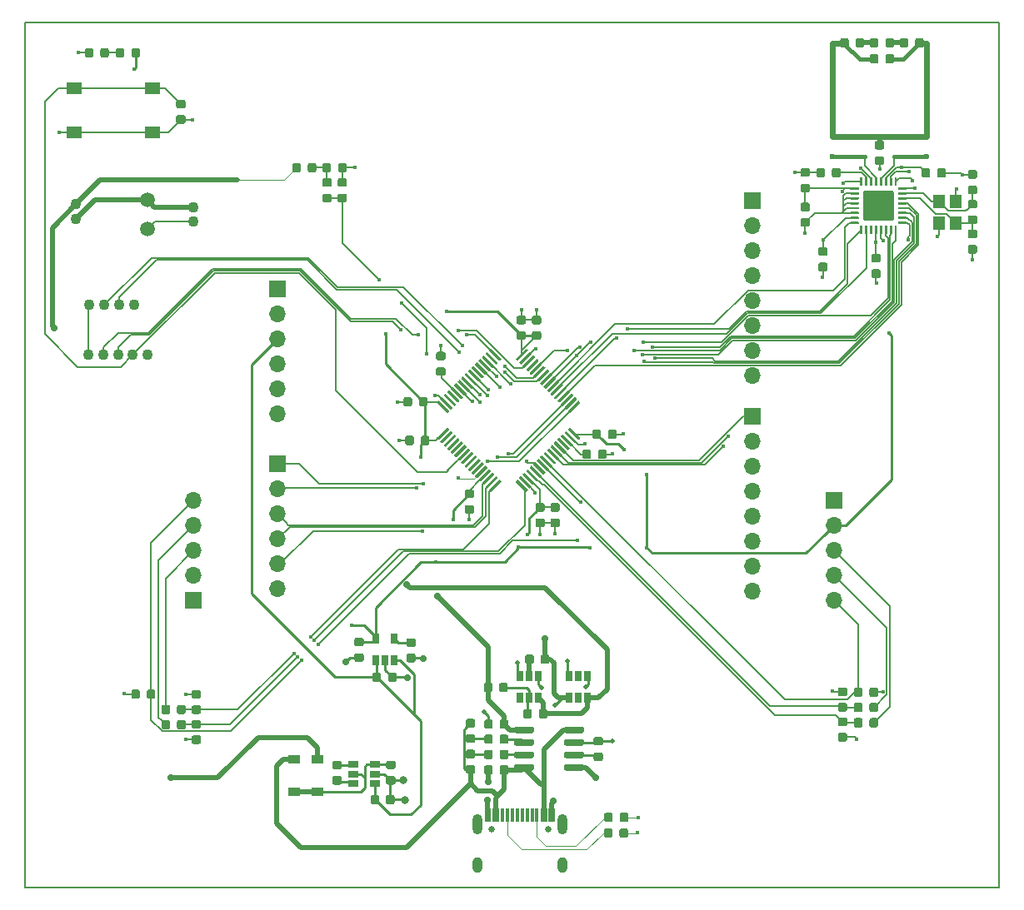
<source format=gbr>
%TF.GenerationSoftware,KiCad,Pcbnew,(5.1.0)-1*%
%TF.CreationDate,2019-07-18T10:11:44+02:00*%
%TF.ProjectId,Timelapsebuild_Control,54696d65-6c61-4707-9365-6275696c645f,rev?*%
%TF.SameCoordinates,Original*%
%TF.FileFunction,Copper,L1,Top*%
%TF.FilePolarity,Positive*%
%FSLAX46Y46*%
G04 Gerber Fmt 4.6, Leading zero omitted, Abs format (unit mm)*
G04 Created by KiCad (PCBNEW (5.1.0)-1) date 2019-07-18 10:11:44*
%MOMM*%
%LPD*%
G04 APERTURE LIST*
%ADD10C,0.150000*%
%ADD11O,1.700000X1.700000*%
%ADD12R,1.700000X1.700000*%
%ADD13C,0.875000*%
%ADD14R,1.200000X0.900000*%
%ADD15C,3.100000*%
%ADD16C,0.250000*%
%ADD17O,1.000000X1.600000*%
%ADD18O,1.000000X2.100000*%
%ADD19C,0.650000*%
%ADD20R,0.300000X1.450000*%
%ADD21C,1.100000*%
%ADD22R,1.200000X1.400000*%
%ADD23R,0.650000X1.060000*%
%ADD24R,1.550000X1.300000*%
%ADD25C,1.500000*%
%ADD26C,0.300000*%
%ADD27R,1.060000X0.650000*%
%ADD28C,0.450000*%
%ADD29C,0.800000*%
%ADD30C,0.700000*%
%ADD31C,0.500000*%
%ADD32C,0.600000*%
%ADD33C,0.127000*%
%ADD34C,0.254000*%
%ADD35C,0.152400*%
%ADD36C,0.508000*%
%ADD37C,0.088900*%
%ADD38C,0.609600*%
%ADD39C,0.406400*%
G04 APERTURE END LIST*
D10*
X95000000Y-139500000D02*
X95000000Y-51500000D01*
X194000000Y-139500000D02*
X95000000Y-139500000D01*
X194000000Y-51500000D02*
X194000000Y-139500000D01*
X95000000Y-51500000D02*
X194000000Y-51500000D01*
D11*
X168928000Y-101703400D03*
X168928000Y-96623400D03*
X168928000Y-104243400D03*
X168928000Y-106783400D03*
X168928000Y-109323400D03*
X168928000Y-99163400D03*
X168928000Y-94083400D03*
D12*
X168928000Y-91543400D03*
D11*
X168928000Y-79793400D03*
X168928000Y-74713400D03*
X168928000Y-82333400D03*
X168928000Y-84873400D03*
X168928000Y-87413400D03*
X168928000Y-77253400D03*
X168928000Y-72173400D03*
D12*
X168928000Y-69633400D03*
D11*
X120663000Y-101513400D03*
X120663000Y-98973400D03*
D12*
X120663000Y-96433400D03*
D11*
X120663000Y-106593400D03*
X120663000Y-104053400D03*
X120663000Y-109133400D03*
X120663000Y-83683400D03*
X120663000Y-81143400D03*
D12*
X120663000Y-78603400D03*
D11*
X120663000Y-88763400D03*
X120663000Y-86223400D03*
X120663000Y-91303400D03*
X177165000Y-110266800D03*
D12*
X177165000Y-100106800D03*
D11*
X177165000Y-105186800D03*
X177165000Y-107726800D03*
X177165000Y-102646800D03*
X112115600Y-100146800D03*
D12*
X112115600Y-110306800D03*
D11*
X112115600Y-105226800D03*
X112115600Y-102686800D03*
X112115600Y-107766800D03*
D10*
G36*
X108037891Y-119363253D02*
G01*
X108059126Y-119366403D01*
X108079950Y-119371619D01*
X108100162Y-119378851D01*
X108119568Y-119388030D01*
X108137981Y-119399066D01*
X108155224Y-119411854D01*
X108171130Y-119426270D01*
X108185546Y-119442176D01*
X108198334Y-119459419D01*
X108209370Y-119477832D01*
X108218549Y-119497238D01*
X108225781Y-119517450D01*
X108230997Y-119538274D01*
X108234147Y-119559509D01*
X108235200Y-119580950D01*
X108235200Y-120093450D01*
X108234147Y-120114891D01*
X108230997Y-120136126D01*
X108225781Y-120156950D01*
X108218549Y-120177162D01*
X108209370Y-120196568D01*
X108198334Y-120214981D01*
X108185546Y-120232224D01*
X108171130Y-120248130D01*
X108155224Y-120262546D01*
X108137981Y-120275334D01*
X108119568Y-120286370D01*
X108100162Y-120295549D01*
X108079950Y-120302781D01*
X108059126Y-120307997D01*
X108037891Y-120311147D01*
X108016450Y-120312200D01*
X107578950Y-120312200D01*
X107557509Y-120311147D01*
X107536274Y-120307997D01*
X107515450Y-120302781D01*
X107495238Y-120295549D01*
X107475832Y-120286370D01*
X107457419Y-120275334D01*
X107440176Y-120262546D01*
X107424270Y-120248130D01*
X107409854Y-120232224D01*
X107397066Y-120214981D01*
X107386030Y-120196568D01*
X107376851Y-120177162D01*
X107369619Y-120156950D01*
X107364403Y-120136126D01*
X107361253Y-120114891D01*
X107360200Y-120093450D01*
X107360200Y-119580950D01*
X107361253Y-119559509D01*
X107364403Y-119538274D01*
X107369619Y-119517450D01*
X107376851Y-119497238D01*
X107386030Y-119477832D01*
X107397066Y-119459419D01*
X107409854Y-119442176D01*
X107424270Y-119426270D01*
X107440176Y-119411854D01*
X107457419Y-119399066D01*
X107475832Y-119388030D01*
X107495238Y-119378851D01*
X107515450Y-119371619D01*
X107536274Y-119366403D01*
X107557509Y-119363253D01*
X107578950Y-119362200D01*
X108016450Y-119362200D01*
X108037891Y-119363253D01*
X108037891Y-119363253D01*
G37*
D13*
X107797700Y-119837200D03*
D10*
G36*
X106462891Y-119363253D02*
G01*
X106484126Y-119366403D01*
X106504950Y-119371619D01*
X106525162Y-119378851D01*
X106544568Y-119388030D01*
X106562981Y-119399066D01*
X106580224Y-119411854D01*
X106596130Y-119426270D01*
X106610546Y-119442176D01*
X106623334Y-119459419D01*
X106634370Y-119477832D01*
X106643549Y-119497238D01*
X106650781Y-119517450D01*
X106655997Y-119538274D01*
X106659147Y-119559509D01*
X106660200Y-119580950D01*
X106660200Y-120093450D01*
X106659147Y-120114891D01*
X106655997Y-120136126D01*
X106650781Y-120156950D01*
X106643549Y-120177162D01*
X106634370Y-120196568D01*
X106623334Y-120214981D01*
X106610546Y-120232224D01*
X106596130Y-120248130D01*
X106580224Y-120262546D01*
X106562981Y-120275334D01*
X106544568Y-120286370D01*
X106525162Y-120295549D01*
X106504950Y-120302781D01*
X106484126Y-120307997D01*
X106462891Y-120311147D01*
X106441450Y-120312200D01*
X106003950Y-120312200D01*
X105982509Y-120311147D01*
X105961274Y-120307997D01*
X105940450Y-120302781D01*
X105920238Y-120295549D01*
X105900832Y-120286370D01*
X105882419Y-120275334D01*
X105865176Y-120262546D01*
X105849270Y-120248130D01*
X105834854Y-120232224D01*
X105822066Y-120214981D01*
X105811030Y-120196568D01*
X105801851Y-120177162D01*
X105794619Y-120156950D01*
X105789403Y-120136126D01*
X105786253Y-120114891D01*
X105785200Y-120093450D01*
X105785200Y-119580950D01*
X105786253Y-119559509D01*
X105789403Y-119538274D01*
X105794619Y-119517450D01*
X105801851Y-119497238D01*
X105811030Y-119477832D01*
X105822066Y-119459419D01*
X105834854Y-119442176D01*
X105849270Y-119426270D01*
X105865176Y-119411854D01*
X105882419Y-119399066D01*
X105900832Y-119388030D01*
X105920238Y-119378851D01*
X105940450Y-119371619D01*
X105961274Y-119366403D01*
X105982509Y-119363253D01*
X106003950Y-119362200D01*
X106441450Y-119362200D01*
X106462891Y-119363253D01*
X106462891Y-119363253D01*
G37*
D13*
X106222700Y-119837200D03*
D10*
G36*
X181469191Y-119160053D02*
G01*
X181490426Y-119163203D01*
X181511250Y-119168419D01*
X181531462Y-119175651D01*
X181550868Y-119184830D01*
X181569281Y-119195866D01*
X181586524Y-119208654D01*
X181602430Y-119223070D01*
X181616846Y-119238976D01*
X181629634Y-119256219D01*
X181640670Y-119274632D01*
X181649849Y-119294038D01*
X181657081Y-119314250D01*
X181662297Y-119335074D01*
X181665447Y-119356309D01*
X181666500Y-119377750D01*
X181666500Y-119890250D01*
X181665447Y-119911691D01*
X181662297Y-119932926D01*
X181657081Y-119953750D01*
X181649849Y-119973962D01*
X181640670Y-119993368D01*
X181629634Y-120011781D01*
X181616846Y-120029024D01*
X181602430Y-120044930D01*
X181586524Y-120059346D01*
X181569281Y-120072134D01*
X181550868Y-120083170D01*
X181531462Y-120092349D01*
X181511250Y-120099581D01*
X181490426Y-120104797D01*
X181469191Y-120107947D01*
X181447750Y-120109000D01*
X181010250Y-120109000D01*
X180988809Y-120107947D01*
X180967574Y-120104797D01*
X180946750Y-120099581D01*
X180926538Y-120092349D01*
X180907132Y-120083170D01*
X180888719Y-120072134D01*
X180871476Y-120059346D01*
X180855570Y-120044930D01*
X180841154Y-120029024D01*
X180828366Y-120011781D01*
X180817330Y-119993368D01*
X180808151Y-119973962D01*
X180800919Y-119953750D01*
X180795703Y-119932926D01*
X180792553Y-119911691D01*
X180791500Y-119890250D01*
X180791500Y-119377750D01*
X180792553Y-119356309D01*
X180795703Y-119335074D01*
X180800919Y-119314250D01*
X180808151Y-119294038D01*
X180817330Y-119274632D01*
X180828366Y-119256219D01*
X180841154Y-119238976D01*
X180855570Y-119223070D01*
X180871476Y-119208654D01*
X180888719Y-119195866D01*
X180907132Y-119184830D01*
X180926538Y-119175651D01*
X180946750Y-119168419D01*
X180967574Y-119163203D01*
X180988809Y-119160053D01*
X181010250Y-119159000D01*
X181447750Y-119159000D01*
X181469191Y-119160053D01*
X181469191Y-119160053D01*
G37*
D13*
X181229000Y-119634000D03*
D10*
G36*
X179894191Y-119160053D02*
G01*
X179915426Y-119163203D01*
X179936250Y-119168419D01*
X179956462Y-119175651D01*
X179975868Y-119184830D01*
X179994281Y-119195866D01*
X180011524Y-119208654D01*
X180027430Y-119223070D01*
X180041846Y-119238976D01*
X180054634Y-119256219D01*
X180065670Y-119274632D01*
X180074849Y-119294038D01*
X180082081Y-119314250D01*
X180087297Y-119335074D01*
X180090447Y-119356309D01*
X180091500Y-119377750D01*
X180091500Y-119890250D01*
X180090447Y-119911691D01*
X180087297Y-119932926D01*
X180082081Y-119953750D01*
X180074849Y-119973962D01*
X180065670Y-119993368D01*
X180054634Y-120011781D01*
X180041846Y-120029024D01*
X180027430Y-120044930D01*
X180011524Y-120059346D01*
X179994281Y-120072134D01*
X179975868Y-120083170D01*
X179956462Y-120092349D01*
X179936250Y-120099581D01*
X179915426Y-120104797D01*
X179894191Y-120107947D01*
X179872750Y-120109000D01*
X179435250Y-120109000D01*
X179413809Y-120107947D01*
X179392574Y-120104797D01*
X179371750Y-120099581D01*
X179351538Y-120092349D01*
X179332132Y-120083170D01*
X179313719Y-120072134D01*
X179296476Y-120059346D01*
X179280570Y-120044930D01*
X179266154Y-120029024D01*
X179253366Y-120011781D01*
X179242330Y-119993368D01*
X179233151Y-119973962D01*
X179225919Y-119953750D01*
X179220703Y-119932926D01*
X179217553Y-119911691D01*
X179216500Y-119890250D01*
X179216500Y-119377750D01*
X179217553Y-119356309D01*
X179220703Y-119335074D01*
X179225919Y-119314250D01*
X179233151Y-119294038D01*
X179242330Y-119274632D01*
X179253366Y-119256219D01*
X179266154Y-119238976D01*
X179280570Y-119223070D01*
X179296476Y-119208654D01*
X179313719Y-119195866D01*
X179332132Y-119184830D01*
X179351538Y-119175651D01*
X179371750Y-119168419D01*
X179392574Y-119163203D01*
X179413809Y-119160053D01*
X179435250Y-119159000D01*
X179872750Y-119159000D01*
X179894191Y-119160053D01*
X179894191Y-119160053D01*
G37*
D13*
X179654000Y-119634000D03*
D10*
G36*
X112672691Y-124023653D02*
G01*
X112693926Y-124026803D01*
X112714750Y-124032019D01*
X112734962Y-124039251D01*
X112754368Y-124048430D01*
X112772781Y-124059466D01*
X112790024Y-124072254D01*
X112805930Y-124086670D01*
X112820346Y-124102576D01*
X112833134Y-124119819D01*
X112844170Y-124138232D01*
X112853349Y-124157638D01*
X112860581Y-124177850D01*
X112865797Y-124198674D01*
X112868947Y-124219909D01*
X112870000Y-124241350D01*
X112870000Y-124678850D01*
X112868947Y-124700291D01*
X112865797Y-124721526D01*
X112860581Y-124742350D01*
X112853349Y-124762562D01*
X112844170Y-124781968D01*
X112833134Y-124800381D01*
X112820346Y-124817624D01*
X112805930Y-124833530D01*
X112790024Y-124847946D01*
X112772781Y-124860734D01*
X112754368Y-124871770D01*
X112734962Y-124880949D01*
X112714750Y-124888181D01*
X112693926Y-124893397D01*
X112672691Y-124896547D01*
X112651250Y-124897600D01*
X112138750Y-124897600D01*
X112117309Y-124896547D01*
X112096074Y-124893397D01*
X112075250Y-124888181D01*
X112055038Y-124880949D01*
X112035632Y-124871770D01*
X112017219Y-124860734D01*
X111999976Y-124847946D01*
X111984070Y-124833530D01*
X111969654Y-124817624D01*
X111956866Y-124800381D01*
X111945830Y-124781968D01*
X111936651Y-124762562D01*
X111929419Y-124742350D01*
X111924203Y-124721526D01*
X111921053Y-124700291D01*
X111920000Y-124678850D01*
X111920000Y-124241350D01*
X111921053Y-124219909D01*
X111924203Y-124198674D01*
X111929419Y-124177850D01*
X111936651Y-124157638D01*
X111945830Y-124138232D01*
X111956866Y-124119819D01*
X111969654Y-124102576D01*
X111984070Y-124086670D01*
X111999976Y-124072254D01*
X112017219Y-124059466D01*
X112035632Y-124048430D01*
X112055038Y-124039251D01*
X112075250Y-124032019D01*
X112096074Y-124026803D01*
X112117309Y-124023653D01*
X112138750Y-124022600D01*
X112651250Y-124022600D01*
X112672691Y-124023653D01*
X112672691Y-124023653D01*
G37*
D13*
X112395000Y-124460100D03*
D10*
G36*
X112672691Y-122448653D02*
G01*
X112693926Y-122451803D01*
X112714750Y-122457019D01*
X112734962Y-122464251D01*
X112754368Y-122473430D01*
X112772781Y-122484466D01*
X112790024Y-122497254D01*
X112805930Y-122511670D01*
X112820346Y-122527576D01*
X112833134Y-122544819D01*
X112844170Y-122563232D01*
X112853349Y-122582638D01*
X112860581Y-122602850D01*
X112865797Y-122623674D01*
X112868947Y-122644909D01*
X112870000Y-122666350D01*
X112870000Y-123103850D01*
X112868947Y-123125291D01*
X112865797Y-123146526D01*
X112860581Y-123167350D01*
X112853349Y-123187562D01*
X112844170Y-123206968D01*
X112833134Y-123225381D01*
X112820346Y-123242624D01*
X112805930Y-123258530D01*
X112790024Y-123272946D01*
X112772781Y-123285734D01*
X112754368Y-123296770D01*
X112734962Y-123305949D01*
X112714750Y-123313181D01*
X112693926Y-123318397D01*
X112672691Y-123321547D01*
X112651250Y-123322600D01*
X112138750Y-123322600D01*
X112117309Y-123321547D01*
X112096074Y-123318397D01*
X112075250Y-123313181D01*
X112055038Y-123305949D01*
X112035632Y-123296770D01*
X112017219Y-123285734D01*
X111999976Y-123272946D01*
X111984070Y-123258530D01*
X111969654Y-123242624D01*
X111956866Y-123225381D01*
X111945830Y-123206968D01*
X111936651Y-123187562D01*
X111929419Y-123167350D01*
X111924203Y-123146526D01*
X111921053Y-123125291D01*
X111920000Y-123103850D01*
X111920000Y-122666350D01*
X111921053Y-122644909D01*
X111924203Y-122623674D01*
X111929419Y-122602850D01*
X111936651Y-122582638D01*
X111945830Y-122563232D01*
X111956866Y-122544819D01*
X111969654Y-122527576D01*
X111984070Y-122511670D01*
X111999976Y-122497254D01*
X112017219Y-122484466D01*
X112035632Y-122473430D01*
X112055038Y-122464251D01*
X112075250Y-122457019D01*
X112096074Y-122451803D01*
X112117309Y-122448653D01*
X112138750Y-122447600D01*
X112651250Y-122447600D01*
X112672691Y-122448653D01*
X112672691Y-122448653D01*
G37*
D13*
X112395000Y-122885100D03*
D10*
G36*
X178331691Y-119146653D02*
G01*
X178352926Y-119149803D01*
X178373750Y-119155019D01*
X178393962Y-119162251D01*
X178413368Y-119171430D01*
X178431781Y-119182466D01*
X178449024Y-119195254D01*
X178464930Y-119209670D01*
X178479346Y-119225576D01*
X178492134Y-119242819D01*
X178503170Y-119261232D01*
X178512349Y-119280638D01*
X178519581Y-119300850D01*
X178524797Y-119321674D01*
X178527947Y-119342909D01*
X178529000Y-119364350D01*
X178529000Y-119801850D01*
X178527947Y-119823291D01*
X178524797Y-119844526D01*
X178519581Y-119865350D01*
X178512349Y-119885562D01*
X178503170Y-119904968D01*
X178492134Y-119923381D01*
X178479346Y-119940624D01*
X178464930Y-119956530D01*
X178449024Y-119970946D01*
X178431781Y-119983734D01*
X178413368Y-119994770D01*
X178393962Y-120003949D01*
X178373750Y-120011181D01*
X178352926Y-120016397D01*
X178331691Y-120019547D01*
X178310250Y-120020600D01*
X177797750Y-120020600D01*
X177776309Y-120019547D01*
X177755074Y-120016397D01*
X177734250Y-120011181D01*
X177714038Y-120003949D01*
X177694632Y-119994770D01*
X177676219Y-119983734D01*
X177658976Y-119970946D01*
X177643070Y-119956530D01*
X177628654Y-119940624D01*
X177615866Y-119923381D01*
X177604830Y-119904968D01*
X177595651Y-119885562D01*
X177588419Y-119865350D01*
X177583203Y-119844526D01*
X177580053Y-119823291D01*
X177579000Y-119801850D01*
X177579000Y-119364350D01*
X177580053Y-119342909D01*
X177583203Y-119321674D01*
X177588419Y-119300850D01*
X177595651Y-119280638D01*
X177604830Y-119261232D01*
X177615866Y-119242819D01*
X177628654Y-119225576D01*
X177643070Y-119209670D01*
X177658976Y-119195254D01*
X177676219Y-119182466D01*
X177694632Y-119171430D01*
X177714038Y-119162251D01*
X177734250Y-119155019D01*
X177755074Y-119149803D01*
X177776309Y-119146653D01*
X177797750Y-119145600D01*
X178310250Y-119145600D01*
X178331691Y-119146653D01*
X178331691Y-119146653D01*
G37*
D13*
X178054000Y-119583100D03*
D10*
G36*
X178331691Y-120721653D02*
G01*
X178352926Y-120724803D01*
X178373750Y-120730019D01*
X178393962Y-120737251D01*
X178413368Y-120746430D01*
X178431781Y-120757466D01*
X178449024Y-120770254D01*
X178464930Y-120784670D01*
X178479346Y-120800576D01*
X178492134Y-120817819D01*
X178503170Y-120836232D01*
X178512349Y-120855638D01*
X178519581Y-120875850D01*
X178524797Y-120896674D01*
X178527947Y-120917909D01*
X178529000Y-120939350D01*
X178529000Y-121376850D01*
X178527947Y-121398291D01*
X178524797Y-121419526D01*
X178519581Y-121440350D01*
X178512349Y-121460562D01*
X178503170Y-121479968D01*
X178492134Y-121498381D01*
X178479346Y-121515624D01*
X178464930Y-121531530D01*
X178449024Y-121545946D01*
X178431781Y-121558734D01*
X178413368Y-121569770D01*
X178393962Y-121578949D01*
X178373750Y-121586181D01*
X178352926Y-121591397D01*
X178331691Y-121594547D01*
X178310250Y-121595600D01*
X177797750Y-121595600D01*
X177776309Y-121594547D01*
X177755074Y-121591397D01*
X177734250Y-121586181D01*
X177714038Y-121578949D01*
X177694632Y-121569770D01*
X177676219Y-121558734D01*
X177658976Y-121545946D01*
X177643070Y-121531530D01*
X177628654Y-121515624D01*
X177615866Y-121498381D01*
X177604830Y-121479968D01*
X177595651Y-121460562D01*
X177588419Y-121440350D01*
X177583203Y-121419526D01*
X177580053Y-121398291D01*
X177579000Y-121376850D01*
X177579000Y-120939350D01*
X177580053Y-120917909D01*
X177583203Y-120896674D01*
X177588419Y-120875850D01*
X177595651Y-120855638D01*
X177604830Y-120836232D01*
X177615866Y-120817819D01*
X177628654Y-120800576D01*
X177643070Y-120784670D01*
X177658976Y-120770254D01*
X177676219Y-120757466D01*
X177694632Y-120746430D01*
X177714038Y-120737251D01*
X177734250Y-120730019D01*
X177755074Y-120724803D01*
X177776309Y-120721653D01*
X177797750Y-120720600D01*
X178310250Y-120720600D01*
X178331691Y-120721653D01*
X178331691Y-120721653D01*
G37*
D13*
X178054000Y-121158100D03*
D10*
G36*
X112672691Y-120975653D02*
G01*
X112693926Y-120978803D01*
X112714750Y-120984019D01*
X112734962Y-120991251D01*
X112754368Y-121000430D01*
X112772781Y-121011466D01*
X112790024Y-121024254D01*
X112805930Y-121038670D01*
X112820346Y-121054576D01*
X112833134Y-121071819D01*
X112844170Y-121090232D01*
X112853349Y-121109638D01*
X112860581Y-121129850D01*
X112865797Y-121150674D01*
X112868947Y-121171909D01*
X112870000Y-121193350D01*
X112870000Y-121630850D01*
X112868947Y-121652291D01*
X112865797Y-121673526D01*
X112860581Y-121694350D01*
X112853349Y-121714562D01*
X112844170Y-121733968D01*
X112833134Y-121752381D01*
X112820346Y-121769624D01*
X112805930Y-121785530D01*
X112790024Y-121799946D01*
X112772781Y-121812734D01*
X112754368Y-121823770D01*
X112734962Y-121832949D01*
X112714750Y-121840181D01*
X112693926Y-121845397D01*
X112672691Y-121848547D01*
X112651250Y-121849600D01*
X112138750Y-121849600D01*
X112117309Y-121848547D01*
X112096074Y-121845397D01*
X112075250Y-121840181D01*
X112055038Y-121832949D01*
X112035632Y-121823770D01*
X112017219Y-121812734D01*
X111999976Y-121799946D01*
X111984070Y-121785530D01*
X111969654Y-121769624D01*
X111956866Y-121752381D01*
X111945830Y-121733968D01*
X111936651Y-121714562D01*
X111929419Y-121694350D01*
X111924203Y-121673526D01*
X111921053Y-121652291D01*
X111920000Y-121630850D01*
X111920000Y-121193350D01*
X111921053Y-121171909D01*
X111924203Y-121150674D01*
X111929419Y-121129850D01*
X111936651Y-121109638D01*
X111945830Y-121090232D01*
X111956866Y-121071819D01*
X111969654Y-121054576D01*
X111984070Y-121038670D01*
X111999976Y-121024254D01*
X112017219Y-121011466D01*
X112035632Y-121000430D01*
X112055038Y-120991251D01*
X112075250Y-120984019D01*
X112096074Y-120978803D01*
X112117309Y-120975653D01*
X112138750Y-120974600D01*
X112651250Y-120974600D01*
X112672691Y-120975653D01*
X112672691Y-120975653D01*
G37*
D13*
X112395000Y-121412100D03*
D10*
G36*
X112672691Y-119400653D02*
G01*
X112693926Y-119403803D01*
X112714750Y-119409019D01*
X112734962Y-119416251D01*
X112754368Y-119425430D01*
X112772781Y-119436466D01*
X112790024Y-119449254D01*
X112805930Y-119463670D01*
X112820346Y-119479576D01*
X112833134Y-119496819D01*
X112844170Y-119515232D01*
X112853349Y-119534638D01*
X112860581Y-119554850D01*
X112865797Y-119575674D01*
X112868947Y-119596909D01*
X112870000Y-119618350D01*
X112870000Y-120055850D01*
X112868947Y-120077291D01*
X112865797Y-120098526D01*
X112860581Y-120119350D01*
X112853349Y-120139562D01*
X112844170Y-120158968D01*
X112833134Y-120177381D01*
X112820346Y-120194624D01*
X112805930Y-120210530D01*
X112790024Y-120224946D01*
X112772781Y-120237734D01*
X112754368Y-120248770D01*
X112734962Y-120257949D01*
X112714750Y-120265181D01*
X112693926Y-120270397D01*
X112672691Y-120273547D01*
X112651250Y-120274600D01*
X112138750Y-120274600D01*
X112117309Y-120273547D01*
X112096074Y-120270397D01*
X112075250Y-120265181D01*
X112055038Y-120257949D01*
X112035632Y-120248770D01*
X112017219Y-120237734D01*
X111999976Y-120224946D01*
X111984070Y-120210530D01*
X111969654Y-120194624D01*
X111956866Y-120177381D01*
X111945830Y-120158968D01*
X111936651Y-120139562D01*
X111929419Y-120119350D01*
X111924203Y-120098526D01*
X111921053Y-120077291D01*
X111920000Y-120055850D01*
X111920000Y-119618350D01*
X111921053Y-119596909D01*
X111924203Y-119575674D01*
X111929419Y-119554850D01*
X111936651Y-119534638D01*
X111945830Y-119515232D01*
X111956866Y-119496819D01*
X111969654Y-119479576D01*
X111984070Y-119463670D01*
X111999976Y-119449254D01*
X112017219Y-119436466D01*
X112035632Y-119425430D01*
X112055038Y-119416251D01*
X112075250Y-119409019D01*
X112096074Y-119403803D01*
X112117309Y-119400653D01*
X112138750Y-119399600D01*
X112651250Y-119399600D01*
X112672691Y-119400653D01*
X112672691Y-119400653D01*
G37*
D13*
X112395000Y-119837100D03*
D10*
G36*
X178331691Y-122194653D02*
G01*
X178352926Y-122197803D01*
X178373750Y-122203019D01*
X178393962Y-122210251D01*
X178413368Y-122219430D01*
X178431781Y-122230466D01*
X178449024Y-122243254D01*
X178464930Y-122257670D01*
X178479346Y-122273576D01*
X178492134Y-122290819D01*
X178503170Y-122309232D01*
X178512349Y-122328638D01*
X178519581Y-122348850D01*
X178524797Y-122369674D01*
X178527947Y-122390909D01*
X178529000Y-122412350D01*
X178529000Y-122849850D01*
X178527947Y-122871291D01*
X178524797Y-122892526D01*
X178519581Y-122913350D01*
X178512349Y-122933562D01*
X178503170Y-122952968D01*
X178492134Y-122971381D01*
X178479346Y-122988624D01*
X178464930Y-123004530D01*
X178449024Y-123018946D01*
X178431781Y-123031734D01*
X178413368Y-123042770D01*
X178393962Y-123051949D01*
X178373750Y-123059181D01*
X178352926Y-123064397D01*
X178331691Y-123067547D01*
X178310250Y-123068600D01*
X177797750Y-123068600D01*
X177776309Y-123067547D01*
X177755074Y-123064397D01*
X177734250Y-123059181D01*
X177714038Y-123051949D01*
X177694632Y-123042770D01*
X177676219Y-123031734D01*
X177658976Y-123018946D01*
X177643070Y-123004530D01*
X177628654Y-122988624D01*
X177615866Y-122971381D01*
X177604830Y-122952968D01*
X177595651Y-122933562D01*
X177588419Y-122913350D01*
X177583203Y-122892526D01*
X177580053Y-122871291D01*
X177579000Y-122849850D01*
X177579000Y-122412350D01*
X177580053Y-122390909D01*
X177583203Y-122369674D01*
X177588419Y-122348850D01*
X177595651Y-122328638D01*
X177604830Y-122309232D01*
X177615866Y-122290819D01*
X177628654Y-122273576D01*
X177643070Y-122257670D01*
X177658976Y-122243254D01*
X177676219Y-122230466D01*
X177694632Y-122219430D01*
X177714038Y-122210251D01*
X177734250Y-122203019D01*
X177755074Y-122197803D01*
X177776309Y-122194653D01*
X177797750Y-122193600D01*
X178310250Y-122193600D01*
X178331691Y-122194653D01*
X178331691Y-122194653D01*
G37*
D13*
X178054000Y-122631100D03*
D10*
G36*
X178331691Y-123769653D02*
G01*
X178352926Y-123772803D01*
X178373750Y-123778019D01*
X178393962Y-123785251D01*
X178413368Y-123794430D01*
X178431781Y-123805466D01*
X178449024Y-123818254D01*
X178464930Y-123832670D01*
X178479346Y-123848576D01*
X178492134Y-123865819D01*
X178503170Y-123884232D01*
X178512349Y-123903638D01*
X178519581Y-123923850D01*
X178524797Y-123944674D01*
X178527947Y-123965909D01*
X178529000Y-123987350D01*
X178529000Y-124424850D01*
X178527947Y-124446291D01*
X178524797Y-124467526D01*
X178519581Y-124488350D01*
X178512349Y-124508562D01*
X178503170Y-124527968D01*
X178492134Y-124546381D01*
X178479346Y-124563624D01*
X178464930Y-124579530D01*
X178449024Y-124593946D01*
X178431781Y-124606734D01*
X178413368Y-124617770D01*
X178393962Y-124626949D01*
X178373750Y-124634181D01*
X178352926Y-124639397D01*
X178331691Y-124642547D01*
X178310250Y-124643600D01*
X177797750Y-124643600D01*
X177776309Y-124642547D01*
X177755074Y-124639397D01*
X177734250Y-124634181D01*
X177714038Y-124626949D01*
X177694632Y-124617770D01*
X177676219Y-124606734D01*
X177658976Y-124593946D01*
X177643070Y-124579530D01*
X177628654Y-124563624D01*
X177615866Y-124546381D01*
X177604830Y-124527968D01*
X177595651Y-124508562D01*
X177588419Y-124488350D01*
X177583203Y-124467526D01*
X177580053Y-124446291D01*
X177579000Y-124424850D01*
X177579000Y-123987350D01*
X177580053Y-123965909D01*
X177583203Y-123944674D01*
X177588419Y-123923850D01*
X177595651Y-123903638D01*
X177604830Y-123884232D01*
X177615866Y-123865819D01*
X177628654Y-123848576D01*
X177643070Y-123832670D01*
X177658976Y-123818254D01*
X177676219Y-123805466D01*
X177694632Y-123794430D01*
X177714038Y-123785251D01*
X177734250Y-123778019D01*
X177755074Y-123772803D01*
X177776309Y-123769653D01*
X177797750Y-123768600D01*
X178310250Y-123768600D01*
X178331691Y-123769653D01*
X178331691Y-123769653D01*
G37*
D13*
X178054000Y-124206100D03*
D10*
G36*
X111097891Y-59380453D02*
G01*
X111119126Y-59383603D01*
X111139950Y-59388819D01*
X111160162Y-59396051D01*
X111179568Y-59405230D01*
X111197981Y-59416266D01*
X111215224Y-59429054D01*
X111231130Y-59443470D01*
X111245546Y-59459376D01*
X111258334Y-59476619D01*
X111269370Y-59495032D01*
X111278549Y-59514438D01*
X111285781Y-59534650D01*
X111290997Y-59555474D01*
X111294147Y-59576709D01*
X111295200Y-59598150D01*
X111295200Y-60035650D01*
X111294147Y-60057091D01*
X111290997Y-60078326D01*
X111285781Y-60099150D01*
X111278549Y-60119362D01*
X111269370Y-60138768D01*
X111258334Y-60157181D01*
X111245546Y-60174424D01*
X111231130Y-60190330D01*
X111215224Y-60204746D01*
X111197981Y-60217534D01*
X111179568Y-60228570D01*
X111160162Y-60237749D01*
X111139950Y-60244981D01*
X111119126Y-60250197D01*
X111097891Y-60253347D01*
X111076450Y-60254400D01*
X110563950Y-60254400D01*
X110542509Y-60253347D01*
X110521274Y-60250197D01*
X110500450Y-60244981D01*
X110480238Y-60237749D01*
X110460832Y-60228570D01*
X110442419Y-60217534D01*
X110425176Y-60204746D01*
X110409270Y-60190330D01*
X110394854Y-60174424D01*
X110382066Y-60157181D01*
X110371030Y-60138768D01*
X110361851Y-60119362D01*
X110354619Y-60099150D01*
X110349403Y-60078326D01*
X110346253Y-60057091D01*
X110345200Y-60035650D01*
X110345200Y-59598150D01*
X110346253Y-59576709D01*
X110349403Y-59555474D01*
X110354619Y-59534650D01*
X110361851Y-59514438D01*
X110371030Y-59495032D01*
X110382066Y-59476619D01*
X110394854Y-59459376D01*
X110409270Y-59443470D01*
X110425176Y-59429054D01*
X110442419Y-59416266D01*
X110460832Y-59405230D01*
X110480238Y-59396051D01*
X110500450Y-59388819D01*
X110521274Y-59383603D01*
X110542509Y-59380453D01*
X110563950Y-59379400D01*
X111076450Y-59379400D01*
X111097891Y-59380453D01*
X111097891Y-59380453D01*
G37*
D13*
X110820200Y-59816900D03*
D10*
G36*
X111097891Y-60955453D02*
G01*
X111119126Y-60958603D01*
X111139950Y-60963819D01*
X111160162Y-60971051D01*
X111179568Y-60980230D01*
X111197981Y-60991266D01*
X111215224Y-61004054D01*
X111231130Y-61018470D01*
X111245546Y-61034376D01*
X111258334Y-61051619D01*
X111269370Y-61070032D01*
X111278549Y-61089438D01*
X111285781Y-61109650D01*
X111290997Y-61130474D01*
X111294147Y-61151709D01*
X111295200Y-61173150D01*
X111295200Y-61610650D01*
X111294147Y-61632091D01*
X111290997Y-61653326D01*
X111285781Y-61674150D01*
X111278549Y-61694362D01*
X111269370Y-61713768D01*
X111258334Y-61732181D01*
X111245546Y-61749424D01*
X111231130Y-61765330D01*
X111215224Y-61779746D01*
X111197981Y-61792534D01*
X111179568Y-61803570D01*
X111160162Y-61812749D01*
X111139950Y-61819981D01*
X111119126Y-61825197D01*
X111097891Y-61828347D01*
X111076450Y-61829400D01*
X110563950Y-61829400D01*
X110542509Y-61828347D01*
X110521274Y-61825197D01*
X110500450Y-61819981D01*
X110480238Y-61812749D01*
X110460832Y-61803570D01*
X110442419Y-61792534D01*
X110425176Y-61779746D01*
X110409270Y-61765330D01*
X110394854Y-61749424D01*
X110382066Y-61732181D01*
X110371030Y-61713768D01*
X110361851Y-61694362D01*
X110354619Y-61674150D01*
X110349403Y-61653326D01*
X110346253Y-61632091D01*
X110345200Y-61610650D01*
X110345200Y-61173150D01*
X110346253Y-61151709D01*
X110349403Y-61130474D01*
X110354619Y-61109650D01*
X110361851Y-61089438D01*
X110371030Y-61070032D01*
X110382066Y-61051619D01*
X110394854Y-61034376D01*
X110409270Y-61018470D01*
X110425176Y-61004054D01*
X110442419Y-60991266D01*
X110460832Y-60980230D01*
X110480238Y-60971051D01*
X110500450Y-60963819D01*
X110521274Y-60958603D01*
X110542509Y-60955453D01*
X110563950Y-60954400D01*
X111076450Y-60954400D01*
X111097891Y-60955453D01*
X111097891Y-60955453D01*
G37*
D13*
X110820200Y-61391900D03*
D10*
G36*
X153884891Y-94953853D02*
G01*
X153906126Y-94957003D01*
X153926950Y-94962219D01*
X153947162Y-94969451D01*
X153966568Y-94978630D01*
X153984981Y-94989666D01*
X154002224Y-95002454D01*
X154018130Y-95016870D01*
X154032546Y-95032776D01*
X154045334Y-95050019D01*
X154056370Y-95068432D01*
X154065549Y-95087838D01*
X154072781Y-95108050D01*
X154077997Y-95128874D01*
X154081147Y-95150109D01*
X154082200Y-95171550D01*
X154082200Y-95684050D01*
X154081147Y-95705491D01*
X154077997Y-95726726D01*
X154072781Y-95747550D01*
X154065549Y-95767762D01*
X154056370Y-95787168D01*
X154045334Y-95805581D01*
X154032546Y-95822824D01*
X154018130Y-95838730D01*
X154002224Y-95853146D01*
X153984981Y-95865934D01*
X153966568Y-95876970D01*
X153947162Y-95886149D01*
X153926950Y-95893381D01*
X153906126Y-95898597D01*
X153884891Y-95901747D01*
X153863450Y-95902800D01*
X153425950Y-95902800D01*
X153404509Y-95901747D01*
X153383274Y-95898597D01*
X153362450Y-95893381D01*
X153342238Y-95886149D01*
X153322832Y-95876970D01*
X153304419Y-95865934D01*
X153287176Y-95853146D01*
X153271270Y-95838730D01*
X153256854Y-95822824D01*
X153244066Y-95805581D01*
X153233030Y-95787168D01*
X153223851Y-95767762D01*
X153216619Y-95747550D01*
X153211403Y-95726726D01*
X153208253Y-95705491D01*
X153207200Y-95684050D01*
X153207200Y-95171550D01*
X153208253Y-95150109D01*
X153211403Y-95128874D01*
X153216619Y-95108050D01*
X153223851Y-95087838D01*
X153233030Y-95068432D01*
X153244066Y-95050019D01*
X153256854Y-95032776D01*
X153271270Y-95016870D01*
X153287176Y-95002454D01*
X153304419Y-94989666D01*
X153322832Y-94978630D01*
X153342238Y-94969451D01*
X153362450Y-94962219D01*
X153383274Y-94957003D01*
X153404509Y-94953853D01*
X153425950Y-94952800D01*
X153863450Y-94952800D01*
X153884891Y-94953853D01*
X153884891Y-94953853D01*
G37*
D13*
X153644700Y-95427800D03*
D10*
G36*
X152309891Y-94953853D02*
G01*
X152331126Y-94957003D01*
X152351950Y-94962219D01*
X152372162Y-94969451D01*
X152391568Y-94978630D01*
X152409981Y-94989666D01*
X152427224Y-95002454D01*
X152443130Y-95016870D01*
X152457546Y-95032776D01*
X152470334Y-95050019D01*
X152481370Y-95068432D01*
X152490549Y-95087838D01*
X152497781Y-95108050D01*
X152502997Y-95128874D01*
X152506147Y-95150109D01*
X152507200Y-95171550D01*
X152507200Y-95684050D01*
X152506147Y-95705491D01*
X152502997Y-95726726D01*
X152497781Y-95747550D01*
X152490549Y-95767762D01*
X152481370Y-95787168D01*
X152470334Y-95805581D01*
X152457546Y-95822824D01*
X152443130Y-95838730D01*
X152427224Y-95853146D01*
X152409981Y-95865934D01*
X152391568Y-95876970D01*
X152372162Y-95886149D01*
X152351950Y-95893381D01*
X152331126Y-95898597D01*
X152309891Y-95901747D01*
X152288450Y-95902800D01*
X151850950Y-95902800D01*
X151829509Y-95901747D01*
X151808274Y-95898597D01*
X151787450Y-95893381D01*
X151767238Y-95886149D01*
X151747832Y-95876970D01*
X151729419Y-95865934D01*
X151712176Y-95853146D01*
X151696270Y-95838730D01*
X151681854Y-95822824D01*
X151669066Y-95805581D01*
X151658030Y-95787168D01*
X151648851Y-95767762D01*
X151641619Y-95747550D01*
X151636403Y-95726726D01*
X151633253Y-95705491D01*
X151632200Y-95684050D01*
X151632200Y-95171550D01*
X151633253Y-95150109D01*
X151636403Y-95128874D01*
X151641619Y-95108050D01*
X151648851Y-95087838D01*
X151658030Y-95068432D01*
X151669066Y-95050019D01*
X151681854Y-95032776D01*
X151696270Y-95016870D01*
X151712176Y-95002454D01*
X151729419Y-94989666D01*
X151747832Y-94978630D01*
X151767238Y-94969451D01*
X151787450Y-94962219D01*
X151808274Y-94957003D01*
X151829509Y-94953853D01*
X151850950Y-94952800D01*
X152288450Y-94952800D01*
X152309891Y-94953853D01*
X152309891Y-94953853D01*
G37*
D13*
X152069700Y-95427800D03*
D10*
G36*
X147242091Y-82926453D02*
G01*
X147263326Y-82929603D01*
X147284150Y-82934819D01*
X147304362Y-82942051D01*
X147323768Y-82951230D01*
X147342181Y-82962266D01*
X147359424Y-82975054D01*
X147375330Y-82989470D01*
X147389746Y-83005376D01*
X147402534Y-83022619D01*
X147413570Y-83041032D01*
X147422749Y-83060438D01*
X147429981Y-83080650D01*
X147435197Y-83101474D01*
X147438347Y-83122709D01*
X147439400Y-83144150D01*
X147439400Y-83581650D01*
X147438347Y-83603091D01*
X147435197Y-83624326D01*
X147429981Y-83645150D01*
X147422749Y-83665362D01*
X147413570Y-83684768D01*
X147402534Y-83703181D01*
X147389746Y-83720424D01*
X147375330Y-83736330D01*
X147359424Y-83750746D01*
X147342181Y-83763534D01*
X147323768Y-83774570D01*
X147304362Y-83783749D01*
X147284150Y-83790981D01*
X147263326Y-83796197D01*
X147242091Y-83799347D01*
X147220650Y-83800400D01*
X146708150Y-83800400D01*
X146686709Y-83799347D01*
X146665474Y-83796197D01*
X146644650Y-83790981D01*
X146624438Y-83783749D01*
X146605032Y-83774570D01*
X146586619Y-83763534D01*
X146569376Y-83750746D01*
X146553470Y-83736330D01*
X146539054Y-83720424D01*
X146526266Y-83703181D01*
X146515230Y-83684768D01*
X146506051Y-83665362D01*
X146498819Y-83645150D01*
X146493603Y-83624326D01*
X146490453Y-83603091D01*
X146489400Y-83581650D01*
X146489400Y-83144150D01*
X146490453Y-83122709D01*
X146493603Y-83101474D01*
X146498819Y-83080650D01*
X146506051Y-83060438D01*
X146515230Y-83041032D01*
X146526266Y-83022619D01*
X146539054Y-83005376D01*
X146553470Y-82989470D01*
X146569376Y-82975054D01*
X146586619Y-82962266D01*
X146605032Y-82951230D01*
X146624438Y-82942051D01*
X146644650Y-82934819D01*
X146665474Y-82929603D01*
X146686709Y-82926453D01*
X146708150Y-82925400D01*
X147220650Y-82925400D01*
X147242091Y-82926453D01*
X147242091Y-82926453D01*
G37*
D13*
X146964400Y-83362900D03*
D10*
G36*
X147242091Y-81351453D02*
G01*
X147263326Y-81354603D01*
X147284150Y-81359819D01*
X147304362Y-81367051D01*
X147323768Y-81376230D01*
X147342181Y-81387266D01*
X147359424Y-81400054D01*
X147375330Y-81414470D01*
X147389746Y-81430376D01*
X147402534Y-81447619D01*
X147413570Y-81466032D01*
X147422749Y-81485438D01*
X147429981Y-81505650D01*
X147435197Y-81526474D01*
X147438347Y-81547709D01*
X147439400Y-81569150D01*
X147439400Y-82006650D01*
X147438347Y-82028091D01*
X147435197Y-82049326D01*
X147429981Y-82070150D01*
X147422749Y-82090362D01*
X147413570Y-82109768D01*
X147402534Y-82128181D01*
X147389746Y-82145424D01*
X147375330Y-82161330D01*
X147359424Y-82175746D01*
X147342181Y-82188534D01*
X147323768Y-82199570D01*
X147304362Y-82208749D01*
X147284150Y-82215981D01*
X147263326Y-82221197D01*
X147242091Y-82224347D01*
X147220650Y-82225400D01*
X146708150Y-82225400D01*
X146686709Y-82224347D01*
X146665474Y-82221197D01*
X146644650Y-82215981D01*
X146624438Y-82208749D01*
X146605032Y-82199570D01*
X146586619Y-82188534D01*
X146569376Y-82175746D01*
X146553470Y-82161330D01*
X146539054Y-82145424D01*
X146526266Y-82128181D01*
X146515230Y-82109768D01*
X146506051Y-82090362D01*
X146498819Y-82070150D01*
X146493603Y-82049326D01*
X146490453Y-82028091D01*
X146489400Y-82006650D01*
X146489400Y-81569150D01*
X146490453Y-81547709D01*
X146493603Y-81526474D01*
X146498819Y-81505650D01*
X146506051Y-81485438D01*
X146515230Y-81466032D01*
X146526266Y-81447619D01*
X146539054Y-81430376D01*
X146553470Y-81414470D01*
X146569376Y-81400054D01*
X146586619Y-81387266D01*
X146605032Y-81376230D01*
X146624438Y-81367051D01*
X146644650Y-81359819D01*
X146665474Y-81354603D01*
X146686709Y-81351453D01*
X146708150Y-81350400D01*
X147220650Y-81350400D01*
X147242091Y-81351453D01*
X147242091Y-81351453D01*
G37*
D13*
X146964400Y-81787900D03*
D10*
G36*
X149121691Y-101976453D02*
G01*
X149142926Y-101979603D01*
X149163750Y-101984819D01*
X149183962Y-101992051D01*
X149203368Y-102001230D01*
X149221781Y-102012266D01*
X149239024Y-102025054D01*
X149254930Y-102039470D01*
X149269346Y-102055376D01*
X149282134Y-102072619D01*
X149293170Y-102091032D01*
X149302349Y-102110438D01*
X149309581Y-102130650D01*
X149314797Y-102151474D01*
X149317947Y-102172709D01*
X149319000Y-102194150D01*
X149319000Y-102631650D01*
X149317947Y-102653091D01*
X149314797Y-102674326D01*
X149309581Y-102695150D01*
X149302349Y-102715362D01*
X149293170Y-102734768D01*
X149282134Y-102753181D01*
X149269346Y-102770424D01*
X149254930Y-102786330D01*
X149239024Y-102800746D01*
X149221781Y-102813534D01*
X149203368Y-102824570D01*
X149183962Y-102833749D01*
X149163750Y-102840981D01*
X149142926Y-102846197D01*
X149121691Y-102849347D01*
X149100250Y-102850400D01*
X148587750Y-102850400D01*
X148566309Y-102849347D01*
X148545074Y-102846197D01*
X148524250Y-102840981D01*
X148504038Y-102833749D01*
X148484632Y-102824570D01*
X148466219Y-102813534D01*
X148448976Y-102800746D01*
X148433070Y-102786330D01*
X148418654Y-102770424D01*
X148405866Y-102753181D01*
X148394830Y-102734768D01*
X148385651Y-102715362D01*
X148378419Y-102695150D01*
X148373203Y-102674326D01*
X148370053Y-102653091D01*
X148369000Y-102631650D01*
X148369000Y-102194150D01*
X148370053Y-102172709D01*
X148373203Y-102151474D01*
X148378419Y-102130650D01*
X148385651Y-102110438D01*
X148394830Y-102091032D01*
X148405866Y-102072619D01*
X148418654Y-102055376D01*
X148433070Y-102039470D01*
X148448976Y-102025054D01*
X148466219Y-102012266D01*
X148484632Y-102001230D01*
X148504038Y-101992051D01*
X148524250Y-101984819D01*
X148545074Y-101979603D01*
X148566309Y-101976453D01*
X148587750Y-101975400D01*
X149100250Y-101975400D01*
X149121691Y-101976453D01*
X149121691Y-101976453D01*
G37*
D13*
X148844000Y-102412900D03*
D10*
G36*
X149121691Y-100401453D02*
G01*
X149142926Y-100404603D01*
X149163750Y-100409819D01*
X149183962Y-100417051D01*
X149203368Y-100426230D01*
X149221781Y-100437266D01*
X149239024Y-100450054D01*
X149254930Y-100464470D01*
X149269346Y-100480376D01*
X149282134Y-100497619D01*
X149293170Y-100516032D01*
X149302349Y-100535438D01*
X149309581Y-100555650D01*
X149314797Y-100576474D01*
X149317947Y-100597709D01*
X149319000Y-100619150D01*
X149319000Y-101056650D01*
X149317947Y-101078091D01*
X149314797Y-101099326D01*
X149309581Y-101120150D01*
X149302349Y-101140362D01*
X149293170Y-101159768D01*
X149282134Y-101178181D01*
X149269346Y-101195424D01*
X149254930Y-101211330D01*
X149239024Y-101225746D01*
X149221781Y-101238534D01*
X149203368Y-101249570D01*
X149183962Y-101258749D01*
X149163750Y-101265981D01*
X149142926Y-101271197D01*
X149121691Y-101274347D01*
X149100250Y-101275400D01*
X148587750Y-101275400D01*
X148566309Y-101274347D01*
X148545074Y-101271197D01*
X148524250Y-101265981D01*
X148504038Y-101258749D01*
X148484632Y-101249570D01*
X148466219Y-101238534D01*
X148448976Y-101225746D01*
X148433070Y-101211330D01*
X148418654Y-101195424D01*
X148405866Y-101178181D01*
X148394830Y-101159768D01*
X148385651Y-101140362D01*
X148378419Y-101120150D01*
X148373203Y-101099326D01*
X148370053Y-101078091D01*
X148369000Y-101056650D01*
X148369000Y-100619150D01*
X148370053Y-100597709D01*
X148373203Y-100576474D01*
X148378419Y-100555650D01*
X148385651Y-100535438D01*
X148394830Y-100516032D01*
X148405866Y-100497619D01*
X148418654Y-100480376D01*
X148433070Y-100464470D01*
X148448976Y-100450054D01*
X148466219Y-100437266D01*
X148484632Y-100426230D01*
X148504038Y-100417051D01*
X148524250Y-100409819D01*
X148545074Y-100404603D01*
X148566309Y-100401453D01*
X148587750Y-100400400D01*
X149100250Y-100400400D01*
X149121691Y-100401453D01*
X149121691Y-100401453D01*
G37*
D13*
X148844000Y-100837900D03*
D10*
G36*
X140409491Y-99029853D02*
G01*
X140430726Y-99033003D01*
X140451550Y-99038219D01*
X140471762Y-99045451D01*
X140491168Y-99054630D01*
X140509581Y-99065666D01*
X140526824Y-99078454D01*
X140542730Y-99092870D01*
X140557146Y-99108776D01*
X140569934Y-99126019D01*
X140580970Y-99144432D01*
X140590149Y-99163838D01*
X140597381Y-99184050D01*
X140602597Y-99204874D01*
X140605747Y-99226109D01*
X140606800Y-99247550D01*
X140606800Y-99685050D01*
X140605747Y-99706491D01*
X140602597Y-99727726D01*
X140597381Y-99748550D01*
X140590149Y-99768762D01*
X140580970Y-99788168D01*
X140569934Y-99806581D01*
X140557146Y-99823824D01*
X140542730Y-99839730D01*
X140526824Y-99854146D01*
X140509581Y-99866934D01*
X140491168Y-99877970D01*
X140471762Y-99887149D01*
X140451550Y-99894381D01*
X140430726Y-99899597D01*
X140409491Y-99902747D01*
X140388050Y-99903800D01*
X139875550Y-99903800D01*
X139854109Y-99902747D01*
X139832874Y-99899597D01*
X139812050Y-99894381D01*
X139791838Y-99887149D01*
X139772432Y-99877970D01*
X139754019Y-99866934D01*
X139736776Y-99854146D01*
X139720870Y-99839730D01*
X139706454Y-99823824D01*
X139693666Y-99806581D01*
X139682630Y-99788168D01*
X139673451Y-99768762D01*
X139666219Y-99748550D01*
X139661003Y-99727726D01*
X139657853Y-99706491D01*
X139656800Y-99685050D01*
X139656800Y-99247550D01*
X139657853Y-99226109D01*
X139661003Y-99204874D01*
X139666219Y-99184050D01*
X139673451Y-99163838D01*
X139682630Y-99144432D01*
X139693666Y-99126019D01*
X139706454Y-99108776D01*
X139720870Y-99092870D01*
X139736776Y-99078454D01*
X139754019Y-99065666D01*
X139772432Y-99054630D01*
X139791838Y-99045451D01*
X139812050Y-99038219D01*
X139832874Y-99033003D01*
X139854109Y-99029853D01*
X139875550Y-99028800D01*
X140388050Y-99028800D01*
X140409491Y-99029853D01*
X140409491Y-99029853D01*
G37*
D13*
X140131800Y-99466300D03*
D10*
G36*
X140409491Y-100604853D02*
G01*
X140430726Y-100608003D01*
X140451550Y-100613219D01*
X140471762Y-100620451D01*
X140491168Y-100629630D01*
X140509581Y-100640666D01*
X140526824Y-100653454D01*
X140542730Y-100667870D01*
X140557146Y-100683776D01*
X140569934Y-100701019D01*
X140580970Y-100719432D01*
X140590149Y-100738838D01*
X140597381Y-100759050D01*
X140602597Y-100779874D01*
X140605747Y-100801109D01*
X140606800Y-100822550D01*
X140606800Y-101260050D01*
X140605747Y-101281491D01*
X140602597Y-101302726D01*
X140597381Y-101323550D01*
X140590149Y-101343762D01*
X140580970Y-101363168D01*
X140569934Y-101381581D01*
X140557146Y-101398824D01*
X140542730Y-101414730D01*
X140526824Y-101429146D01*
X140509581Y-101441934D01*
X140491168Y-101452970D01*
X140471762Y-101462149D01*
X140451550Y-101469381D01*
X140430726Y-101474597D01*
X140409491Y-101477747D01*
X140388050Y-101478800D01*
X139875550Y-101478800D01*
X139854109Y-101477747D01*
X139832874Y-101474597D01*
X139812050Y-101469381D01*
X139791838Y-101462149D01*
X139772432Y-101452970D01*
X139754019Y-101441934D01*
X139736776Y-101429146D01*
X139720870Y-101414730D01*
X139706454Y-101398824D01*
X139693666Y-101381581D01*
X139682630Y-101363168D01*
X139673451Y-101343762D01*
X139666219Y-101323550D01*
X139661003Y-101302726D01*
X139657853Y-101281491D01*
X139656800Y-101260050D01*
X139656800Y-100822550D01*
X139657853Y-100801109D01*
X139661003Y-100779874D01*
X139666219Y-100759050D01*
X139673451Y-100738838D01*
X139682630Y-100719432D01*
X139693666Y-100701019D01*
X139706454Y-100683776D01*
X139720870Y-100667870D01*
X139736776Y-100653454D01*
X139754019Y-100640666D01*
X139772432Y-100629630D01*
X139791838Y-100620451D01*
X139812050Y-100613219D01*
X139832874Y-100608003D01*
X139854109Y-100604853D01*
X139875550Y-100603800D01*
X140388050Y-100603800D01*
X140409491Y-100604853D01*
X140409491Y-100604853D01*
G37*
D13*
X140131800Y-101041300D03*
D10*
G36*
X154900891Y-92921853D02*
G01*
X154922126Y-92925003D01*
X154942950Y-92930219D01*
X154963162Y-92937451D01*
X154982568Y-92946630D01*
X155000981Y-92957666D01*
X155018224Y-92970454D01*
X155034130Y-92984870D01*
X155048546Y-93000776D01*
X155061334Y-93018019D01*
X155072370Y-93036432D01*
X155081549Y-93055838D01*
X155088781Y-93076050D01*
X155093997Y-93096874D01*
X155097147Y-93118109D01*
X155098200Y-93139550D01*
X155098200Y-93652050D01*
X155097147Y-93673491D01*
X155093997Y-93694726D01*
X155088781Y-93715550D01*
X155081549Y-93735762D01*
X155072370Y-93755168D01*
X155061334Y-93773581D01*
X155048546Y-93790824D01*
X155034130Y-93806730D01*
X155018224Y-93821146D01*
X155000981Y-93833934D01*
X154982568Y-93844970D01*
X154963162Y-93854149D01*
X154942950Y-93861381D01*
X154922126Y-93866597D01*
X154900891Y-93869747D01*
X154879450Y-93870800D01*
X154441950Y-93870800D01*
X154420509Y-93869747D01*
X154399274Y-93866597D01*
X154378450Y-93861381D01*
X154358238Y-93854149D01*
X154338832Y-93844970D01*
X154320419Y-93833934D01*
X154303176Y-93821146D01*
X154287270Y-93806730D01*
X154272854Y-93790824D01*
X154260066Y-93773581D01*
X154249030Y-93755168D01*
X154239851Y-93735762D01*
X154232619Y-93715550D01*
X154227403Y-93694726D01*
X154224253Y-93673491D01*
X154223200Y-93652050D01*
X154223200Y-93139550D01*
X154224253Y-93118109D01*
X154227403Y-93096874D01*
X154232619Y-93076050D01*
X154239851Y-93055838D01*
X154249030Y-93036432D01*
X154260066Y-93018019D01*
X154272854Y-93000776D01*
X154287270Y-92984870D01*
X154303176Y-92970454D01*
X154320419Y-92957666D01*
X154338832Y-92946630D01*
X154358238Y-92937451D01*
X154378450Y-92930219D01*
X154399274Y-92925003D01*
X154420509Y-92921853D01*
X154441950Y-92920800D01*
X154879450Y-92920800D01*
X154900891Y-92921853D01*
X154900891Y-92921853D01*
G37*
D13*
X154660700Y-93395800D03*
D10*
G36*
X153325891Y-92921853D02*
G01*
X153347126Y-92925003D01*
X153367950Y-92930219D01*
X153388162Y-92937451D01*
X153407568Y-92946630D01*
X153425981Y-92957666D01*
X153443224Y-92970454D01*
X153459130Y-92984870D01*
X153473546Y-93000776D01*
X153486334Y-93018019D01*
X153497370Y-93036432D01*
X153506549Y-93055838D01*
X153513781Y-93076050D01*
X153518997Y-93096874D01*
X153522147Y-93118109D01*
X153523200Y-93139550D01*
X153523200Y-93652050D01*
X153522147Y-93673491D01*
X153518997Y-93694726D01*
X153513781Y-93715550D01*
X153506549Y-93735762D01*
X153497370Y-93755168D01*
X153486334Y-93773581D01*
X153473546Y-93790824D01*
X153459130Y-93806730D01*
X153443224Y-93821146D01*
X153425981Y-93833934D01*
X153407568Y-93844970D01*
X153388162Y-93854149D01*
X153367950Y-93861381D01*
X153347126Y-93866597D01*
X153325891Y-93869747D01*
X153304450Y-93870800D01*
X152866950Y-93870800D01*
X152845509Y-93869747D01*
X152824274Y-93866597D01*
X152803450Y-93861381D01*
X152783238Y-93854149D01*
X152763832Y-93844970D01*
X152745419Y-93833934D01*
X152728176Y-93821146D01*
X152712270Y-93806730D01*
X152697854Y-93790824D01*
X152685066Y-93773581D01*
X152674030Y-93755168D01*
X152664851Y-93735762D01*
X152657619Y-93715550D01*
X152652403Y-93694726D01*
X152649253Y-93673491D01*
X152648200Y-93652050D01*
X152648200Y-93139550D01*
X152649253Y-93118109D01*
X152652403Y-93096874D01*
X152657619Y-93076050D01*
X152664851Y-93055838D01*
X152674030Y-93036432D01*
X152685066Y-93018019D01*
X152697854Y-93000776D01*
X152712270Y-92984870D01*
X152728176Y-92970454D01*
X152745419Y-92957666D01*
X152763832Y-92946630D01*
X152783238Y-92937451D01*
X152803450Y-92930219D01*
X152824274Y-92925003D01*
X152845509Y-92921853D01*
X152866950Y-92920800D01*
X153304450Y-92920800D01*
X153325891Y-92921853D01*
X153325891Y-92921853D01*
G37*
D13*
X153085700Y-93395800D03*
D10*
G36*
X147597691Y-100402254D02*
G01*
X147618926Y-100405404D01*
X147639750Y-100410620D01*
X147659962Y-100417852D01*
X147679368Y-100427031D01*
X147697781Y-100438067D01*
X147715024Y-100450855D01*
X147730930Y-100465271D01*
X147745346Y-100481177D01*
X147758134Y-100498420D01*
X147769170Y-100516833D01*
X147778349Y-100536239D01*
X147785581Y-100556451D01*
X147790797Y-100577275D01*
X147793947Y-100598510D01*
X147795000Y-100619951D01*
X147795000Y-101057451D01*
X147793947Y-101078892D01*
X147790797Y-101100127D01*
X147785581Y-101120951D01*
X147778349Y-101141163D01*
X147769170Y-101160569D01*
X147758134Y-101178982D01*
X147745346Y-101196225D01*
X147730930Y-101212131D01*
X147715024Y-101226547D01*
X147697781Y-101239335D01*
X147679368Y-101250371D01*
X147659962Y-101259550D01*
X147639750Y-101266782D01*
X147618926Y-101271998D01*
X147597691Y-101275148D01*
X147576250Y-101276201D01*
X147063750Y-101276201D01*
X147042309Y-101275148D01*
X147021074Y-101271998D01*
X147000250Y-101266782D01*
X146980038Y-101259550D01*
X146960632Y-101250371D01*
X146942219Y-101239335D01*
X146924976Y-101226547D01*
X146909070Y-101212131D01*
X146894654Y-101196225D01*
X146881866Y-101178982D01*
X146870830Y-101160569D01*
X146861651Y-101141163D01*
X146854419Y-101120951D01*
X146849203Y-101100127D01*
X146846053Y-101078892D01*
X146845000Y-101057451D01*
X146845000Y-100619951D01*
X146846053Y-100598510D01*
X146849203Y-100577275D01*
X146854419Y-100556451D01*
X146861651Y-100536239D01*
X146870830Y-100516833D01*
X146881866Y-100498420D01*
X146894654Y-100481177D01*
X146909070Y-100465271D01*
X146924976Y-100450855D01*
X146942219Y-100438067D01*
X146960632Y-100427031D01*
X146980038Y-100417852D01*
X147000250Y-100410620D01*
X147021074Y-100405404D01*
X147042309Y-100402254D01*
X147063750Y-100401201D01*
X147576250Y-100401201D01*
X147597691Y-100402254D01*
X147597691Y-100402254D01*
G37*
D13*
X147320000Y-100838701D03*
D10*
G36*
X147597691Y-101977254D02*
G01*
X147618926Y-101980404D01*
X147639750Y-101985620D01*
X147659962Y-101992852D01*
X147679368Y-102002031D01*
X147697781Y-102013067D01*
X147715024Y-102025855D01*
X147730930Y-102040271D01*
X147745346Y-102056177D01*
X147758134Y-102073420D01*
X147769170Y-102091833D01*
X147778349Y-102111239D01*
X147785581Y-102131451D01*
X147790797Y-102152275D01*
X147793947Y-102173510D01*
X147795000Y-102194951D01*
X147795000Y-102632451D01*
X147793947Y-102653892D01*
X147790797Y-102675127D01*
X147785581Y-102695951D01*
X147778349Y-102716163D01*
X147769170Y-102735569D01*
X147758134Y-102753982D01*
X147745346Y-102771225D01*
X147730930Y-102787131D01*
X147715024Y-102801547D01*
X147697781Y-102814335D01*
X147679368Y-102825371D01*
X147659962Y-102834550D01*
X147639750Y-102841782D01*
X147618926Y-102846998D01*
X147597691Y-102850148D01*
X147576250Y-102851201D01*
X147063750Y-102851201D01*
X147042309Y-102850148D01*
X147021074Y-102846998D01*
X147000250Y-102841782D01*
X146980038Y-102834550D01*
X146960632Y-102825371D01*
X146942219Y-102814335D01*
X146924976Y-102801547D01*
X146909070Y-102787131D01*
X146894654Y-102771225D01*
X146881866Y-102753982D01*
X146870830Y-102735569D01*
X146861651Y-102716163D01*
X146854419Y-102695951D01*
X146849203Y-102675127D01*
X146846053Y-102653892D01*
X146845000Y-102632451D01*
X146845000Y-102194951D01*
X146846053Y-102173510D01*
X146849203Y-102152275D01*
X146854419Y-102131451D01*
X146861651Y-102111239D01*
X146870830Y-102091833D01*
X146881866Y-102073420D01*
X146894654Y-102056177D01*
X146909070Y-102040271D01*
X146924976Y-102025855D01*
X146942219Y-102013067D01*
X146960632Y-102002031D01*
X146980038Y-101992852D01*
X147000250Y-101985620D01*
X147021074Y-101980404D01*
X147042309Y-101977254D01*
X147063750Y-101976201D01*
X147576250Y-101976201D01*
X147597691Y-101977254D01*
X147597691Y-101977254D01*
G37*
D13*
X147320000Y-102413701D03*
D10*
G36*
X134123491Y-89619853D02*
G01*
X134144726Y-89623003D01*
X134165550Y-89628219D01*
X134185762Y-89635451D01*
X134205168Y-89644630D01*
X134223581Y-89655666D01*
X134240824Y-89668454D01*
X134256730Y-89682870D01*
X134271146Y-89698776D01*
X134283934Y-89716019D01*
X134294970Y-89734432D01*
X134304149Y-89753838D01*
X134311381Y-89774050D01*
X134316597Y-89794874D01*
X134319747Y-89816109D01*
X134320800Y-89837550D01*
X134320800Y-90350050D01*
X134319747Y-90371491D01*
X134316597Y-90392726D01*
X134311381Y-90413550D01*
X134304149Y-90433762D01*
X134294970Y-90453168D01*
X134283934Y-90471581D01*
X134271146Y-90488824D01*
X134256730Y-90504730D01*
X134240824Y-90519146D01*
X134223581Y-90531934D01*
X134205168Y-90542970D01*
X134185762Y-90552149D01*
X134165550Y-90559381D01*
X134144726Y-90564597D01*
X134123491Y-90567747D01*
X134102050Y-90568800D01*
X133664550Y-90568800D01*
X133643109Y-90567747D01*
X133621874Y-90564597D01*
X133601050Y-90559381D01*
X133580838Y-90552149D01*
X133561432Y-90542970D01*
X133543019Y-90531934D01*
X133525776Y-90519146D01*
X133509870Y-90504730D01*
X133495454Y-90488824D01*
X133482666Y-90471581D01*
X133471630Y-90453168D01*
X133462451Y-90433762D01*
X133455219Y-90413550D01*
X133450003Y-90392726D01*
X133446853Y-90371491D01*
X133445800Y-90350050D01*
X133445800Y-89837550D01*
X133446853Y-89816109D01*
X133450003Y-89794874D01*
X133455219Y-89774050D01*
X133462451Y-89753838D01*
X133471630Y-89734432D01*
X133482666Y-89716019D01*
X133495454Y-89698776D01*
X133509870Y-89682870D01*
X133525776Y-89668454D01*
X133543019Y-89655666D01*
X133561432Y-89644630D01*
X133580838Y-89635451D01*
X133601050Y-89628219D01*
X133621874Y-89623003D01*
X133643109Y-89619853D01*
X133664550Y-89618800D01*
X134102050Y-89618800D01*
X134123491Y-89619853D01*
X134123491Y-89619853D01*
G37*
D13*
X133883300Y-90093800D03*
D10*
G36*
X135698491Y-89619853D02*
G01*
X135719726Y-89623003D01*
X135740550Y-89628219D01*
X135760762Y-89635451D01*
X135780168Y-89644630D01*
X135798581Y-89655666D01*
X135815824Y-89668454D01*
X135831730Y-89682870D01*
X135846146Y-89698776D01*
X135858934Y-89716019D01*
X135869970Y-89734432D01*
X135879149Y-89753838D01*
X135886381Y-89774050D01*
X135891597Y-89794874D01*
X135894747Y-89816109D01*
X135895800Y-89837550D01*
X135895800Y-90350050D01*
X135894747Y-90371491D01*
X135891597Y-90392726D01*
X135886381Y-90413550D01*
X135879149Y-90433762D01*
X135869970Y-90453168D01*
X135858934Y-90471581D01*
X135846146Y-90488824D01*
X135831730Y-90504730D01*
X135815824Y-90519146D01*
X135798581Y-90531934D01*
X135780168Y-90542970D01*
X135760762Y-90552149D01*
X135740550Y-90559381D01*
X135719726Y-90564597D01*
X135698491Y-90567747D01*
X135677050Y-90568800D01*
X135239550Y-90568800D01*
X135218109Y-90567747D01*
X135196874Y-90564597D01*
X135176050Y-90559381D01*
X135155838Y-90552149D01*
X135136432Y-90542970D01*
X135118019Y-90531934D01*
X135100776Y-90519146D01*
X135084870Y-90504730D01*
X135070454Y-90488824D01*
X135057666Y-90471581D01*
X135046630Y-90453168D01*
X135037451Y-90433762D01*
X135030219Y-90413550D01*
X135025003Y-90392726D01*
X135021853Y-90371491D01*
X135020800Y-90350050D01*
X135020800Y-89837550D01*
X135021853Y-89816109D01*
X135025003Y-89794874D01*
X135030219Y-89774050D01*
X135037451Y-89753838D01*
X135046630Y-89734432D01*
X135057666Y-89716019D01*
X135070454Y-89698776D01*
X135084870Y-89682870D01*
X135100776Y-89668454D01*
X135118019Y-89655666D01*
X135136432Y-89644630D01*
X135155838Y-89635451D01*
X135176050Y-89628219D01*
X135196874Y-89623003D01*
X135218109Y-89619853D01*
X135239550Y-89618800D01*
X135677050Y-89618800D01*
X135698491Y-89619853D01*
X135698491Y-89619853D01*
G37*
D13*
X135458300Y-90093800D03*
D10*
G36*
X145692691Y-82926453D02*
G01*
X145713926Y-82929603D01*
X145734750Y-82934819D01*
X145754962Y-82942051D01*
X145774368Y-82951230D01*
X145792781Y-82962266D01*
X145810024Y-82975054D01*
X145825930Y-82989470D01*
X145840346Y-83005376D01*
X145853134Y-83022619D01*
X145864170Y-83041032D01*
X145873349Y-83060438D01*
X145880581Y-83080650D01*
X145885797Y-83101474D01*
X145888947Y-83122709D01*
X145890000Y-83144150D01*
X145890000Y-83581650D01*
X145888947Y-83603091D01*
X145885797Y-83624326D01*
X145880581Y-83645150D01*
X145873349Y-83665362D01*
X145864170Y-83684768D01*
X145853134Y-83703181D01*
X145840346Y-83720424D01*
X145825930Y-83736330D01*
X145810024Y-83750746D01*
X145792781Y-83763534D01*
X145774368Y-83774570D01*
X145754962Y-83783749D01*
X145734750Y-83790981D01*
X145713926Y-83796197D01*
X145692691Y-83799347D01*
X145671250Y-83800400D01*
X145158750Y-83800400D01*
X145137309Y-83799347D01*
X145116074Y-83796197D01*
X145095250Y-83790981D01*
X145075038Y-83783749D01*
X145055632Y-83774570D01*
X145037219Y-83763534D01*
X145019976Y-83750746D01*
X145004070Y-83736330D01*
X144989654Y-83720424D01*
X144976866Y-83703181D01*
X144965830Y-83684768D01*
X144956651Y-83665362D01*
X144949419Y-83645150D01*
X144944203Y-83624326D01*
X144941053Y-83603091D01*
X144940000Y-83581650D01*
X144940000Y-83144150D01*
X144941053Y-83122709D01*
X144944203Y-83101474D01*
X144949419Y-83080650D01*
X144956651Y-83060438D01*
X144965830Y-83041032D01*
X144976866Y-83022619D01*
X144989654Y-83005376D01*
X145004070Y-82989470D01*
X145019976Y-82975054D01*
X145037219Y-82962266D01*
X145055632Y-82951230D01*
X145075038Y-82942051D01*
X145095250Y-82934819D01*
X145116074Y-82929603D01*
X145137309Y-82926453D01*
X145158750Y-82925400D01*
X145671250Y-82925400D01*
X145692691Y-82926453D01*
X145692691Y-82926453D01*
G37*
D13*
X145415000Y-83362900D03*
D10*
G36*
X145692691Y-81351453D02*
G01*
X145713926Y-81354603D01*
X145734750Y-81359819D01*
X145754962Y-81367051D01*
X145774368Y-81376230D01*
X145792781Y-81387266D01*
X145810024Y-81400054D01*
X145825930Y-81414470D01*
X145840346Y-81430376D01*
X145853134Y-81447619D01*
X145864170Y-81466032D01*
X145873349Y-81485438D01*
X145880581Y-81505650D01*
X145885797Y-81526474D01*
X145888947Y-81547709D01*
X145890000Y-81569150D01*
X145890000Y-82006650D01*
X145888947Y-82028091D01*
X145885797Y-82049326D01*
X145880581Y-82070150D01*
X145873349Y-82090362D01*
X145864170Y-82109768D01*
X145853134Y-82128181D01*
X145840346Y-82145424D01*
X145825930Y-82161330D01*
X145810024Y-82175746D01*
X145792781Y-82188534D01*
X145774368Y-82199570D01*
X145754962Y-82208749D01*
X145734750Y-82215981D01*
X145713926Y-82221197D01*
X145692691Y-82224347D01*
X145671250Y-82225400D01*
X145158750Y-82225400D01*
X145137309Y-82224347D01*
X145116074Y-82221197D01*
X145095250Y-82215981D01*
X145075038Y-82208749D01*
X145055632Y-82199570D01*
X145037219Y-82188534D01*
X145019976Y-82175746D01*
X145004070Y-82161330D01*
X144989654Y-82145424D01*
X144976866Y-82128181D01*
X144965830Y-82109768D01*
X144956651Y-82090362D01*
X144949419Y-82070150D01*
X144944203Y-82049326D01*
X144941053Y-82028091D01*
X144940000Y-82006650D01*
X144940000Y-81569150D01*
X144941053Y-81547709D01*
X144944203Y-81526474D01*
X144949419Y-81505650D01*
X144956651Y-81485438D01*
X144965830Y-81466032D01*
X144976866Y-81447619D01*
X144989654Y-81430376D01*
X145004070Y-81414470D01*
X145019976Y-81400054D01*
X145037219Y-81387266D01*
X145055632Y-81376230D01*
X145075038Y-81367051D01*
X145095250Y-81359819D01*
X145116074Y-81354603D01*
X145137309Y-81351453D01*
X145158750Y-81350400D01*
X145671250Y-81350400D01*
X145692691Y-81351453D01*
X145692691Y-81351453D01*
G37*
D13*
X145415000Y-81787900D03*
D10*
G36*
X134301291Y-93556853D02*
G01*
X134322526Y-93560003D01*
X134343350Y-93565219D01*
X134363562Y-93572451D01*
X134382968Y-93581630D01*
X134401381Y-93592666D01*
X134418624Y-93605454D01*
X134434530Y-93619870D01*
X134448946Y-93635776D01*
X134461734Y-93653019D01*
X134472770Y-93671432D01*
X134481949Y-93690838D01*
X134489181Y-93711050D01*
X134494397Y-93731874D01*
X134497547Y-93753109D01*
X134498600Y-93774550D01*
X134498600Y-94287050D01*
X134497547Y-94308491D01*
X134494397Y-94329726D01*
X134489181Y-94350550D01*
X134481949Y-94370762D01*
X134472770Y-94390168D01*
X134461734Y-94408581D01*
X134448946Y-94425824D01*
X134434530Y-94441730D01*
X134418624Y-94456146D01*
X134401381Y-94468934D01*
X134382968Y-94479970D01*
X134363562Y-94489149D01*
X134343350Y-94496381D01*
X134322526Y-94501597D01*
X134301291Y-94504747D01*
X134279850Y-94505800D01*
X133842350Y-94505800D01*
X133820909Y-94504747D01*
X133799674Y-94501597D01*
X133778850Y-94496381D01*
X133758638Y-94489149D01*
X133739232Y-94479970D01*
X133720819Y-94468934D01*
X133703576Y-94456146D01*
X133687670Y-94441730D01*
X133673254Y-94425824D01*
X133660466Y-94408581D01*
X133649430Y-94390168D01*
X133640251Y-94370762D01*
X133633019Y-94350550D01*
X133627803Y-94329726D01*
X133624653Y-94308491D01*
X133623600Y-94287050D01*
X133623600Y-93774550D01*
X133624653Y-93753109D01*
X133627803Y-93731874D01*
X133633019Y-93711050D01*
X133640251Y-93690838D01*
X133649430Y-93671432D01*
X133660466Y-93653019D01*
X133673254Y-93635776D01*
X133687670Y-93619870D01*
X133703576Y-93605454D01*
X133720819Y-93592666D01*
X133739232Y-93581630D01*
X133758638Y-93572451D01*
X133778850Y-93565219D01*
X133799674Y-93560003D01*
X133820909Y-93556853D01*
X133842350Y-93555800D01*
X134279850Y-93555800D01*
X134301291Y-93556853D01*
X134301291Y-93556853D01*
G37*
D13*
X134061100Y-94030800D03*
D10*
G36*
X135876291Y-93556853D02*
G01*
X135897526Y-93560003D01*
X135918350Y-93565219D01*
X135938562Y-93572451D01*
X135957968Y-93581630D01*
X135976381Y-93592666D01*
X135993624Y-93605454D01*
X136009530Y-93619870D01*
X136023946Y-93635776D01*
X136036734Y-93653019D01*
X136047770Y-93671432D01*
X136056949Y-93690838D01*
X136064181Y-93711050D01*
X136069397Y-93731874D01*
X136072547Y-93753109D01*
X136073600Y-93774550D01*
X136073600Y-94287050D01*
X136072547Y-94308491D01*
X136069397Y-94329726D01*
X136064181Y-94350550D01*
X136056949Y-94370762D01*
X136047770Y-94390168D01*
X136036734Y-94408581D01*
X136023946Y-94425824D01*
X136009530Y-94441730D01*
X135993624Y-94456146D01*
X135976381Y-94468934D01*
X135957968Y-94479970D01*
X135938562Y-94489149D01*
X135918350Y-94496381D01*
X135897526Y-94501597D01*
X135876291Y-94504747D01*
X135854850Y-94505800D01*
X135417350Y-94505800D01*
X135395909Y-94504747D01*
X135374674Y-94501597D01*
X135353850Y-94496381D01*
X135333638Y-94489149D01*
X135314232Y-94479970D01*
X135295819Y-94468934D01*
X135278576Y-94456146D01*
X135262670Y-94441730D01*
X135248254Y-94425824D01*
X135235466Y-94408581D01*
X135224430Y-94390168D01*
X135215251Y-94370762D01*
X135208019Y-94350550D01*
X135202803Y-94329726D01*
X135199653Y-94308491D01*
X135198600Y-94287050D01*
X135198600Y-93774550D01*
X135199653Y-93753109D01*
X135202803Y-93731874D01*
X135208019Y-93711050D01*
X135215251Y-93690838D01*
X135224430Y-93671432D01*
X135235466Y-93653019D01*
X135248254Y-93635776D01*
X135262670Y-93619870D01*
X135278576Y-93605454D01*
X135295819Y-93592666D01*
X135314232Y-93581630D01*
X135333638Y-93572451D01*
X135353850Y-93565219D01*
X135374674Y-93560003D01*
X135395909Y-93556853D01*
X135417350Y-93555800D01*
X135854850Y-93555800D01*
X135876291Y-93556853D01*
X135876291Y-93556853D01*
G37*
D13*
X135636100Y-94030800D03*
D10*
G36*
X174547091Y-71420253D02*
G01*
X174568326Y-71423403D01*
X174589150Y-71428619D01*
X174609362Y-71435851D01*
X174628768Y-71445030D01*
X174647181Y-71456066D01*
X174664424Y-71468854D01*
X174680330Y-71483270D01*
X174694746Y-71499176D01*
X174707534Y-71516419D01*
X174718570Y-71534832D01*
X174727749Y-71554238D01*
X174734981Y-71574450D01*
X174740197Y-71595274D01*
X174743347Y-71616509D01*
X174744400Y-71637950D01*
X174744400Y-72075450D01*
X174743347Y-72096891D01*
X174740197Y-72118126D01*
X174734981Y-72138950D01*
X174727749Y-72159162D01*
X174718570Y-72178568D01*
X174707534Y-72196981D01*
X174694746Y-72214224D01*
X174680330Y-72230130D01*
X174664424Y-72244546D01*
X174647181Y-72257334D01*
X174628768Y-72268370D01*
X174609362Y-72277549D01*
X174589150Y-72284781D01*
X174568326Y-72289997D01*
X174547091Y-72293147D01*
X174525650Y-72294200D01*
X174013150Y-72294200D01*
X173991709Y-72293147D01*
X173970474Y-72289997D01*
X173949650Y-72284781D01*
X173929438Y-72277549D01*
X173910032Y-72268370D01*
X173891619Y-72257334D01*
X173874376Y-72244546D01*
X173858470Y-72230130D01*
X173844054Y-72214224D01*
X173831266Y-72196981D01*
X173820230Y-72178568D01*
X173811051Y-72159162D01*
X173803819Y-72138950D01*
X173798603Y-72118126D01*
X173795453Y-72096891D01*
X173794400Y-72075450D01*
X173794400Y-71637950D01*
X173795453Y-71616509D01*
X173798603Y-71595274D01*
X173803819Y-71574450D01*
X173811051Y-71554238D01*
X173820230Y-71534832D01*
X173831266Y-71516419D01*
X173844054Y-71499176D01*
X173858470Y-71483270D01*
X173874376Y-71468854D01*
X173891619Y-71456066D01*
X173910032Y-71445030D01*
X173929438Y-71435851D01*
X173949650Y-71428619D01*
X173970474Y-71423403D01*
X173991709Y-71420253D01*
X174013150Y-71419200D01*
X174525650Y-71419200D01*
X174547091Y-71420253D01*
X174547091Y-71420253D01*
G37*
D13*
X174269400Y-71856700D03*
D10*
G36*
X174547091Y-69845253D02*
G01*
X174568326Y-69848403D01*
X174589150Y-69853619D01*
X174609362Y-69860851D01*
X174628768Y-69870030D01*
X174647181Y-69881066D01*
X174664424Y-69893854D01*
X174680330Y-69908270D01*
X174694746Y-69924176D01*
X174707534Y-69941419D01*
X174718570Y-69959832D01*
X174727749Y-69979238D01*
X174734981Y-69999450D01*
X174740197Y-70020274D01*
X174743347Y-70041509D01*
X174744400Y-70062950D01*
X174744400Y-70500450D01*
X174743347Y-70521891D01*
X174740197Y-70543126D01*
X174734981Y-70563950D01*
X174727749Y-70584162D01*
X174718570Y-70603568D01*
X174707534Y-70621981D01*
X174694746Y-70639224D01*
X174680330Y-70655130D01*
X174664424Y-70669546D01*
X174647181Y-70682334D01*
X174628768Y-70693370D01*
X174609362Y-70702549D01*
X174589150Y-70709781D01*
X174568326Y-70714997D01*
X174547091Y-70718147D01*
X174525650Y-70719200D01*
X174013150Y-70719200D01*
X173991709Y-70718147D01*
X173970474Y-70714997D01*
X173949650Y-70709781D01*
X173929438Y-70702549D01*
X173910032Y-70693370D01*
X173891619Y-70682334D01*
X173874376Y-70669546D01*
X173858470Y-70655130D01*
X173844054Y-70639224D01*
X173831266Y-70621981D01*
X173820230Y-70603568D01*
X173811051Y-70584162D01*
X173803819Y-70563950D01*
X173798603Y-70543126D01*
X173795453Y-70521891D01*
X173794400Y-70500450D01*
X173794400Y-70062950D01*
X173795453Y-70041509D01*
X173798603Y-70020274D01*
X173803819Y-69999450D01*
X173811051Y-69979238D01*
X173820230Y-69959832D01*
X173831266Y-69941419D01*
X173844054Y-69924176D01*
X173858470Y-69908270D01*
X173874376Y-69893854D01*
X173891619Y-69881066D01*
X173910032Y-69870030D01*
X173929438Y-69860851D01*
X173949650Y-69853619D01*
X173970474Y-69848403D01*
X173991709Y-69845253D01*
X174013150Y-69844200D01*
X174525650Y-69844200D01*
X174547091Y-69845253D01*
X174547091Y-69845253D01*
G37*
D13*
X174269400Y-70281700D03*
D10*
G36*
X181735291Y-75052253D02*
G01*
X181756526Y-75055403D01*
X181777350Y-75060619D01*
X181797562Y-75067851D01*
X181816968Y-75077030D01*
X181835381Y-75088066D01*
X181852624Y-75100854D01*
X181868530Y-75115270D01*
X181882946Y-75131176D01*
X181895734Y-75148419D01*
X181906770Y-75166832D01*
X181915949Y-75186238D01*
X181923181Y-75206450D01*
X181928397Y-75227274D01*
X181931547Y-75248509D01*
X181932600Y-75269950D01*
X181932600Y-75707450D01*
X181931547Y-75728891D01*
X181928397Y-75750126D01*
X181923181Y-75770950D01*
X181915949Y-75791162D01*
X181906770Y-75810568D01*
X181895734Y-75828981D01*
X181882946Y-75846224D01*
X181868530Y-75862130D01*
X181852624Y-75876546D01*
X181835381Y-75889334D01*
X181816968Y-75900370D01*
X181797562Y-75909549D01*
X181777350Y-75916781D01*
X181756526Y-75921997D01*
X181735291Y-75925147D01*
X181713850Y-75926200D01*
X181201350Y-75926200D01*
X181179909Y-75925147D01*
X181158674Y-75921997D01*
X181137850Y-75916781D01*
X181117638Y-75909549D01*
X181098232Y-75900370D01*
X181079819Y-75889334D01*
X181062576Y-75876546D01*
X181046670Y-75862130D01*
X181032254Y-75846224D01*
X181019466Y-75828981D01*
X181008430Y-75810568D01*
X180999251Y-75791162D01*
X180992019Y-75770950D01*
X180986803Y-75750126D01*
X180983653Y-75728891D01*
X180982600Y-75707450D01*
X180982600Y-75269950D01*
X180983653Y-75248509D01*
X180986803Y-75227274D01*
X180992019Y-75206450D01*
X180999251Y-75186238D01*
X181008430Y-75166832D01*
X181019466Y-75148419D01*
X181032254Y-75131176D01*
X181046670Y-75115270D01*
X181062576Y-75100854D01*
X181079819Y-75088066D01*
X181098232Y-75077030D01*
X181117638Y-75067851D01*
X181137850Y-75060619D01*
X181158674Y-75055403D01*
X181179909Y-75052253D01*
X181201350Y-75051200D01*
X181713850Y-75051200D01*
X181735291Y-75052253D01*
X181735291Y-75052253D01*
G37*
D13*
X181457600Y-75488700D03*
D10*
G36*
X181735291Y-76627253D02*
G01*
X181756526Y-76630403D01*
X181777350Y-76635619D01*
X181797562Y-76642851D01*
X181816968Y-76652030D01*
X181835381Y-76663066D01*
X181852624Y-76675854D01*
X181868530Y-76690270D01*
X181882946Y-76706176D01*
X181895734Y-76723419D01*
X181906770Y-76741832D01*
X181915949Y-76761238D01*
X181923181Y-76781450D01*
X181928397Y-76802274D01*
X181931547Y-76823509D01*
X181932600Y-76844950D01*
X181932600Y-77282450D01*
X181931547Y-77303891D01*
X181928397Y-77325126D01*
X181923181Y-77345950D01*
X181915949Y-77366162D01*
X181906770Y-77385568D01*
X181895734Y-77403981D01*
X181882946Y-77421224D01*
X181868530Y-77437130D01*
X181852624Y-77451546D01*
X181835381Y-77464334D01*
X181816968Y-77475370D01*
X181797562Y-77484549D01*
X181777350Y-77491781D01*
X181756526Y-77496997D01*
X181735291Y-77500147D01*
X181713850Y-77501200D01*
X181201350Y-77501200D01*
X181179909Y-77500147D01*
X181158674Y-77496997D01*
X181137850Y-77491781D01*
X181117638Y-77484549D01*
X181098232Y-77475370D01*
X181079819Y-77464334D01*
X181062576Y-77451546D01*
X181046670Y-77437130D01*
X181032254Y-77421224D01*
X181019466Y-77403981D01*
X181008430Y-77385568D01*
X180999251Y-77366162D01*
X180992019Y-77345950D01*
X180986803Y-77325126D01*
X180983653Y-77303891D01*
X180982600Y-77282450D01*
X180982600Y-76844950D01*
X180983653Y-76823509D01*
X180986803Y-76802274D01*
X180992019Y-76781450D01*
X180999251Y-76761238D01*
X181008430Y-76741832D01*
X181019466Y-76723419D01*
X181032254Y-76706176D01*
X181046670Y-76690270D01*
X181062576Y-76675854D01*
X181079819Y-76663066D01*
X181098232Y-76652030D01*
X181117638Y-76642851D01*
X181137850Y-76635619D01*
X181158674Y-76630403D01*
X181179909Y-76627253D01*
X181201350Y-76626200D01*
X181713850Y-76626200D01*
X181735291Y-76627253D01*
X181735291Y-76627253D01*
G37*
D13*
X181457600Y-77063700D03*
D10*
G36*
X176350491Y-75941453D02*
G01*
X176371726Y-75944603D01*
X176392550Y-75949819D01*
X176412762Y-75957051D01*
X176432168Y-75966230D01*
X176450581Y-75977266D01*
X176467824Y-75990054D01*
X176483730Y-76004470D01*
X176498146Y-76020376D01*
X176510934Y-76037619D01*
X176521970Y-76056032D01*
X176531149Y-76075438D01*
X176538381Y-76095650D01*
X176543597Y-76116474D01*
X176546747Y-76137709D01*
X176547800Y-76159150D01*
X176547800Y-76596650D01*
X176546747Y-76618091D01*
X176543597Y-76639326D01*
X176538381Y-76660150D01*
X176531149Y-76680362D01*
X176521970Y-76699768D01*
X176510934Y-76718181D01*
X176498146Y-76735424D01*
X176483730Y-76751330D01*
X176467824Y-76765746D01*
X176450581Y-76778534D01*
X176432168Y-76789570D01*
X176412762Y-76798749D01*
X176392550Y-76805981D01*
X176371726Y-76811197D01*
X176350491Y-76814347D01*
X176329050Y-76815400D01*
X175816550Y-76815400D01*
X175795109Y-76814347D01*
X175773874Y-76811197D01*
X175753050Y-76805981D01*
X175732838Y-76798749D01*
X175713432Y-76789570D01*
X175695019Y-76778534D01*
X175677776Y-76765746D01*
X175661870Y-76751330D01*
X175647454Y-76735424D01*
X175634666Y-76718181D01*
X175623630Y-76699768D01*
X175614451Y-76680362D01*
X175607219Y-76660150D01*
X175602003Y-76639326D01*
X175598853Y-76618091D01*
X175597800Y-76596650D01*
X175597800Y-76159150D01*
X175598853Y-76137709D01*
X175602003Y-76116474D01*
X175607219Y-76095650D01*
X175614451Y-76075438D01*
X175623630Y-76056032D01*
X175634666Y-76037619D01*
X175647454Y-76020376D01*
X175661870Y-76004470D01*
X175677776Y-75990054D01*
X175695019Y-75977266D01*
X175713432Y-75966230D01*
X175732838Y-75957051D01*
X175753050Y-75949819D01*
X175773874Y-75944603D01*
X175795109Y-75941453D01*
X175816550Y-75940400D01*
X176329050Y-75940400D01*
X176350491Y-75941453D01*
X176350491Y-75941453D01*
G37*
D13*
X176072800Y-76377900D03*
D10*
G36*
X176350491Y-74366453D02*
G01*
X176371726Y-74369603D01*
X176392550Y-74374819D01*
X176412762Y-74382051D01*
X176432168Y-74391230D01*
X176450581Y-74402266D01*
X176467824Y-74415054D01*
X176483730Y-74429470D01*
X176498146Y-74445376D01*
X176510934Y-74462619D01*
X176521970Y-74481032D01*
X176531149Y-74500438D01*
X176538381Y-74520650D01*
X176543597Y-74541474D01*
X176546747Y-74562709D01*
X176547800Y-74584150D01*
X176547800Y-75021650D01*
X176546747Y-75043091D01*
X176543597Y-75064326D01*
X176538381Y-75085150D01*
X176531149Y-75105362D01*
X176521970Y-75124768D01*
X176510934Y-75143181D01*
X176498146Y-75160424D01*
X176483730Y-75176330D01*
X176467824Y-75190746D01*
X176450581Y-75203534D01*
X176432168Y-75214570D01*
X176412762Y-75223749D01*
X176392550Y-75230981D01*
X176371726Y-75236197D01*
X176350491Y-75239347D01*
X176329050Y-75240400D01*
X175816550Y-75240400D01*
X175795109Y-75239347D01*
X175773874Y-75236197D01*
X175753050Y-75230981D01*
X175732838Y-75223749D01*
X175713432Y-75214570D01*
X175695019Y-75203534D01*
X175677776Y-75190746D01*
X175661870Y-75176330D01*
X175647454Y-75160424D01*
X175634666Y-75143181D01*
X175623630Y-75124768D01*
X175614451Y-75105362D01*
X175607219Y-75085150D01*
X175602003Y-75064326D01*
X175598853Y-75043091D01*
X175597800Y-75021650D01*
X175597800Y-74584150D01*
X175598853Y-74562709D01*
X175602003Y-74541474D01*
X175607219Y-74520650D01*
X175614451Y-74500438D01*
X175623630Y-74481032D01*
X175634666Y-74462619D01*
X175647454Y-74445376D01*
X175661870Y-74429470D01*
X175677776Y-74415054D01*
X175695019Y-74402266D01*
X175713432Y-74391230D01*
X175732838Y-74382051D01*
X175753050Y-74374819D01*
X175773874Y-74369603D01*
X175795109Y-74366453D01*
X175816550Y-74365400D01*
X176329050Y-74365400D01*
X176350491Y-74366453D01*
X176350491Y-74366453D01*
G37*
D13*
X176072800Y-74802900D03*
D10*
G36*
X174547091Y-67914953D02*
G01*
X174568326Y-67918103D01*
X174589150Y-67923319D01*
X174609362Y-67930551D01*
X174628768Y-67939730D01*
X174647181Y-67950766D01*
X174664424Y-67963554D01*
X174680330Y-67977970D01*
X174694746Y-67993876D01*
X174707534Y-68011119D01*
X174718570Y-68029532D01*
X174727749Y-68048938D01*
X174734981Y-68069150D01*
X174740197Y-68089974D01*
X174743347Y-68111209D01*
X174744400Y-68132650D01*
X174744400Y-68570150D01*
X174743347Y-68591591D01*
X174740197Y-68612826D01*
X174734981Y-68633650D01*
X174727749Y-68653862D01*
X174718570Y-68673268D01*
X174707534Y-68691681D01*
X174694746Y-68708924D01*
X174680330Y-68724830D01*
X174664424Y-68739246D01*
X174647181Y-68752034D01*
X174628768Y-68763070D01*
X174609362Y-68772249D01*
X174589150Y-68779481D01*
X174568326Y-68784697D01*
X174547091Y-68787847D01*
X174525650Y-68788900D01*
X174013150Y-68788900D01*
X173991709Y-68787847D01*
X173970474Y-68784697D01*
X173949650Y-68779481D01*
X173929438Y-68772249D01*
X173910032Y-68763070D01*
X173891619Y-68752034D01*
X173874376Y-68739246D01*
X173858470Y-68724830D01*
X173844054Y-68708924D01*
X173831266Y-68691681D01*
X173820230Y-68673268D01*
X173811051Y-68653862D01*
X173803819Y-68633650D01*
X173798603Y-68612826D01*
X173795453Y-68591591D01*
X173794400Y-68570150D01*
X173794400Y-68132650D01*
X173795453Y-68111209D01*
X173798603Y-68089974D01*
X173803819Y-68069150D01*
X173811051Y-68048938D01*
X173820230Y-68029532D01*
X173831266Y-68011119D01*
X173844054Y-67993876D01*
X173858470Y-67977970D01*
X173874376Y-67963554D01*
X173891619Y-67950766D01*
X173910032Y-67939730D01*
X173929438Y-67930551D01*
X173949650Y-67923319D01*
X173970474Y-67918103D01*
X173991709Y-67914953D01*
X174013150Y-67913900D01*
X174525650Y-67913900D01*
X174547091Y-67914953D01*
X174547091Y-67914953D01*
G37*
D13*
X174269400Y-68351400D03*
D10*
G36*
X174547091Y-66339953D02*
G01*
X174568326Y-66343103D01*
X174589150Y-66348319D01*
X174609362Y-66355551D01*
X174628768Y-66364730D01*
X174647181Y-66375766D01*
X174664424Y-66388554D01*
X174680330Y-66402970D01*
X174694746Y-66418876D01*
X174707534Y-66436119D01*
X174718570Y-66454532D01*
X174727749Y-66473938D01*
X174734981Y-66494150D01*
X174740197Y-66514974D01*
X174743347Y-66536209D01*
X174744400Y-66557650D01*
X174744400Y-66995150D01*
X174743347Y-67016591D01*
X174740197Y-67037826D01*
X174734981Y-67058650D01*
X174727749Y-67078862D01*
X174718570Y-67098268D01*
X174707534Y-67116681D01*
X174694746Y-67133924D01*
X174680330Y-67149830D01*
X174664424Y-67164246D01*
X174647181Y-67177034D01*
X174628768Y-67188070D01*
X174609362Y-67197249D01*
X174589150Y-67204481D01*
X174568326Y-67209697D01*
X174547091Y-67212847D01*
X174525650Y-67213900D01*
X174013150Y-67213900D01*
X173991709Y-67212847D01*
X173970474Y-67209697D01*
X173949650Y-67204481D01*
X173929438Y-67197249D01*
X173910032Y-67188070D01*
X173891619Y-67177034D01*
X173874376Y-67164246D01*
X173858470Y-67149830D01*
X173844054Y-67133924D01*
X173831266Y-67116681D01*
X173820230Y-67098268D01*
X173811051Y-67078862D01*
X173803819Y-67058650D01*
X173798603Y-67037826D01*
X173795453Y-67016591D01*
X173794400Y-66995150D01*
X173794400Y-66557650D01*
X173795453Y-66536209D01*
X173798603Y-66514974D01*
X173803819Y-66494150D01*
X173811051Y-66473938D01*
X173820230Y-66454532D01*
X173831266Y-66436119D01*
X173844054Y-66418876D01*
X173858470Y-66402970D01*
X173874376Y-66388554D01*
X173891619Y-66375766D01*
X173910032Y-66364730D01*
X173929438Y-66355551D01*
X173949650Y-66348319D01*
X173970474Y-66343103D01*
X173991709Y-66339953D01*
X174013150Y-66338900D01*
X174525650Y-66338900D01*
X174547091Y-66339953D01*
X174547091Y-66339953D01*
G37*
D13*
X174269400Y-66776400D03*
D10*
G36*
X188352691Y-66353453D02*
G01*
X188373926Y-66356603D01*
X188394750Y-66361819D01*
X188414962Y-66369051D01*
X188434368Y-66378230D01*
X188452781Y-66389266D01*
X188470024Y-66402054D01*
X188485930Y-66416470D01*
X188500346Y-66432376D01*
X188513134Y-66449619D01*
X188524170Y-66468032D01*
X188533349Y-66487438D01*
X188540581Y-66507650D01*
X188545797Y-66528474D01*
X188548947Y-66549709D01*
X188550000Y-66571150D01*
X188550000Y-67083650D01*
X188548947Y-67105091D01*
X188545797Y-67126326D01*
X188540581Y-67147150D01*
X188533349Y-67167362D01*
X188524170Y-67186768D01*
X188513134Y-67205181D01*
X188500346Y-67222424D01*
X188485930Y-67238330D01*
X188470024Y-67252746D01*
X188452781Y-67265534D01*
X188434368Y-67276570D01*
X188414962Y-67285749D01*
X188394750Y-67292981D01*
X188373926Y-67298197D01*
X188352691Y-67301347D01*
X188331250Y-67302400D01*
X187893750Y-67302400D01*
X187872309Y-67301347D01*
X187851074Y-67298197D01*
X187830250Y-67292981D01*
X187810038Y-67285749D01*
X187790632Y-67276570D01*
X187772219Y-67265534D01*
X187754976Y-67252746D01*
X187739070Y-67238330D01*
X187724654Y-67222424D01*
X187711866Y-67205181D01*
X187700830Y-67186768D01*
X187691651Y-67167362D01*
X187684419Y-67147150D01*
X187679203Y-67126326D01*
X187676053Y-67105091D01*
X187675000Y-67083650D01*
X187675000Y-66571150D01*
X187676053Y-66549709D01*
X187679203Y-66528474D01*
X187684419Y-66507650D01*
X187691651Y-66487438D01*
X187700830Y-66468032D01*
X187711866Y-66449619D01*
X187724654Y-66432376D01*
X187739070Y-66416470D01*
X187754976Y-66402054D01*
X187772219Y-66389266D01*
X187790632Y-66378230D01*
X187810038Y-66369051D01*
X187830250Y-66361819D01*
X187851074Y-66356603D01*
X187872309Y-66353453D01*
X187893750Y-66352400D01*
X188331250Y-66352400D01*
X188352691Y-66353453D01*
X188352691Y-66353453D01*
G37*
D13*
X188112500Y-66827400D03*
D10*
G36*
X186777691Y-66353453D02*
G01*
X186798926Y-66356603D01*
X186819750Y-66361819D01*
X186839962Y-66369051D01*
X186859368Y-66378230D01*
X186877781Y-66389266D01*
X186895024Y-66402054D01*
X186910930Y-66416470D01*
X186925346Y-66432376D01*
X186938134Y-66449619D01*
X186949170Y-66468032D01*
X186958349Y-66487438D01*
X186965581Y-66507650D01*
X186970797Y-66528474D01*
X186973947Y-66549709D01*
X186975000Y-66571150D01*
X186975000Y-67083650D01*
X186973947Y-67105091D01*
X186970797Y-67126326D01*
X186965581Y-67147150D01*
X186958349Y-67167362D01*
X186949170Y-67186768D01*
X186938134Y-67205181D01*
X186925346Y-67222424D01*
X186910930Y-67238330D01*
X186895024Y-67252746D01*
X186877781Y-67265534D01*
X186859368Y-67276570D01*
X186839962Y-67285749D01*
X186819750Y-67292981D01*
X186798926Y-67298197D01*
X186777691Y-67301347D01*
X186756250Y-67302400D01*
X186318750Y-67302400D01*
X186297309Y-67301347D01*
X186276074Y-67298197D01*
X186255250Y-67292981D01*
X186235038Y-67285749D01*
X186215632Y-67276570D01*
X186197219Y-67265534D01*
X186179976Y-67252746D01*
X186164070Y-67238330D01*
X186149654Y-67222424D01*
X186136866Y-67205181D01*
X186125830Y-67186768D01*
X186116651Y-67167362D01*
X186109419Y-67147150D01*
X186104203Y-67126326D01*
X186101053Y-67105091D01*
X186100000Y-67083650D01*
X186100000Y-66571150D01*
X186101053Y-66549709D01*
X186104203Y-66528474D01*
X186109419Y-66507650D01*
X186116651Y-66487438D01*
X186125830Y-66468032D01*
X186136866Y-66449619D01*
X186149654Y-66432376D01*
X186164070Y-66416470D01*
X186179976Y-66402054D01*
X186197219Y-66389266D01*
X186215632Y-66378230D01*
X186235038Y-66369051D01*
X186255250Y-66361819D01*
X186276074Y-66356603D01*
X186297309Y-66353453D01*
X186318750Y-66352400D01*
X186756250Y-66352400D01*
X186777691Y-66353453D01*
X186777691Y-66353453D01*
G37*
D13*
X186537500Y-66827400D03*
D10*
G36*
X191539691Y-74163453D02*
G01*
X191560926Y-74166603D01*
X191581750Y-74171819D01*
X191601962Y-74179051D01*
X191621368Y-74188230D01*
X191639781Y-74199266D01*
X191657024Y-74212054D01*
X191672930Y-74226470D01*
X191687346Y-74242376D01*
X191700134Y-74259619D01*
X191711170Y-74278032D01*
X191720349Y-74297438D01*
X191727581Y-74317650D01*
X191732797Y-74338474D01*
X191735947Y-74359709D01*
X191737000Y-74381150D01*
X191737000Y-74818650D01*
X191735947Y-74840091D01*
X191732797Y-74861326D01*
X191727581Y-74882150D01*
X191720349Y-74902362D01*
X191711170Y-74921768D01*
X191700134Y-74940181D01*
X191687346Y-74957424D01*
X191672930Y-74973330D01*
X191657024Y-74987746D01*
X191639781Y-75000534D01*
X191621368Y-75011570D01*
X191601962Y-75020749D01*
X191581750Y-75027981D01*
X191560926Y-75033197D01*
X191539691Y-75036347D01*
X191518250Y-75037400D01*
X191005750Y-75037400D01*
X190984309Y-75036347D01*
X190963074Y-75033197D01*
X190942250Y-75027981D01*
X190922038Y-75020749D01*
X190902632Y-75011570D01*
X190884219Y-75000534D01*
X190866976Y-74987746D01*
X190851070Y-74973330D01*
X190836654Y-74957424D01*
X190823866Y-74940181D01*
X190812830Y-74921768D01*
X190803651Y-74902362D01*
X190796419Y-74882150D01*
X190791203Y-74861326D01*
X190788053Y-74840091D01*
X190787000Y-74818650D01*
X190787000Y-74381150D01*
X190788053Y-74359709D01*
X190791203Y-74338474D01*
X190796419Y-74317650D01*
X190803651Y-74297438D01*
X190812830Y-74278032D01*
X190823866Y-74259619D01*
X190836654Y-74242376D01*
X190851070Y-74226470D01*
X190866976Y-74212054D01*
X190884219Y-74199266D01*
X190902632Y-74188230D01*
X190922038Y-74179051D01*
X190942250Y-74171819D01*
X190963074Y-74166603D01*
X190984309Y-74163453D01*
X191005750Y-74162400D01*
X191518250Y-74162400D01*
X191539691Y-74163453D01*
X191539691Y-74163453D01*
G37*
D13*
X191262000Y-74599900D03*
D10*
G36*
X191539691Y-72588453D02*
G01*
X191560926Y-72591603D01*
X191581750Y-72596819D01*
X191601962Y-72604051D01*
X191621368Y-72613230D01*
X191639781Y-72624266D01*
X191657024Y-72637054D01*
X191672930Y-72651470D01*
X191687346Y-72667376D01*
X191700134Y-72684619D01*
X191711170Y-72703032D01*
X191720349Y-72722438D01*
X191727581Y-72742650D01*
X191732797Y-72763474D01*
X191735947Y-72784709D01*
X191737000Y-72806150D01*
X191737000Y-73243650D01*
X191735947Y-73265091D01*
X191732797Y-73286326D01*
X191727581Y-73307150D01*
X191720349Y-73327362D01*
X191711170Y-73346768D01*
X191700134Y-73365181D01*
X191687346Y-73382424D01*
X191672930Y-73398330D01*
X191657024Y-73412746D01*
X191639781Y-73425534D01*
X191621368Y-73436570D01*
X191601962Y-73445749D01*
X191581750Y-73452981D01*
X191560926Y-73458197D01*
X191539691Y-73461347D01*
X191518250Y-73462400D01*
X191005750Y-73462400D01*
X190984309Y-73461347D01*
X190963074Y-73458197D01*
X190942250Y-73452981D01*
X190922038Y-73445749D01*
X190902632Y-73436570D01*
X190884219Y-73425534D01*
X190866976Y-73412746D01*
X190851070Y-73398330D01*
X190836654Y-73382424D01*
X190823866Y-73365181D01*
X190812830Y-73346768D01*
X190803651Y-73327362D01*
X190796419Y-73307150D01*
X190791203Y-73286326D01*
X190788053Y-73265091D01*
X190787000Y-73243650D01*
X190787000Y-72806150D01*
X190788053Y-72784709D01*
X190791203Y-72763474D01*
X190796419Y-72742650D01*
X190803651Y-72722438D01*
X190812830Y-72703032D01*
X190823866Y-72684619D01*
X190836654Y-72667376D01*
X190851070Y-72651470D01*
X190866976Y-72637054D01*
X190884219Y-72624266D01*
X190902632Y-72613230D01*
X190922038Y-72604051D01*
X190942250Y-72596819D01*
X190963074Y-72591603D01*
X190984309Y-72588453D01*
X191005750Y-72587400D01*
X191518250Y-72587400D01*
X191539691Y-72588453D01*
X191539691Y-72588453D01*
G37*
D13*
X191262000Y-73024900D03*
D10*
G36*
X191539691Y-68118253D02*
G01*
X191560926Y-68121403D01*
X191581750Y-68126619D01*
X191601962Y-68133851D01*
X191621368Y-68143030D01*
X191639781Y-68154066D01*
X191657024Y-68166854D01*
X191672930Y-68181270D01*
X191687346Y-68197176D01*
X191700134Y-68214419D01*
X191711170Y-68232832D01*
X191720349Y-68252238D01*
X191727581Y-68272450D01*
X191732797Y-68293274D01*
X191735947Y-68314509D01*
X191737000Y-68335950D01*
X191737000Y-68773450D01*
X191735947Y-68794891D01*
X191732797Y-68816126D01*
X191727581Y-68836950D01*
X191720349Y-68857162D01*
X191711170Y-68876568D01*
X191700134Y-68894981D01*
X191687346Y-68912224D01*
X191672930Y-68928130D01*
X191657024Y-68942546D01*
X191639781Y-68955334D01*
X191621368Y-68966370D01*
X191601962Y-68975549D01*
X191581750Y-68982781D01*
X191560926Y-68987997D01*
X191539691Y-68991147D01*
X191518250Y-68992200D01*
X191005750Y-68992200D01*
X190984309Y-68991147D01*
X190963074Y-68987997D01*
X190942250Y-68982781D01*
X190922038Y-68975549D01*
X190902632Y-68966370D01*
X190884219Y-68955334D01*
X190866976Y-68942546D01*
X190851070Y-68928130D01*
X190836654Y-68912224D01*
X190823866Y-68894981D01*
X190812830Y-68876568D01*
X190803651Y-68857162D01*
X190796419Y-68836950D01*
X190791203Y-68816126D01*
X190788053Y-68794891D01*
X190787000Y-68773450D01*
X190787000Y-68335950D01*
X190788053Y-68314509D01*
X190791203Y-68293274D01*
X190796419Y-68272450D01*
X190803651Y-68252238D01*
X190812830Y-68232832D01*
X190823866Y-68214419D01*
X190836654Y-68197176D01*
X190851070Y-68181270D01*
X190866976Y-68166854D01*
X190884219Y-68154066D01*
X190902632Y-68143030D01*
X190922038Y-68133851D01*
X190942250Y-68126619D01*
X190963074Y-68121403D01*
X190984309Y-68118253D01*
X191005750Y-68117200D01*
X191518250Y-68117200D01*
X191539691Y-68118253D01*
X191539691Y-68118253D01*
G37*
D13*
X191262000Y-68554700D03*
D10*
G36*
X191539691Y-66543253D02*
G01*
X191560926Y-66546403D01*
X191581750Y-66551619D01*
X191601962Y-66558851D01*
X191621368Y-66568030D01*
X191639781Y-66579066D01*
X191657024Y-66591854D01*
X191672930Y-66606270D01*
X191687346Y-66622176D01*
X191700134Y-66639419D01*
X191711170Y-66657832D01*
X191720349Y-66677238D01*
X191727581Y-66697450D01*
X191732797Y-66718274D01*
X191735947Y-66739509D01*
X191737000Y-66760950D01*
X191737000Y-67198450D01*
X191735947Y-67219891D01*
X191732797Y-67241126D01*
X191727581Y-67261950D01*
X191720349Y-67282162D01*
X191711170Y-67301568D01*
X191700134Y-67319981D01*
X191687346Y-67337224D01*
X191672930Y-67353130D01*
X191657024Y-67367546D01*
X191639781Y-67380334D01*
X191621368Y-67391370D01*
X191601962Y-67400549D01*
X191581750Y-67407781D01*
X191560926Y-67412997D01*
X191539691Y-67416147D01*
X191518250Y-67417200D01*
X191005750Y-67417200D01*
X190984309Y-67416147D01*
X190963074Y-67412997D01*
X190942250Y-67407781D01*
X190922038Y-67400549D01*
X190902632Y-67391370D01*
X190884219Y-67380334D01*
X190866976Y-67367546D01*
X190851070Y-67353130D01*
X190836654Y-67337224D01*
X190823866Y-67319981D01*
X190812830Y-67301568D01*
X190803651Y-67282162D01*
X190796419Y-67261950D01*
X190791203Y-67241126D01*
X190788053Y-67219891D01*
X190787000Y-67198450D01*
X190787000Y-66760950D01*
X190788053Y-66739509D01*
X190791203Y-66718274D01*
X190796419Y-66697450D01*
X190803651Y-66677238D01*
X190812830Y-66657832D01*
X190823866Y-66639419D01*
X190836654Y-66622176D01*
X190851070Y-66606270D01*
X190866976Y-66591854D01*
X190884219Y-66579066D01*
X190902632Y-66568030D01*
X190922038Y-66558851D01*
X190942250Y-66551619D01*
X190963074Y-66546403D01*
X190984309Y-66543253D01*
X191005750Y-66542200D01*
X191518250Y-66542200D01*
X191539691Y-66543253D01*
X191539691Y-66543253D01*
G37*
D13*
X191262000Y-66979700D03*
D10*
G36*
X182090891Y-63571453D02*
G01*
X182112126Y-63574603D01*
X182132950Y-63579819D01*
X182153162Y-63587051D01*
X182172568Y-63596230D01*
X182190981Y-63607266D01*
X182208224Y-63620054D01*
X182224130Y-63634470D01*
X182238546Y-63650376D01*
X182251334Y-63667619D01*
X182262370Y-63686032D01*
X182271549Y-63705438D01*
X182278781Y-63725650D01*
X182283997Y-63746474D01*
X182287147Y-63767709D01*
X182288200Y-63789150D01*
X182288200Y-64226650D01*
X182287147Y-64248091D01*
X182283997Y-64269326D01*
X182278781Y-64290150D01*
X182271549Y-64310362D01*
X182262370Y-64329768D01*
X182251334Y-64348181D01*
X182238546Y-64365424D01*
X182224130Y-64381330D01*
X182208224Y-64395746D01*
X182190981Y-64408534D01*
X182172568Y-64419570D01*
X182153162Y-64428749D01*
X182132950Y-64435981D01*
X182112126Y-64441197D01*
X182090891Y-64444347D01*
X182069450Y-64445400D01*
X181556950Y-64445400D01*
X181535509Y-64444347D01*
X181514274Y-64441197D01*
X181493450Y-64435981D01*
X181473238Y-64428749D01*
X181453832Y-64419570D01*
X181435419Y-64408534D01*
X181418176Y-64395746D01*
X181402270Y-64381330D01*
X181387854Y-64365424D01*
X181375066Y-64348181D01*
X181364030Y-64329768D01*
X181354851Y-64310362D01*
X181347619Y-64290150D01*
X181342403Y-64269326D01*
X181339253Y-64248091D01*
X181338200Y-64226650D01*
X181338200Y-63789150D01*
X181339253Y-63767709D01*
X181342403Y-63746474D01*
X181347619Y-63725650D01*
X181354851Y-63705438D01*
X181364030Y-63686032D01*
X181375066Y-63667619D01*
X181387854Y-63650376D01*
X181402270Y-63634470D01*
X181418176Y-63620054D01*
X181435419Y-63607266D01*
X181453832Y-63596230D01*
X181473238Y-63587051D01*
X181493450Y-63579819D01*
X181514274Y-63574603D01*
X181535509Y-63571453D01*
X181556950Y-63570400D01*
X182069450Y-63570400D01*
X182090891Y-63571453D01*
X182090891Y-63571453D01*
G37*
D13*
X181813200Y-64007900D03*
D10*
G36*
X182090891Y-65146453D02*
G01*
X182112126Y-65149603D01*
X182132950Y-65154819D01*
X182153162Y-65162051D01*
X182172568Y-65171230D01*
X182190981Y-65182266D01*
X182208224Y-65195054D01*
X182224130Y-65209470D01*
X182238546Y-65225376D01*
X182251334Y-65242619D01*
X182262370Y-65261032D01*
X182271549Y-65280438D01*
X182278781Y-65300650D01*
X182283997Y-65321474D01*
X182287147Y-65342709D01*
X182288200Y-65364150D01*
X182288200Y-65801650D01*
X182287147Y-65823091D01*
X182283997Y-65844326D01*
X182278781Y-65865150D01*
X182271549Y-65885362D01*
X182262370Y-65904768D01*
X182251334Y-65923181D01*
X182238546Y-65940424D01*
X182224130Y-65956330D01*
X182208224Y-65970746D01*
X182190981Y-65983534D01*
X182172568Y-65994570D01*
X182153162Y-66003749D01*
X182132950Y-66010981D01*
X182112126Y-66016197D01*
X182090891Y-66019347D01*
X182069450Y-66020400D01*
X181556950Y-66020400D01*
X181535509Y-66019347D01*
X181514274Y-66016197D01*
X181493450Y-66010981D01*
X181473238Y-66003749D01*
X181453832Y-65994570D01*
X181435419Y-65983534D01*
X181418176Y-65970746D01*
X181402270Y-65956330D01*
X181387854Y-65940424D01*
X181375066Y-65923181D01*
X181364030Y-65904768D01*
X181354851Y-65885362D01*
X181347619Y-65865150D01*
X181342403Y-65844326D01*
X181339253Y-65823091D01*
X181338200Y-65801650D01*
X181338200Y-65364150D01*
X181339253Y-65342709D01*
X181342403Y-65321474D01*
X181347619Y-65300650D01*
X181354851Y-65280438D01*
X181364030Y-65261032D01*
X181375066Y-65242619D01*
X181387854Y-65225376D01*
X181402270Y-65209470D01*
X181418176Y-65195054D01*
X181435419Y-65182266D01*
X181453832Y-65171230D01*
X181473238Y-65162051D01*
X181493450Y-65154819D01*
X181514274Y-65149603D01*
X181535509Y-65146453D01*
X181556950Y-65145400D01*
X182069450Y-65145400D01*
X182090891Y-65146453D01*
X182090891Y-65146453D01*
G37*
D13*
X181813200Y-65582900D03*
D10*
G36*
X180072291Y-53120053D02*
G01*
X180093526Y-53123203D01*
X180114350Y-53128419D01*
X180134562Y-53135651D01*
X180153968Y-53144830D01*
X180172381Y-53155866D01*
X180189624Y-53168654D01*
X180205530Y-53183070D01*
X180219946Y-53198976D01*
X180232734Y-53216219D01*
X180243770Y-53234632D01*
X180252949Y-53254038D01*
X180260181Y-53274250D01*
X180265397Y-53295074D01*
X180268547Y-53316309D01*
X180269600Y-53337750D01*
X180269600Y-53850250D01*
X180268547Y-53871691D01*
X180265397Y-53892926D01*
X180260181Y-53913750D01*
X180252949Y-53933962D01*
X180243770Y-53953368D01*
X180232734Y-53971781D01*
X180219946Y-53989024D01*
X180205530Y-54004930D01*
X180189624Y-54019346D01*
X180172381Y-54032134D01*
X180153968Y-54043170D01*
X180134562Y-54052349D01*
X180114350Y-54059581D01*
X180093526Y-54064797D01*
X180072291Y-54067947D01*
X180050850Y-54069000D01*
X179613350Y-54069000D01*
X179591909Y-54067947D01*
X179570674Y-54064797D01*
X179549850Y-54059581D01*
X179529638Y-54052349D01*
X179510232Y-54043170D01*
X179491819Y-54032134D01*
X179474576Y-54019346D01*
X179458670Y-54004930D01*
X179444254Y-53989024D01*
X179431466Y-53971781D01*
X179420430Y-53953368D01*
X179411251Y-53933962D01*
X179404019Y-53913750D01*
X179398803Y-53892926D01*
X179395653Y-53871691D01*
X179394600Y-53850250D01*
X179394600Y-53337750D01*
X179395653Y-53316309D01*
X179398803Y-53295074D01*
X179404019Y-53274250D01*
X179411251Y-53254038D01*
X179420430Y-53234632D01*
X179431466Y-53216219D01*
X179444254Y-53198976D01*
X179458670Y-53183070D01*
X179474576Y-53168654D01*
X179491819Y-53155866D01*
X179510232Y-53144830D01*
X179529638Y-53135651D01*
X179549850Y-53128419D01*
X179570674Y-53123203D01*
X179591909Y-53120053D01*
X179613350Y-53119000D01*
X180050850Y-53119000D01*
X180072291Y-53120053D01*
X180072291Y-53120053D01*
G37*
D13*
X179832100Y-53594000D03*
D10*
G36*
X178497291Y-53120053D02*
G01*
X178518526Y-53123203D01*
X178539350Y-53128419D01*
X178559562Y-53135651D01*
X178578968Y-53144830D01*
X178597381Y-53155866D01*
X178614624Y-53168654D01*
X178630530Y-53183070D01*
X178644946Y-53198976D01*
X178657734Y-53216219D01*
X178668770Y-53234632D01*
X178677949Y-53254038D01*
X178685181Y-53274250D01*
X178690397Y-53295074D01*
X178693547Y-53316309D01*
X178694600Y-53337750D01*
X178694600Y-53850250D01*
X178693547Y-53871691D01*
X178690397Y-53892926D01*
X178685181Y-53913750D01*
X178677949Y-53933962D01*
X178668770Y-53953368D01*
X178657734Y-53971781D01*
X178644946Y-53989024D01*
X178630530Y-54004930D01*
X178614624Y-54019346D01*
X178597381Y-54032134D01*
X178578968Y-54043170D01*
X178559562Y-54052349D01*
X178539350Y-54059581D01*
X178518526Y-54064797D01*
X178497291Y-54067947D01*
X178475850Y-54069000D01*
X178038350Y-54069000D01*
X178016909Y-54067947D01*
X177995674Y-54064797D01*
X177974850Y-54059581D01*
X177954638Y-54052349D01*
X177935232Y-54043170D01*
X177916819Y-54032134D01*
X177899576Y-54019346D01*
X177883670Y-54004930D01*
X177869254Y-53989024D01*
X177856466Y-53971781D01*
X177845430Y-53953368D01*
X177836251Y-53933962D01*
X177829019Y-53913750D01*
X177823803Y-53892926D01*
X177820653Y-53871691D01*
X177819600Y-53850250D01*
X177819600Y-53337750D01*
X177820653Y-53316309D01*
X177823803Y-53295074D01*
X177829019Y-53274250D01*
X177836251Y-53254038D01*
X177845430Y-53234632D01*
X177856466Y-53216219D01*
X177869254Y-53198976D01*
X177883670Y-53183070D01*
X177899576Y-53168654D01*
X177916819Y-53155866D01*
X177935232Y-53144830D01*
X177954638Y-53135651D01*
X177974850Y-53128419D01*
X177995674Y-53123203D01*
X178016909Y-53120053D01*
X178038350Y-53119000D01*
X178475850Y-53119000D01*
X178497291Y-53120053D01*
X178497291Y-53120053D01*
G37*
D13*
X178257100Y-53594000D03*
D10*
G36*
X181519891Y-53120053D02*
G01*
X181541126Y-53123203D01*
X181561950Y-53128419D01*
X181582162Y-53135651D01*
X181601568Y-53144830D01*
X181619981Y-53155866D01*
X181637224Y-53168654D01*
X181653130Y-53183070D01*
X181667546Y-53198976D01*
X181680334Y-53216219D01*
X181691370Y-53234632D01*
X181700549Y-53254038D01*
X181707781Y-53274250D01*
X181712997Y-53295074D01*
X181716147Y-53316309D01*
X181717200Y-53337750D01*
X181717200Y-53850250D01*
X181716147Y-53871691D01*
X181712997Y-53892926D01*
X181707781Y-53913750D01*
X181700549Y-53933962D01*
X181691370Y-53953368D01*
X181680334Y-53971781D01*
X181667546Y-53989024D01*
X181653130Y-54004930D01*
X181637224Y-54019346D01*
X181619981Y-54032134D01*
X181601568Y-54043170D01*
X181582162Y-54052349D01*
X181561950Y-54059581D01*
X181541126Y-54064797D01*
X181519891Y-54067947D01*
X181498450Y-54069000D01*
X181060950Y-54069000D01*
X181039509Y-54067947D01*
X181018274Y-54064797D01*
X180997450Y-54059581D01*
X180977238Y-54052349D01*
X180957832Y-54043170D01*
X180939419Y-54032134D01*
X180922176Y-54019346D01*
X180906270Y-54004930D01*
X180891854Y-53989024D01*
X180879066Y-53971781D01*
X180868030Y-53953368D01*
X180858851Y-53933962D01*
X180851619Y-53913750D01*
X180846403Y-53892926D01*
X180843253Y-53871691D01*
X180842200Y-53850250D01*
X180842200Y-53337750D01*
X180843253Y-53316309D01*
X180846403Y-53295074D01*
X180851619Y-53274250D01*
X180858851Y-53254038D01*
X180868030Y-53234632D01*
X180879066Y-53216219D01*
X180891854Y-53198976D01*
X180906270Y-53183070D01*
X180922176Y-53168654D01*
X180939419Y-53155866D01*
X180957832Y-53144830D01*
X180977238Y-53135651D01*
X180997450Y-53128419D01*
X181018274Y-53123203D01*
X181039509Y-53120053D01*
X181060950Y-53119000D01*
X181498450Y-53119000D01*
X181519891Y-53120053D01*
X181519891Y-53120053D01*
G37*
D13*
X181279700Y-53594000D03*
D10*
G36*
X183094891Y-53120053D02*
G01*
X183116126Y-53123203D01*
X183136950Y-53128419D01*
X183157162Y-53135651D01*
X183176568Y-53144830D01*
X183194981Y-53155866D01*
X183212224Y-53168654D01*
X183228130Y-53183070D01*
X183242546Y-53198976D01*
X183255334Y-53216219D01*
X183266370Y-53234632D01*
X183275549Y-53254038D01*
X183282781Y-53274250D01*
X183287997Y-53295074D01*
X183291147Y-53316309D01*
X183292200Y-53337750D01*
X183292200Y-53850250D01*
X183291147Y-53871691D01*
X183287997Y-53892926D01*
X183282781Y-53913750D01*
X183275549Y-53933962D01*
X183266370Y-53953368D01*
X183255334Y-53971781D01*
X183242546Y-53989024D01*
X183228130Y-54004930D01*
X183212224Y-54019346D01*
X183194981Y-54032134D01*
X183176568Y-54043170D01*
X183157162Y-54052349D01*
X183136950Y-54059581D01*
X183116126Y-54064797D01*
X183094891Y-54067947D01*
X183073450Y-54069000D01*
X182635950Y-54069000D01*
X182614509Y-54067947D01*
X182593274Y-54064797D01*
X182572450Y-54059581D01*
X182552238Y-54052349D01*
X182532832Y-54043170D01*
X182514419Y-54032134D01*
X182497176Y-54019346D01*
X182481270Y-54004930D01*
X182466854Y-53989024D01*
X182454066Y-53971781D01*
X182443030Y-53953368D01*
X182433851Y-53933962D01*
X182426619Y-53913750D01*
X182421403Y-53892926D01*
X182418253Y-53871691D01*
X182417200Y-53850250D01*
X182417200Y-53337750D01*
X182418253Y-53316309D01*
X182421403Y-53295074D01*
X182426619Y-53274250D01*
X182433851Y-53254038D01*
X182443030Y-53234632D01*
X182454066Y-53216219D01*
X182466854Y-53198976D01*
X182481270Y-53183070D01*
X182497176Y-53168654D01*
X182514419Y-53155866D01*
X182532832Y-53144830D01*
X182552238Y-53135651D01*
X182572450Y-53128419D01*
X182593274Y-53123203D01*
X182614509Y-53120053D01*
X182635950Y-53119000D01*
X183073450Y-53119000D01*
X183094891Y-53120053D01*
X183094891Y-53120053D01*
G37*
D13*
X182854700Y-53594000D03*
D10*
G36*
X186117491Y-53120053D02*
G01*
X186138726Y-53123203D01*
X186159550Y-53128419D01*
X186179762Y-53135651D01*
X186199168Y-53144830D01*
X186217581Y-53155866D01*
X186234824Y-53168654D01*
X186250730Y-53183070D01*
X186265146Y-53198976D01*
X186277934Y-53216219D01*
X186288970Y-53234632D01*
X186298149Y-53254038D01*
X186305381Y-53274250D01*
X186310597Y-53295074D01*
X186313747Y-53316309D01*
X186314800Y-53337750D01*
X186314800Y-53850250D01*
X186313747Y-53871691D01*
X186310597Y-53892926D01*
X186305381Y-53913750D01*
X186298149Y-53933962D01*
X186288970Y-53953368D01*
X186277934Y-53971781D01*
X186265146Y-53989024D01*
X186250730Y-54004930D01*
X186234824Y-54019346D01*
X186217581Y-54032134D01*
X186199168Y-54043170D01*
X186179762Y-54052349D01*
X186159550Y-54059581D01*
X186138726Y-54064797D01*
X186117491Y-54067947D01*
X186096050Y-54069000D01*
X185658550Y-54069000D01*
X185637109Y-54067947D01*
X185615874Y-54064797D01*
X185595050Y-54059581D01*
X185574838Y-54052349D01*
X185555432Y-54043170D01*
X185537019Y-54032134D01*
X185519776Y-54019346D01*
X185503870Y-54004930D01*
X185489454Y-53989024D01*
X185476666Y-53971781D01*
X185465630Y-53953368D01*
X185456451Y-53933962D01*
X185449219Y-53913750D01*
X185444003Y-53892926D01*
X185440853Y-53871691D01*
X185439800Y-53850250D01*
X185439800Y-53337750D01*
X185440853Y-53316309D01*
X185444003Y-53295074D01*
X185449219Y-53274250D01*
X185456451Y-53254038D01*
X185465630Y-53234632D01*
X185476666Y-53216219D01*
X185489454Y-53198976D01*
X185503870Y-53183070D01*
X185519776Y-53168654D01*
X185537019Y-53155866D01*
X185555432Y-53144830D01*
X185574838Y-53135651D01*
X185595050Y-53128419D01*
X185615874Y-53123203D01*
X185637109Y-53120053D01*
X185658550Y-53119000D01*
X186096050Y-53119000D01*
X186117491Y-53120053D01*
X186117491Y-53120053D01*
G37*
D13*
X185877300Y-53594000D03*
D10*
G36*
X184542491Y-53120053D02*
G01*
X184563726Y-53123203D01*
X184584550Y-53128419D01*
X184604762Y-53135651D01*
X184624168Y-53144830D01*
X184642581Y-53155866D01*
X184659824Y-53168654D01*
X184675730Y-53183070D01*
X184690146Y-53198976D01*
X184702934Y-53216219D01*
X184713970Y-53234632D01*
X184723149Y-53254038D01*
X184730381Y-53274250D01*
X184735597Y-53295074D01*
X184738747Y-53316309D01*
X184739800Y-53337750D01*
X184739800Y-53850250D01*
X184738747Y-53871691D01*
X184735597Y-53892926D01*
X184730381Y-53913750D01*
X184723149Y-53933962D01*
X184713970Y-53953368D01*
X184702934Y-53971781D01*
X184690146Y-53989024D01*
X184675730Y-54004930D01*
X184659824Y-54019346D01*
X184642581Y-54032134D01*
X184624168Y-54043170D01*
X184604762Y-54052349D01*
X184584550Y-54059581D01*
X184563726Y-54064797D01*
X184542491Y-54067947D01*
X184521050Y-54069000D01*
X184083550Y-54069000D01*
X184062109Y-54067947D01*
X184040874Y-54064797D01*
X184020050Y-54059581D01*
X183999838Y-54052349D01*
X183980432Y-54043170D01*
X183962019Y-54032134D01*
X183944776Y-54019346D01*
X183928870Y-54004930D01*
X183914454Y-53989024D01*
X183901666Y-53971781D01*
X183890630Y-53953368D01*
X183881451Y-53933962D01*
X183874219Y-53913750D01*
X183869003Y-53892926D01*
X183865853Y-53871691D01*
X183864800Y-53850250D01*
X183864800Y-53337750D01*
X183865853Y-53316309D01*
X183869003Y-53295074D01*
X183874219Y-53274250D01*
X183881451Y-53254038D01*
X183890630Y-53234632D01*
X183901666Y-53216219D01*
X183914454Y-53198976D01*
X183928870Y-53183070D01*
X183944776Y-53168654D01*
X183962019Y-53155866D01*
X183980432Y-53144830D01*
X183999838Y-53135651D01*
X184020050Y-53128419D01*
X184040874Y-53123203D01*
X184062109Y-53120053D01*
X184083550Y-53119000D01*
X184521050Y-53119000D01*
X184542491Y-53120053D01*
X184542491Y-53120053D01*
G37*
D13*
X184302300Y-53594000D03*
D10*
G36*
X142327691Y-127059453D02*
G01*
X142348926Y-127062603D01*
X142369750Y-127067819D01*
X142389962Y-127075051D01*
X142409368Y-127084230D01*
X142427781Y-127095266D01*
X142445024Y-127108054D01*
X142460930Y-127122470D01*
X142475346Y-127138376D01*
X142488134Y-127155619D01*
X142499170Y-127174032D01*
X142508349Y-127193438D01*
X142515581Y-127213650D01*
X142520797Y-127234474D01*
X142523947Y-127255709D01*
X142525000Y-127277150D01*
X142525000Y-127789650D01*
X142523947Y-127811091D01*
X142520797Y-127832326D01*
X142515581Y-127853150D01*
X142508349Y-127873362D01*
X142499170Y-127892768D01*
X142488134Y-127911181D01*
X142475346Y-127928424D01*
X142460930Y-127944330D01*
X142445024Y-127958746D01*
X142427781Y-127971534D01*
X142409368Y-127982570D01*
X142389962Y-127991749D01*
X142369750Y-127998981D01*
X142348926Y-128004197D01*
X142327691Y-128007347D01*
X142306250Y-128008400D01*
X141868750Y-128008400D01*
X141847309Y-128007347D01*
X141826074Y-128004197D01*
X141805250Y-127998981D01*
X141785038Y-127991749D01*
X141765632Y-127982570D01*
X141747219Y-127971534D01*
X141729976Y-127958746D01*
X141714070Y-127944330D01*
X141699654Y-127928424D01*
X141686866Y-127911181D01*
X141675830Y-127892768D01*
X141666651Y-127873362D01*
X141659419Y-127853150D01*
X141654203Y-127832326D01*
X141651053Y-127811091D01*
X141650000Y-127789650D01*
X141650000Y-127277150D01*
X141651053Y-127255709D01*
X141654203Y-127234474D01*
X141659419Y-127213650D01*
X141666651Y-127193438D01*
X141675830Y-127174032D01*
X141686866Y-127155619D01*
X141699654Y-127138376D01*
X141714070Y-127122470D01*
X141729976Y-127108054D01*
X141747219Y-127095266D01*
X141765632Y-127084230D01*
X141785038Y-127075051D01*
X141805250Y-127067819D01*
X141826074Y-127062603D01*
X141847309Y-127059453D01*
X141868750Y-127058400D01*
X142306250Y-127058400D01*
X142327691Y-127059453D01*
X142327691Y-127059453D01*
G37*
D13*
X142087500Y-127533400D03*
D10*
G36*
X143902691Y-127059453D02*
G01*
X143923926Y-127062603D01*
X143944750Y-127067819D01*
X143964962Y-127075051D01*
X143984368Y-127084230D01*
X144002781Y-127095266D01*
X144020024Y-127108054D01*
X144035930Y-127122470D01*
X144050346Y-127138376D01*
X144063134Y-127155619D01*
X144074170Y-127174032D01*
X144083349Y-127193438D01*
X144090581Y-127213650D01*
X144095797Y-127234474D01*
X144098947Y-127255709D01*
X144100000Y-127277150D01*
X144100000Y-127789650D01*
X144098947Y-127811091D01*
X144095797Y-127832326D01*
X144090581Y-127853150D01*
X144083349Y-127873362D01*
X144074170Y-127892768D01*
X144063134Y-127911181D01*
X144050346Y-127928424D01*
X144035930Y-127944330D01*
X144020024Y-127958746D01*
X144002781Y-127971534D01*
X143984368Y-127982570D01*
X143964962Y-127991749D01*
X143944750Y-127998981D01*
X143923926Y-128004197D01*
X143902691Y-128007347D01*
X143881250Y-128008400D01*
X143443750Y-128008400D01*
X143422309Y-128007347D01*
X143401074Y-128004197D01*
X143380250Y-127998981D01*
X143360038Y-127991749D01*
X143340632Y-127982570D01*
X143322219Y-127971534D01*
X143304976Y-127958746D01*
X143289070Y-127944330D01*
X143274654Y-127928424D01*
X143261866Y-127911181D01*
X143250830Y-127892768D01*
X143241651Y-127873362D01*
X143234419Y-127853150D01*
X143229203Y-127832326D01*
X143226053Y-127811091D01*
X143225000Y-127789650D01*
X143225000Y-127277150D01*
X143226053Y-127255709D01*
X143229203Y-127234474D01*
X143234419Y-127213650D01*
X143241651Y-127193438D01*
X143250830Y-127174032D01*
X143261866Y-127155619D01*
X143274654Y-127138376D01*
X143289070Y-127122470D01*
X143304976Y-127108054D01*
X143322219Y-127095266D01*
X143340632Y-127084230D01*
X143360038Y-127075051D01*
X143380250Y-127067819D01*
X143401074Y-127062603D01*
X143422309Y-127059453D01*
X143443750Y-127058400D01*
X143881250Y-127058400D01*
X143902691Y-127059453D01*
X143902691Y-127059453D01*
G37*
D13*
X143662500Y-127533400D03*
D10*
G36*
X132433891Y-128163853D02*
G01*
X132455126Y-128167003D01*
X132475950Y-128172219D01*
X132496162Y-128179451D01*
X132515568Y-128188630D01*
X132533981Y-128199666D01*
X132551224Y-128212454D01*
X132567130Y-128226870D01*
X132581546Y-128242776D01*
X132594334Y-128260019D01*
X132605370Y-128278432D01*
X132614549Y-128297838D01*
X132621781Y-128318050D01*
X132626997Y-128338874D01*
X132630147Y-128360109D01*
X132631200Y-128381550D01*
X132631200Y-128819050D01*
X132630147Y-128840491D01*
X132626997Y-128861726D01*
X132621781Y-128882550D01*
X132614549Y-128902762D01*
X132605370Y-128922168D01*
X132594334Y-128940581D01*
X132581546Y-128957824D01*
X132567130Y-128973730D01*
X132551224Y-128988146D01*
X132533981Y-129000934D01*
X132515568Y-129011970D01*
X132496162Y-129021149D01*
X132475950Y-129028381D01*
X132455126Y-129033597D01*
X132433891Y-129036747D01*
X132412450Y-129037800D01*
X131899950Y-129037800D01*
X131878509Y-129036747D01*
X131857274Y-129033597D01*
X131836450Y-129028381D01*
X131816238Y-129021149D01*
X131796832Y-129011970D01*
X131778419Y-129000934D01*
X131761176Y-128988146D01*
X131745270Y-128973730D01*
X131730854Y-128957824D01*
X131718066Y-128940581D01*
X131707030Y-128922168D01*
X131697851Y-128902762D01*
X131690619Y-128882550D01*
X131685403Y-128861726D01*
X131682253Y-128840491D01*
X131681200Y-128819050D01*
X131681200Y-128381550D01*
X131682253Y-128360109D01*
X131685403Y-128338874D01*
X131690619Y-128318050D01*
X131697851Y-128297838D01*
X131707030Y-128278432D01*
X131718066Y-128260019D01*
X131730854Y-128242776D01*
X131745270Y-128226870D01*
X131761176Y-128212454D01*
X131778419Y-128199666D01*
X131796832Y-128188630D01*
X131816238Y-128179451D01*
X131836450Y-128172219D01*
X131857274Y-128167003D01*
X131878509Y-128163853D01*
X131899950Y-128162800D01*
X132412450Y-128162800D01*
X132433891Y-128163853D01*
X132433891Y-128163853D01*
G37*
D13*
X132156200Y-128600300D03*
D10*
G36*
X132433891Y-126588853D02*
G01*
X132455126Y-126592003D01*
X132475950Y-126597219D01*
X132496162Y-126604451D01*
X132515568Y-126613630D01*
X132533981Y-126624666D01*
X132551224Y-126637454D01*
X132567130Y-126651870D01*
X132581546Y-126667776D01*
X132594334Y-126685019D01*
X132605370Y-126703432D01*
X132614549Y-126722838D01*
X132621781Y-126743050D01*
X132626997Y-126763874D01*
X132630147Y-126785109D01*
X132631200Y-126806550D01*
X132631200Y-127244050D01*
X132630147Y-127265491D01*
X132626997Y-127286726D01*
X132621781Y-127307550D01*
X132614549Y-127327762D01*
X132605370Y-127347168D01*
X132594334Y-127365581D01*
X132581546Y-127382824D01*
X132567130Y-127398730D01*
X132551224Y-127413146D01*
X132533981Y-127425934D01*
X132515568Y-127436970D01*
X132496162Y-127446149D01*
X132475950Y-127453381D01*
X132455126Y-127458597D01*
X132433891Y-127461747D01*
X132412450Y-127462800D01*
X131899950Y-127462800D01*
X131878509Y-127461747D01*
X131857274Y-127458597D01*
X131836450Y-127453381D01*
X131816238Y-127446149D01*
X131796832Y-127436970D01*
X131778419Y-127425934D01*
X131761176Y-127413146D01*
X131745270Y-127398730D01*
X131730854Y-127382824D01*
X131718066Y-127365581D01*
X131707030Y-127347168D01*
X131697851Y-127327762D01*
X131690619Y-127307550D01*
X131685403Y-127286726D01*
X131682253Y-127265491D01*
X131681200Y-127244050D01*
X131681200Y-126806550D01*
X131682253Y-126785109D01*
X131685403Y-126763874D01*
X131690619Y-126743050D01*
X131697851Y-126722838D01*
X131707030Y-126703432D01*
X131718066Y-126685019D01*
X131730854Y-126667776D01*
X131745270Y-126651870D01*
X131761176Y-126637454D01*
X131778419Y-126624666D01*
X131796832Y-126613630D01*
X131816238Y-126604451D01*
X131836450Y-126597219D01*
X131857274Y-126592003D01*
X131878509Y-126588853D01*
X131899950Y-126587800D01*
X132412450Y-126587800D01*
X132433891Y-126588853D01*
X132433891Y-126588853D01*
G37*
D13*
X132156200Y-127025300D03*
D10*
G36*
X126972891Y-128163853D02*
G01*
X126994126Y-128167003D01*
X127014950Y-128172219D01*
X127035162Y-128179451D01*
X127054568Y-128188630D01*
X127072981Y-128199666D01*
X127090224Y-128212454D01*
X127106130Y-128226870D01*
X127120546Y-128242776D01*
X127133334Y-128260019D01*
X127144370Y-128278432D01*
X127153549Y-128297838D01*
X127160781Y-128318050D01*
X127165997Y-128338874D01*
X127169147Y-128360109D01*
X127170200Y-128381550D01*
X127170200Y-128819050D01*
X127169147Y-128840491D01*
X127165997Y-128861726D01*
X127160781Y-128882550D01*
X127153549Y-128902762D01*
X127144370Y-128922168D01*
X127133334Y-128940581D01*
X127120546Y-128957824D01*
X127106130Y-128973730D01*
X127090224Y-128988146D01*
X127072981Y-129000934D01*
X127054568Y-129011970D01*
X127035162Y-129021149D01*
X127014950Y-129028381D01*
X126994126Y-129033597D01*
X126972891Y-129036747D01*
X126951450Y-129037800D01*
X126438950Y-129037800D01*
X126417509Y-129036747D01*
X126396274Y-129033597D01*
X126375450Y-129028381D01*
X126355238Y-129021149D01*
X126335832Y-129011970D01*
X126317419Y-129000934D01*
X126300176Y-128988146D01*
X126284270Y-128973730D01*
X126269854Y-128957824D01*
X126257066Y-128940581D01*
X126246030Y-128922168D01*
X126236851Y-128902762D01*
X126229619Y-128882550D01*
X126224403Y-128861726D01*
X126221253Y-128840491D01*
X126220200Y-128819050D01*
X126220200Y-128381550D01*
X126221253Y-128360109D01*
X126224403Y-128338874D01*
X126229619Y-128318050D01*
X126236851Y-128297838D01*
X126246030Y-128278432D01*
X126257066Y-128260019D01*
X126269854Y-128242776D01*
X126284270Y-128226870D01*
X126300176Y-128212454D01*
X126317419Y-128199666D01*
X126335832Y-128188630D01*
X126355238Y-128179451D01*
X126375450Y-128172219D01*
X126396274Y-128167003D01*
X126417509Y-128163853D01*
X126438950Y-128162800D01*
X126951450Y-128162800D01*
X126972891Y-128163853D01*
X126972891Y-128163853D01*
G37*
D13*
X126695200Y-128600300D03*
D10*
G36*
X126972891Y-126588853D02*
G01*
X126994126Y-126592003D01*
X127014950Y-126597219D01*
X127035162Y-126604451D01*
X127054568Y-126613630D01*
X127072981Y-126624666D01*
X127090224Y-126637454D01*
X127106130Y-126651870D01*
X127120546Y-126667776D01*
X127133334Y-126685019D01*
X127144370Y-126703432D01*
X127153549Y-126722838D01*
X127160781Y-126743050D01*
X127165997Y-126763874D01*
X127169147Y-126785109D01*
X127170200Y-126806550D01*
X127170200Y-127244050D01*
X127169147Y-127265491D01*
X127165997Y-127286726D01*
X127160781Y-127307550D01*
X127153549Y-127327762D01*
X127144370Y-127347168D01*
X127133334Y-127365581D01*
X127120546Y-127382824D01*
X127106130Y-127398730D01*
X127090224Y-127413146D01*
X127072981Y-127425934D01*
X127054568Y-127436970D01*
X127035162Y-127446149D01*
X127014950Y-127453381D01*
X126994126Y-127458597D01*
X126972891Y-127461747D01*
X126951450Y-127462800D01*
X126438950Y-127462800D01*
X126417509Y-127461747D01*
X126396274Y-127458597D01*
X126375450Y-127453381D01*
X126355238Y-127446149D01*
X126335832Y-127436970D01*
X126317419Y-127425934D01*
X126300176Y-127413146D01*
X126284270Y-127398730D01*
X126269854Y-127382824D01*
X126257066Y-127365581D01*
X126246030Y-127347168D01*
X126236851Y-127327762D01*
X126229619Y-127307550D01*
X126224403Y-127286726D01*
X126221253Y-127265491D01*
X126220200Y-127244050D01*
X126220200Y-126806550D01*
X126221253Y-126785109D01*
X126224403Y-126763874D01*
X126229619Y-126743050D01*
X126236851Y-126722838D01*
X126246030Y-126703432D01*
X126257066Y-126685019D01*
X126269854Y-126667776D01*
X126284270Y-126651870D01*
X126300176Y-126637454D01*
X126317419Y-126624666D01*
X126335832Y-126613630D01*
X126355238Y-126604451D01*
X126375450Y-126597219D01*
X126396274Y-126592003D01*
X126417509Y-126588853D01*
X126438950Y-126587800D01*
X126951450Y-126587800D01*
X126972891Y-126588853D01*
X126972891Y-126588853D01*
G37*
D13*
X126695200Y-127025300D03*
D10*
G36*
X127506291Y-67356053D02*
G01*
X127527526Y-67359203D01*
X127548350Y-67364419D01*
X127568562Y-67371651D01*
X127587968Y-67380830D01*
X127606381Y-67391866D01*
X127623624Y-67404654D01*
X127639530Y-67419070D01*
X127653946Y-67434976D01*
X127666734Y-67452219D01*
X127677770Y-67470632D01*
X127686949Y-67490038D01*
X127694181Y-67510250D01*
X127699397Y-67531074D01*
X127702547Y-67552309D01*
X127703600Y-67573750D01*
X127703600Y-68011250D01*
X127702547Y-68032691D01*
X127699397Y-68053926D01*
X127694181Y-68074750D01*
X127686949Y-68094962D01*
X127677770Y-68114368D01*
X127666734Y-68132781D01*
X127653946Y-68150024D01*
X127639530Y-68165930D01*
X127623624Y-68180346D01*
X127606381Y-68193134D01*
X127587968Y-68204170D01*
X127568562Y-68213349D01*
X127548350Y-68220581D01*
X127527526Y-68225797D01*
X127506291Y-68228947D01*
X127484850Y-68230000D01*
X126972350Y-68230000D01*
X126950909Y-68228947D01*
X126929674Y-68225797D01*
X126908850Y-68220581D01*
X126888638Y-68213349D01*
X126869232Y-68204170D01*
X126850819Y-68193134D01*
X126833576Y-68180346D01*
X126817670Y-68165930D01*
X126803254Y-68150024D01*
X126790466Y-68132781D01*
X126779430Y-68114368D01*
X126770251Y-68094962D01*
X126763019Y-68074750D01*
X126757803Y-68053926D01*
X126754653Y-68032691D01*
X126753600Y-68011250D01*
X126753600Y-67573750D01*
X126754653Y-67552309D01*
X126757803Y-67531074D01*
X126763019Y-67510250D01*
X126770251Y-67490038D01*
X126779430Y-67470632D01*
X126790466Y-67452219D01*
X126803254Y-67434976D01*
X126817670Y-67419070D01*
X126833576Y-67404654D01*
X126850819Y-67391866D01*
X126869232Y-67380830D01*
X126888638Y-67371651D01*
X126908850Y-67364419D01*
X126929674Y-67359203D01*
X126950909Y-67356053D01*
X126972350Y-67355000D01*
X127484850Y-67355000D01*
X127506291Y-67356053D01*
X127506291Y-67356053D01*
G37*
D13*
X127228600Y-67792500D03*
D10*
G36*
X127506291Y-68931053D02*
G01*
X127527526Y-68934203D01*
X127548350Y-68939419D01*
X127568562Y-68946651D01*
X127587968Y-68955830D01*
X127606381Y-68966866D01*
X127623624Y-68979654D01*
X127639530Y-68994070D01*
X127653946Y-69009976D01*
X127666734Y-69027219D01*
X127677770Y-69045632D01*
X127686949Y-69065038D01*
X127694181Y-69085250D01*
X127699397Y-69106074D01*
X127702547Y-69127309D01*
X127703600Y-69148750D01*
X127703600Y-69586250D01*
X127702547Y-69607691D01*
X127699397Y-69628926D01*
X127694181Y-69649750D01*
X127686949Y-69669962D01*
X127677770Y-69689368D01*
X127666734Y-69707781D01*
X127653946Y-69725024D01*
X127639530Y-69740930D01*
X127623624Y-69755346D01*
X127606381Y-69768134D01*
X127587968Y-69779170D01*
X127568562Y-69788349D01*
X127548350Y-69795581D01*
X127527526Y-69800797D01*
X127506291Y-69803947D01*
X127484850Y-69805000D01*
X126972350Y-69805000D01*
X126950909Y-69803947D01*
X126929674Y-69800797D01*
X126908850Y-69795581D01*
X126888638Y-69788349D01*
X126869232Y-69779170D01*
X126850819Y-69768134D01*
X126833576Y-69755346D01*
X126817670Y-69740930D01*
X126803254Y-69725024D01*
X126790466Y-69707781D01*
X126779430Y-69689368D01*
X126770251Y-69669962D01*
X126763019Y-69649750D01*
X126757803Y-69628926D01*
X126754653Y-69607691D01*
X126753600Y-69586250D01*
X126753600Y-69148750D01*
X126754653Y-69127309D01*
X126757803Y-69106074D01*
X126763019Y-69085250D01*
X126770251Y-69065038D01*
X126779430Y-69045632D01*
X126790466Y-69027219D01*
X126803254Y-69009976D01*
X126817670Y-68994070D01*
X126833576Y-68979654D01*
X126850819Y-68966866D01*
X126869232Y-68955830D01*
X126888638Y-68946651D01*
X126908850Y-68939419D01*
X126929674Y-68934203D01*
X126950909Y-68931053D01*
X126972350Y-68930000D01*
X127484850Y-68930000D01*
X127506291Y-68931053D01*
X127506291Y-68931053D01*
G37*
D13*
X127228600Y-69367500D03*
D10*
G36*
X130770691Y-130082053D02*
G01*
X130791926Y-130085203D01*
X130812750Y-130090419D01*
X130832962Y-130097651D01*
X130852368Y-130106830D01*
X130870781Y-130117866D01*
X130888024Y-130130654D01*
X130903930Y-130145070D01*
X130918346Y-130160976D01*
X130931134Y-130178219D01*
X130942170Y-130196632D01*
X130951349Y-130216038D01*
X130958581Y-130236250D01*
X130963797Y-130257074D01*
X130966947Y-130278309D01*
X130968000Y-130299750D01*
X130968000Y-130812250D01*
X130966947Y-130833691D01*
X130963797Y-130854926D01*
X130958581Y-130875750D01*
X130951349Y-130895962D01*
X130942170Y-130915368D01*
X130931134Y-130933781D01*
X130918346Y-130951024D01*
X130903930Y-130966930D01*
X130888024Y-130981346D01*
X130870781Y-130994134D01*
X130852368Y-131005170D01*
X130832962Y-131014349D01*
X130812750Y-131021581D01*
X130791926Y-131026797D01*
X130770691Y-131029947D01*
X130749250Y-131031000D01*
X130311750Y-131031000D01*
X130290309Y-131029947D01*
X130269074Y-131026797D01*
X130248250Y-131021581D01*
X130228038Y-131014349D01*
X130208632Y-131005170D01*
X130190219Y-130994134D01*
X130172976Y-130981346D01*
X130157070Y-130966930D01*
X130142654Y-130951024D01*
X130129866Y-130933781D01*
X130118830Y-130915368D01*
X130109651Y-130895962D01*
X130102419Y-130875750D01*
X130097203Y-130854926D01*
X130094053Y-130833691D01*
X130093000Y-130812250D01*
X130093000Y-130299750D01*
X130094053Y-130278309D01*
X130097203Y-130257074D01*
X130102419Y-130236250D01*
X130109651Y-130216038D01*
X130118830Y-130196632D01*
X130129866Y-130178219D01*
X130142654Y-130160976D01*
X130157070Y-130145070D01*
X130172976Y-130130654D01*
X130190219Y-130117866D01*
X130208632Y-130106830D01*
X130228038Y-130097651D01*
X130248250Y-130090419D01*
X130269074Y-130085203D01*
X130290309Y-130082053D01*
X130311750Y-130081000D01*
X130749250Y-130081000D01*
X130770691Y-130082053D01*
X130770691Y-130082053D01*
G37*
D13*
X130530500Y-130556000D03*
D10*
G36*
X132345691Y-130082053D02*
G01*
X132366926Y-130085203D01*
X132387750Y-130090419D01*
X132407962Y-130097651D01*
X132427368Y-130106830D01*
X132445781Y-130117866D01*
X132463024Y-130130654D01*
X132478930Y-130145070D01*
X132493346Y-130160976D01*
X132506134Y-130178219D01*
X132517170Y-130196632D01*
X132526349Y-130216038D01*
X132533581Y-130236250D01*
X132538797Y-130257074D01*
X132541947Y-130278309D01*
X132543000Y-130299750D01*
X132543000Y-130812250D01*
X132541947Y-130833691D01*
X132538797Y-130854926D01*
X132533581Y-130875750D01*
X132526349Y-130895962D01*
X132517170Y-130915368D01*
X132506134Y-130933781D01*
X132493346Y-130951024D01*
X132478930Y-130966930D01*
X132463024Y-130981346D01*
X132445781Y-130994134D01*
X132427368Y-131005170D01*
X132407962Y-131014349D01*
X132387750Y-131021581D01*
X132366926Y-131026797D01*
X132345691Y-131029947D01*
X132324250Y-131031000D01*
X131886750Y-131031000D01*
X131865309Y-131029947D01*
X131844074Y-131026797D01*
X131823250Y-131021581D01*
X131803038Y-131014349D01*
X131783632Y-131005170D01*
X131765219Y-130994134D01*
X131747976Y-130981346D01*
X131732070Y-130966930D01*
X131717654Y-130951024D01*
X131704866Y-130933781D01*
X131693830Y-130915368D01*
X131684651Y-130895962D01*
X131677419Y-130875750D01*
X131672203Y-130854926D01*
X131669053Y-130833691D01*
X131668000Y-130812250D01*
X131668000Y-130299750D01*
X131669053Y-130278309D01*
X131672203Y-130257074D01*
X131677419Y-130236250D01*
X131684651Y-130216038D01*
X131693830Y-130196632D01*
X131704866Y-130178219D01*
X131717654Y-130160976D01*
X131732070Y-130145070D01*
X131747976Y-130130654D01*
X131765219Y-130117866D01*
X131783632Y-130106830D01*
X131803038Y-130097651D01*
X131823250Y-130090419D01*
X131844074Y-130085203D01*
X131865309Y-130082053D01*
X131886750Y-130081000D01*
X132324250Y-130081000D01*
X132345691Y-130082053D01*
X132345691Y-130082053D01*
G37*
D13*
X132105500Y-130556000D03*
D10*
G36*
X147865091Y-121344453D02*
G01*
X147886326Y-121347603D01*
X147907150Y-121352819D01*
X147927362Y-121360051D01*
X147946768Y-121369230D01*
X147965181Y-121380266D01*
X147982424Y-121393054D01*
X147998330Y-121407470D01*
X148012746Y-121423376D01*
X148025534Y-121440619D01*
X148036570Y-121459032D01*
X148045749Y-121478438D01*
X148052981Y-121498650D01*
X148058197Y-121519474D01*
X148061347Y-121540709D01*
X148062400Y-121562150D01*
X148062400Y-122074650D01*
X148061347Y-122096091D01*
X148058197Y-122117326D01*
X148052981Y-122138150D01*
X148045749Y-122158362D01*
X148036570Y-122177768D01*
X148025534Y-122196181D01*
X148012746Y-122213424D01*
X147998330Y-122229330D01*
X147982424Y-122243746D01*
X147965181Y-122256534D01*
X147946768Y-122267570D01*
X147927362Y-122276749D01*
X147907150Y-122283981D01*
X147886326Y-122289197D01*
X147865091Y-122292347D01*
X147843650Y-122293400D01*
X147406150Y-122293400D01*
X147384709Y-122292347D01*
X147363474Y-122289197D01*
X147342650Y-122283981D01*
X147322438Y-122276749D01*
X147303032Y-122267570D01*
X147284619Y-122256534D01*
X147267376Y-122243746D01*
X147251470Y-122229330D01*
X147237054Y-122213424D01*
X147224266Y-122196181D01*
X147213230Y-122177768D01*
X147204051Y-122158362D01*
X147196819Y-122138150D01*
X147191603Y-122117326D01*
X147188453Y-122096091D01*
X147187400Y-122074650D01*
X147187400Y-121562150D01*
X147188453Y-121540709D01*
X147191603Y-121519474D01*
X147196819Y-121498650D01*
X147204051Y-121478438D01*
X147213230Y-121459032D01*
X147224266Y-121440619D01*
X147237054Y-121423376D01*
X147251470Y-121407470D01*
X147267376Y-121393054D01*
X147284619Y-121380266D01*
X147303032Y-121369230D01*
X147322438Y-121360051D01*
X147342650Y-121352819D01*
X147363474Y-121347603D01*
X147384709Y-121344453D01*
X147406150Y-121343400D01*
X147843650Y-121343400D01*
X147865091Y-121344453D01*
X147865091Y-121344453D01*
G37*
D13*
X147624900Y-121818400D03*
D10*
G36*
X146290091Y-121344453D02*
G01*
X146311326Y-121347603D01*
X146332150Y-121352819D01*
X146352362Y-121360051D01*
X146371768Y-121369230D01*
X146390181Y-121380266D01*
X146407424Y-121393054D01*
X146423330Y-121407470D01*
X146437746Y-121423376D01*
X146450534Y-121440619D01*
X146461570Y-121459032D01*
X146470749Y-121478438D01*
X146477981Y-121498650D01*
X146483197Y-121519474D01*
X146486347Y-121540709D01*
X146487400Y-121562150D01*
X146487400Y-122074650D01*
X146486347Y-122096091D01*
X146483197Y-122117326D01*
X146477981Y-122138150D01*
X146470749Y-122158362D01*
X146461570Y-122177768D01*
X146450534Y-122196181D01*
X146437746Y-122213424D01*
X146423330Y-122229330D01*
X146407424Y-122243746D01*
X146390181Y-122256534D01*
X146371768Y-122267570D01*
X146352362Y-122276749D01*
X146332150Y-122283981D01*
X146311326Y-122289197D01*
X146290091Y-122292347D01*
X146268650Y-122293400D01*
X145831150Y-122293400D01*
X145809709Y-122292347D01*
X145788474Y-122289197D01*
X145767650Y-122283981D01*
X145747438Y-122276749D01*
X145728032Y-122267570D01*
X145709619Y-122256534D01*
X145692376Y-122243746D01*
X145676470Y-122229330D01*
X145662054Y-122213424D01*
X145649266Y-122196181D01*
X145638230Y-122177768D01*
X145629051Y-122158362D01*
X145621819Y-122138150D01*
X145616603Y-122117326D01*
X145613453Y-122096091D01*
X145612400Y-122074650D01*
X145612400Y-121562150D01*
X145613453Y-121540709D01*
X145616603Y-121519474D01*
X145621819Y-121498650D01*
X145629051Y-121478438D01*
X145638230Y-121459032D01*
X145649266Y-121440619D01*
X145662054Y-121423376D01*
X145676470Y-121407470D01*
X145692376Y-121393054D01*
X145709619Y-121380266D01*
X145728032Y-121369230D01*
X145747438Y-121360051D01*
X145767650Y-121352819D01*
X145788474Y-121347603D01*
X145809709Y-121344453D01*
X145831150Y-121343400D01*
X146268650Y-121343400D01*
X146290091Y-121344453D01*
X146290091Y-121344453D01*
G37*
D13*
X146049900Y-121818400D03*
D10*
G36*
X142327691Y-122411253D02*
G01*
X142348926Y-122414403D01*
X142369750Y-122419619D01*
X142389962Y-122426851D01*
X142409368Y-122436030D01*
X142427781Y-122447066D01*
X142445024Y-122459854D01*
X142460930Y-122474270D01*
X142475346Y-122490176D01*
X142488134Y-122507419D01*
X142499170Y-122525832D01*
X142508349Y-122545238D01*
X142515581Y-122565450D01*
X142520797Y-122586274D01*
X142523947Y-122607509D01*
X142525000Y-122628950D01*
X142525000Y-123141450D01*
X142523947Y-123162891D01*
X142520797Y-123184126D01*
X142515581Y-123204950D01*
X142508349Y-123225162D01*
X142499170Y-123244568D01*
X142488134Y-123262981D01*
X142475346Y-123280224D01*
X142460930Y-123296130D01*
X142445024Y-123310546D01*
X142427781Y-123323334D01*
X142409368Y-123334370D01*
X142389962Y-123343549D01*
X142369750Y-123350781D01*
X142348926Y-123355997D01*
X142327691Y-123359147D01*
X142306250Y-123360200D01*
X141868750Y-123360200D01*
X141847309Y-123359147D01*
X141826074Y-123355997D01*
X141805250Y-123350781D01*
X141785038Y-123343549D01*
X141765632Y-123334370D01*
X141747219Y-123323334D01*
X141729976Y-123310546D01*
X141714070Y-123296130D01*
X141699654Y-123280224D01*
X141686866Y-123262981D01*
X141675830Y-123244568D01*
X141666651Y-123225162D01*
X141659419Y-123204950D01*
X141654203Y-123184126D01*
X141651053Y-123162891D01*
X141650000Y-123141450D01*
X141650000Y-122628950D01*
X141651053Y-122607509D01*
X141654203Y-122586274D01*
X141659419Y-122565450D01*
X141666651Y-122545238D01*
X141675830Y-122525832D01*
X141686866Y-122507419D01*
X141699654Y-122490176D01*
X141714070Y-122474270D01*
X141729976Y-122459854D01*
X141747219Y-122447066D01*
X141765632Y-122436030D01*
X141785038Y-122426851D01*
X141805250Y-122419619D01*
X141826074Y-122414403D01*
X141847309Y-122411253D01*
X141868750Y-122410200D01*
X142306250Y-122410200D01*
X142327691Y-122411253D01*
X142327691Y-122411253D01*
G37*
D13*
X142087500Y-122885200D03*
D10*
G36*
X143902691Y-122411253D02*
G01*
X143923926Y-122414403D01*
X143944750Y-122419619D01*
X143964962Y-122426851D01*
X143984368Y-122436030D01*
X144002781Y-122447066D01*
X144020024Y-122459854D01*
X144035930Y-122474270D01*
X144050346Y-122490176D01*
X144063134Y-122507419D01*
X144074170Y-122525832D01*
X144083349Y-122545238D01*
X144090581Y-122565450D01*
X144095797Y-122586274D01*
X144098947Y-122607509D01*
X144100000Y-122628950D01*
X144100000Y-123141450D01*
X144098947Y-123162891D01*
X144095797Y-123184126D01*
X144090581Y-123204950D01*
X144083349Y-123225162D01*
X144074170Y-123244568D01*
X144063134Y-123262981D01*
X144050346Y-123280224D01*
X144035930Y-123296130D01*
X144020024Y-123310546D01*
X144002781Y-123323334D01*
X143984368Y-123334370D01*
X143964962Y-123343549D01*
X143944750Y-123350781D01*
X143923926Y-123355997D01*
X143902691Y-123359147D01*
X143881250Y-123360200D01*
X143443750Y-123360200D01*
X143422309Y-123359147D01*
X143401074Y-123355997D01*
X143380250Y-123350781D01*
X143360038Y-123343549D01*
X143340632Y-123334370D01*
X143322219Y-123323334D01*
X143304976Y-123310546D01*
X143289070Y-123296130D01*
X143274654Y-123280224D01*
X143261866Y-123262981D01*
X143250830Y-123244568D01*
X143241651Y-123225162D01*
X143234419Y-123204950D01*
X143229203Y-123184126D01*
X143226053Y-123162891D01*
X143225000Y-123141450D01*
X143225000Y-122628950D01*
X143226053Y-122607509D01*
X143229203Y-122586274D01*
X143234419Y-122565450D01*
X143241651Y-122545238D01*
X143250830Y-122525832D01*
X143261866Y-122507419D01*
X143274654Y-122490176D01*
X143289070Y-122474270D01*
X143304976Y-122459854D01*
X143322219Y-122447066D01*
X143340632Y-122436030D01*
X143360038Y-122426851D01*
X143380250Y-122419619D01*
X143401074Y-122414403D01*
X143422309Y-122411253D01*
X143443750Y-122410200D01*
X143881250Y-122410200D01*
X143902691Y-122411253D01*
X143902691Y-122411253D01*
G37*
D13*
X143662500Y-122885200D03*
D10*
G36*
X132548891Y-117636053D02*
G01*
X132570126Y-117639203D01*
X132590950Y-117644419D01*
X132611162Y-117651651D01*
X132630568Y-117660830D01*
X132648981Y-117671866D01*
X132666224Y-117684654D01*
X132682130Y-117699070D01*
X132696546Y-117714976D01*
X132709334Y-117732219D01*
X132720370Y-117750632D01*
X132729549Y-117770038D01*
X132736781Y-117790250D01*
X132741997Y-117811074D01*
X132745147Y-117832309D01*
X132746200Y-117853750D01*
X132746200Y-118366250D01*
X132745147Y-118387691D01*
X132741997Y-118408926D01*
X132736781Y-118429750D01*
X132729549Y-118449962D01*
X132720370Y-118469368D01*
X132709334Y-118487781D01*
X132696546Y-118505024D01*
X132682130Y-118520930D01*
X132666224Y-118535346D01*
X132648981Y-118548134D01*
X132630568Y-118559170D01*
X132611162Y-118568349D01*
X132590950Y-118575581D01*
X132570126Y-118580797D01*
X132548891Y-118583947D01*
X132527450Y-118585000D01*
X132089950Y-118585000D01*
X132068509Y-118583947D01*
X132047274Y-118580797D01*
X132026450Y-118575581D01*
X132006238Y-118568349D01*
X131986832Y-118559170D01*
X131968419Y-118548134D01*
X131951176Y-118535346D01*
X131935270Y-118520930D01*
X131920854Y-118505024D01*
X131908066Y-118487781D01*
X131897030Y-118469368D01*
X131887851Y-118449962D01*
X131880619Y-118429750D01*
X131875403Y-118408926D01*
X131872253Y-118387691D01*
X131871200Y-118366250D01*
X131871200Y-117853750D01*
X131872253Y-117832309D01*
X131875403Y-117811074D01*
X131880619Y-117790250D01*
X131887851Y-117770038D01*
X131897030Y-117750632D01*
X131908066Y-117732219D01*
X131920854Y-117714976D01*
X131935270Y-117699070D01*
X131951176Y-117684654D01*
X131968419Y-117671866D01*
X131986832Y-117660830D01*
X132006238Y-117651651D01*
X132026450Y-117644419D01*
X132047274Y-117639203D01*
X132068509Y-117636053D01*
X132089950Y-117635000D01*
X132527450Y-117635000D01*
X132548891Y-117636053D01*
X132548891Y-117636053D01*
G37*
D13*
X132308700Y-118110000D03*
D10*
G36*
X130973891Y-117636053D02*
G01*
X130995126Y-117639203D01*
X131015950Y-117644419D01*
X131036162Y-117651651D01*
X131055568Y-117660830D01*
X131073981Y-117671866D01*
X131091224Y-117684654D01*
X131107130Y-117699070D01*
X131121546Y-117714976D01*
X131134334Y-117732219D01*
X131145370Y-117750632D01*
X131154549Y-117770038D01*
X131161781Y-117790250D01*
X131166997Y-117811074D01*
X131170147Y-117832309D01*
X131171200Y-117853750D01*
X131171200Y-118366250D01*
X131170147Y-118387691D01*
X131166997Y-118408926D01*
X131161781Y-118429750D01*
X131154549Y-118449962D01*
X131145370Y-118469368D01*
X131134334Y-118487781D01*
X131121546Y-118505024D01*
X131107130Y-118520930D01*
X131091224Y-118535346D01*
X131073981Y-118548134D01*
X131055568Y-118559170D01*
X131036162Y-118568349D01*
X131015950Y-118575581D01*
X130995126Y-118580797D01*
X130973891Y-118583947D01*
X130952450Y-118585000D01*
X130514950Y-118585000D01*
X130493509Y-118583947D01*
X130472274Y-118580797D01*
X130451450Y-118575581D01*
X130431238Y-118568349D01*
X130411832Y-118559170D01*
X130393419Y-118548134D01*
X130376176Y-118535346D01*
X130360270Y-118520930D01*
X130345854Y-118505024D01*
X130333066Y-118487781D01*
X130322030Y-118469368D01*
X130312851Y-118449962D01*
X130305619Y-118429750D01*
X130300403Y-118408926D01*
X130297253Y-118387691D01*
X130296200Y-118366250D01*
X130296200Y-117853750D01*
X130297253Y-117832309D01*
X130300403Y-117811074D01*
X130305619Y-117790250D01*
X130312851Y-117770038D01*
X130322030Y-117750632D01*
X130333066Y-117732219D01*
X130345854Y-117714976D01*
X130360270Y-117699070D01*
X130376176Y-117684654D01*
X130393419Y-117671866D01*
X130411832Y-117660830D01*
X130431238Y-117651651D01*
X130451450Y-117644419D01*
X130472274Y-117639203D01*
X130493509Y-117636053D01*
X130514950Y-117635000D01*
X130952450Y-117635000D01*
X130973891Y-117636053D01*
X130973891Y-117636053D01*
G37*
D13*
X130733700Y-118110000D03*
D10*
G36*
X134491291Y-114142853D02*
G01*
X134512526Y-114146003D01*
X134533350Y-114151219D01*
X134553562Y-114158451D01*
X134572968Y-114167630D01*
X134591381Y-114178666D01*
X134608624Y-114191454D01*
X134624530Y-114205870D01*
X134638946Y-114221776D01*
X134651734Y-114239019D01*
X134662770Y-114257432D01*
X134671949Y-114276838D01*
X134679181Y-114297050D01*
X134684397Y-114317874D01*
X134687547Y-114339109D01*
X134688600Y-114360550D01*
X134688600Y-114798050D01*
X134687547Y-114819491D01*
X134684397Y-114840726D01*
X134679181Y-114861550D01*
X134671949Y-114881762D01*
X134662770Y-114901168D01*
X134651734Y-114919581D01*
X134638946Y-114936824D01*
X134624530Y-114952730D01*
X134608624Y-114967146D01*
X134591381Y-114979934D01*
X134572968Y-114990970D01*
X134553562Y-115000149D01*
X134533350Y-115007381D01*
X134512526Y-115012597D01*
X134491291Y-115015747D01*
X134469850Y-115016800D01*
X133957350Y-115016800D01*
X133935909Y-115015747D01*
X133914674Y-115012597D01*
X133893850Y-115007381D01*
X133873638Y-115000149D01*
X133854232Y-114990970D01*
X133835819Y-114979934D01*
X133818576Y-114967146D01*
X133802670Y-114952730D01*
X133788254Y-114936824D01*
X133775466Y-114919581D01*
X133764430Y-114901168D01*
X133755251Y-114881762D01*
X133748019Y-114861550D01*
X133742803Y-114840726D01*
X133739653Y-114819491D01*
X133738600Y-114798050D01*
X133738600Y-114360550D01*
X133739653Y-114339109D01*
X133742803Y-114317874D01*
X133748019Y-114297050D01*
X133755251Y-114276838D01*
X133764430Y-114257432D01*
X133775466Y-114239019D01*
X133788254Y-114221776D01*
X133802670Y-114205870D01*
X133818576Y-114191454D01*
X133835819Y-114178666D01*
X133854232Y-114167630D01*
X133873638Y-114158451D01*
X133893850Y-114151219D01*
X133914674Y-114146003D01*
X133935909Y-114142853D01*
X133957350Y-114141800D01*
X134469850Y-114141800D01*
X134491291Y-114142853D01*
X134491291Y-114142853D01*
G37*
D13*
X134213600Y-114579300D03*
D10*
G36*
X134491291Y-115717853D02*
G01*
X134512526Y-115721003D01*
X134533350Y-115726219D01*
X134553562Y-115733451D01*
X134572968Y-115742630D01*
X134591381Y-115753666D01*
X134608624Y-115766454D01*
X134624530Y-115780870D01*
X134638946Y-115796776D01*
X134651734Y-115814019D01*
X134662770Y-115832432D01*
X134671949Y-115851838D01*
X134679181Y-115872050D01*
X134684397Y-115892874D01*
X134687547Y-115914109D01*
X134688600Y-115935550D01*
X134688600Y-116373050D01*
X134687547Y-116394491D01*
X134684397Y-116415726D01*
X134679181Y-116436550D01*
X134671949Y-116456762D01*
X134662770Y-116476168D01*
X134651734Y-116494581D01*
X134638946Y-116511824D01*
X134624530Y-116527730D01*
X134608624Y-116542146D01*
X134591381Y-116554934D01*
X134572968Y-116565970D01*
X134553562Y-116575149D01*
X134533350Y-116582381D01*
X134512526Y-116587597D01*
X134491291Y-116590747D01*
X134469850Y-116591800D01*
X133957350Y-116591800D01*
X133935909Y-116590747D01*
X133914674Y-116587597D01*
X133893850Y-116582381D01*
X133873638Y-116575149D01*
X133854232Y-116565970D01*
X133835819Y-116554934D01*
X133818576Y-116542146D01*
X133802670Y-116527730D01*
X133788254Y-116511824D01*
X133775466Y-116494581D01*
X133764430Y-116476168D01*
X133755251Y-116456762D01*
X133748019Y-116436550D01*
X133742803Y-116415726D01*
X133739653Y-116394491D01*
X133738600Y-116373050D01*
X133738600Y-115935550D01*
X133739653Y-115914109D01*
X133742803Y-115892874D01*
X133748019Y-115872050D01*
X133755251Y-115851838D01*
X133764430Y-115832432D01*
X133775466Y-115814019D01*
X133788254Y-115796776D01*
X133802670Y-115780870D01*
X133818576Y-115766454D01*
X133835819Y-115753666D01*
X133854232Y-115742630D01*
X133873638Y-115733451D01*
X133893850Y-115726219D01*
X133914674Y-115721003D01*
X133935909Y-115717853D01*
X133957350Y-115716800D01*
X134469850Y-115716800D01*
X134491291Y-115717853D01*
X134491291Y-115717853D01*
G37*
D13*
X134213600Y-116154300D03*
D10*
G36*
X129208091Y-115667053D02*
G01*
X129229326Y-115670203D01*
X129250150Y-115675419D01*
X129270362Y-115682651D01*
X129289768Y-115691830D01*
X129308181Y-115702866D01*
X129325424Y-115715654D01*
X129341330Y-115730070D01*
X129355746Y-115745976D01*
X129368534Y-115763219D01*
X129379570Y-115781632D01*
X129388749Y-115801038D01*
X129395981Y-115821250D01*
X129401197Y-115842074D01*
X129404347Y-115863309D01*
X129405400Y-115884750D01*
X129405400Y-116322250D01*
X129404347Y-116343691D01*
X129401197Y-116364926D01*
X129395981Y-116385750D01*
X129388749Y-116405962D01*
X129379570Y-116425368D01*
X129368534Y-116443781D01*
X129355746Y-116461024D01*
X129341330Y-116476930D01*
X129325424Y-116491346D01*
X129308181Y-116504134D01*
X129289768Y-116515170D01*
X129270362Y-116524349D01*
X129250150Y-116531581D01*
X129229326Y-116536797D01*
X129208091Y-116539947D01*
X129186650Y-116541000D01*
X128674150Y-116541000D01*
X128652709Y-116539947D01*
X128631474Y-116536797D01*
X128610650Y-116531581D01*
X128590438Y-116524349D01*
X128571032Y-116515170D01*
X128552619Y-116504134D01*
X128535376Y-116491346D01*
X128519470Y-116476930D01*
X128505054Y-116461024D01*
X128492266Y-116443781D01*
X128481230Y-116425368D01*
X128472051Y-116405962D01*
X128464819Y-116385750D01*
X128459603Y-116364926D01*
X128456453Y-116343691D01*
X128455400Y-116322250D01*
X128455400Y-115884750D01*
X128456453Y-115863309D01*
X128459603Y-115842074D01*
X128464819Y-115821250D01*
X128472051Y-115801038D01*
X128481230Y-115781632D01*
X128492266Y-115763219D01*
X128505054Y-115745976D01*
X128519470Y-115730070D01*
X128535376Y-115715654D01*
X128552619Y-115702866D01*
X128571032Y-115691830D01*
X128590438Y-115682651D01*
X128610650Y-115675419D01*
X128631474Y-115670203D01*
X128652709Y-115667053D01*
X128674150Y-115666000D01*
X129186650Y-115666000D01*
X129208091Y-115667053D01*
X129208091Y-115667053D01*
G37*
D13*
X128930400Y-116103500D03*
D10*
G36*
X129208091Y-114092053D02*
G01*
X129229326Y-114095203D01*
X129250150Y-114100419D01*
X129270362Y-114107651D01*
X129289768Y-114116830D01*
X129308181Y-114127866D01*
X129325424Y-114140654D01*
X129341330Y-114155070D01*
X129355746Y-114170976D01*
X129368534Y-114188219D01*
X129379570Y-114206632D01*
X129388749Y-114226038D01*
X129395981Y-114246250D01*
X129401197Y-114267074D01*
X129404347Y-114288309D01*
X129405400Y-114309750D01*
X129405400Y-114747250D01*
X129404347Y-114768691D01*
X129401197Y-114789926D01*
X129395981Y-114810750D01*
X129388749Y-114830962D01*
X129379570Y-114850368D01*
X129368534Y-114868781D01*
X129355746Y-114886024D01*
X129341330Y-114901930D01*
X129325424Y-114916346D01*
X129308181Y-114929134D01*
X129289768Y-114940170D01*
X129270362Y-114949349D01*
X129250150Y-114956581D01*
X129229326Y-114961797D01*
X129208091Y-114964947D01*
X129186650Y-114966000D01*
X128674150Y-114966000D01*
X128652709Y-114964947D01*
X128631474Y-114961797D01*
X128610650Y-114956581D01*
X128590438Y-114949349D01*
X128571032Y-114940170D01*
X128552619Y-114929134D01*
X128535376Y-114916346D01*
X128519470Y-114901930D01*
X128505054Y-114886024D01*
X128492266Y-114868781D01*
X128481230Y-114850368D01*
X128472051Y-114830962D01*
X128464819Y-114810750D01*
X128459603Y-114789926D01*
X128456453Y-114768691D01*
X128455400Y-114747250D01*
X128455400Y-114309750D01*
X128456453Y-114288309D01*
X128459603Y-114267074D01*
X128464819Y-114246250D01*
X128472051Y-114226038D01*
X128481230Y-114206632D01*
X128492266Y-114188219D01*
X128505054Y-114170976D01*
X128519470Y-114155070D01*
X128535376Y-114140654D01*
X128552619Y-114127866D01*
X128571032Y-114116830D01*
X128590438Y-114107651D01*
X128610650Y-114100419D01*
X128631474Y-114095203D01*
X128652709Y-114092053D01*
X128674150Y-114091000D01*
X129186650Y-114091000D01*
X129208091Y-114092053D01*
X129208091Y-114092053D01*
G37*
D13*
X128930400Y-114528500D03*
D10*
G36*
X104888091Y-54136053D02*
G01*
X104909326Y-54139203D01*
X104930150Y-54144419D01*
X104950362Y-54151651D01*
X104969768Y-54160830D01*
X104988181Y-54171866D01*
X105005424Y-54184654D01*
X105021330Y-54199070D01*
X105035746Y-54214976D01*
X105048534Y-54232219D01*
X105059570Y-54250632D01*
X105068749Y-54270038D01*
X105075981Y-54290250D01*
X105081197Y-54311074D01*
X105084347Y-54332309D01*
X105085400Y-54353750D01*
X105085400Y-54866250D01*
X105084347Y-54887691D01*
X105081197Y-54908926D01*
X105075981Y-54929750D01*
X105068749Y-54949962D01*
X105059570Y-54969368D01*
X105048534Y-54987781D01*
X105035746Y-55005024D01*
X105021330Y-55020930D01*
X105005424Y-55035346D01*
X104988181Y-55048134D01*
X104969768Y-55059170D01*
X104950362Y-55068349D01*
X104930150Y-55075581D01*
X104909326Y-55080797D01*
X104888091Y-55083947D01*
X104866650Y-55085000D01*
X104429150Y-55085000D01*
X104407709Y-55083947D01*
X104386474Y-55080797D01*
X104365650Y-55075581D01*
X104345438Y-55068349D01*
X104326032Y-55059170D01*
X104307619Y-55048134D01*
X104290376Y-55035346D01*
X104274470Y-55020930D01*
X104260054Y-55005024D01*
X104247266Y-54987781D01*
X104236230Y-54969368D01*
X104227051Y-54949962D01*
X104219819Y-54929750D01*
X104214603Y-54908926D01*
X104211453Y-54887691D01*
X104210400Y-54866250D01*
X104210400Y-54353750D01*
X104211453Y-54332309D01*
X104214603Y-54311074D01*
X104219819Y-54290250D01*
X104227051Y-54270038D01*
X104236230Y-54250632D01*
X104247266Y-54232219D01*
X104260054Y-54214976D01*
X104274470Y-54199070D01*
X104290376Y-54184654D01*
X104307619Y-54171866D01*
X104326032Y-54160830D01*
X104345438Y-54151651D01*
X104365650Y-54144419D01*
X104386474Y-54139203D01*
X104407709Y-54136053D01*
X104429150Y-54135000D01*
X104866650Y-54135000D01*
X104888091Y-54136053D01*
X104888091Y-54136053D01*
G37*
D13*
X104647900Y-54610000D03*
D10*
G36*
X106463091Y-54136053D02*
G01*
X106484326Y-54139203D01*
X106505150Y-54144419D01*
X106525362Y-54151651D01*
X106544768Y-54160830D01*
X106563181Y-54171866D01*
X106580424Y-54184654D01*
X106596330Y-54199070D01*
X106610746Y-54214976D01*
X106623534Y-54232219D01*
X106634570Y-54250632D01*
X106643749Y-54270038D01*
X106650981Y-54290250D01*
X106656197Y-54311074D01*
X106659347Y-54332309D01*
X106660400Y-54353750D01*
X106660400Y-54866250D01*
X106659347Y-54887691D01*
X106656197Y-54908926D01*
X106650981Y-54929750D01*
X106643749Y-54949962D01*
X106634570Y-54969368D01*
X106623534Y-54987781D01*
X106610746Y-55005024D01*
X106596330Y-55020930D01*
X106580424Y-55035346D01*
X106563181Y-55048134D01*
X106544768Y-55059170D01*
X106525362Y-55068349D01*
X106505150Y-55075581D01*
X106484326Y-55080797D01*
X106463091Y-55083947D01*
X106441650Y-55085000D01*
X106004150Y-55085000D01*
X105982709Y-55083947D01*
X105961474Y-55080797D01*
X105940650Y-55075581D01*
X105920438Y-55068349D01*
X105901032Y-55059170D01*
X105882619Y-55048134D01*
X105865376Y-55035346D01*
X105849470Y-55020930D01*
X105835054Y-55005024D01*
X105822266Y-54987781D01*
X105811230Y-54969368D01*
X105802051Y-54949962D01*
X105794819Y-54929750D01*
X105789603Y-54908926D01*
X105786453Y-54887691D01*
X105785400Y-54866250D01*
X105785400Y-54353750D01*
X105786453Y-54332309D01*
X105789603Y-54311074D01*
X105794819Y-54290250D01*
X105802051Y-54270038D01*
X105811230Y-54250632D01*
X105822266Y-54232219D01*
X105835054Y-54214976D01*
X105849470Y-54199070D01*
X105865376Y-54184654D01*
X105882619Y-54171866D01*
X105901032Y-54160830D01*
X105920438Y-54151651D01*
X105940650Y-54144419D01*
X105961474Y-54139203D01*
X105982709Y-54136053D01*
X106004150Y-54135000D01*
X106441650Y-54135000D01*
X106463091Y-54136053D01*
X106463091Y-54136053D01*
G37*
D13*
X106222900Y-54610000D03*
D10*
G36*
X140536491Y-122347053D02*
G01*
X140557726Y-122350203D01*
X140578550Y-122355419D01*
X140598762Y-122362651D01*
X140618168Y-122371830D01*
X140636581Y-122382866D01*
X140653824Y-122395654D01*
X140669730Y-122410070D01*
X140684146Y-122425976D01*
X140696934Y-122443219D01*
X140707970Y-122461632D01*
X140717149Y-122481038D01*
X140724381Y-122501250D01*
X140729597Y-122522074D01*
X140732747Y-122543309D01*
X140733800Y-122564750D01*
X140733800Y-123002250D01*
X140732747Y-123023691D01*
X140729597Y-123044926D01*
X140724381Y-123065750D01*
X140717149Y-123085962D01*
X140707970Y-123105368D01*
X140696934Y-123123781D01*
X140684146Y-123141024D01*
X140669730Y-123156930D01*
X140653824Y-123171346D01*
X140636581Y-123184134D01*
X140618168Y-123195170D01*
X140598762Y-123204349D01*
X140578550Y-123211581D01*
X140557726Y-123216797D01*
X140536491Y-123219947D01*
X140515050Y-123221000D01*
X140002550Y-123221000D01*
X139981109Y-123219947D01*
X139959874Y-123216797D01*
X139939050Y-123211581D01*
X139918838Y-123204349D01*
X139899432Y-123195170D01*
X139881019Y-123184134D01*
X139863776Y-123171346D01*
X139847870Y-123156930D01*
X139833454Y-123141024D01*
X139820666Y-123123781D01*
X139809630Y-123105368D01*
X139800451Y-123085962D01*
X139793219Y-123065750D01*
X139788003Y-123044926D01*
X139784853Y-123023691D01*
X139783800Y-123002250D01*
X139783800Y-122564750D01*
X139784853Y-122543309D01*
X139788003Y-122522074D01*
X139793219Y-122501250D01*
X139800451Y-122481038D01*
X139809630Y-122461632D01*
X139820666Y-122443219D01*
X139833454Y-122425976D01*
X139847870Y-122410070D01*
X139863776Y-122395654D01*
X139881019Y-122382866D01*
X139899432Y-122371830D01*
X139918838Y-122362651D01*
X139939050Y-122355419D01*
X139959874Y-122350203D01*
X139981109Y-122347053D01*
X140002550Y-122346000D01*
X140515050Y-122346000D01*
X140536491Y-122347053D01*
X140536491Y-122347053D01*
G37*
D13*
X140258800Y-122783500D03*
D10*
G36*
X140536491Y-123922053D02*
G01*
X140557726Y-123925203D01*
X140578550Y-123930419D01*
X140598762Y-123937651D01*
X140618168Y-123946830D01*
X140636581Y-123957866D01*
X140653824Y-123970654D01*
X140669730Y-123985070D01*
X140684146Y-124000976D01*
X140696934Y-124018219D01*
X140707970Y-124036632D01*
X140717149Y-124056038D01*
X140724381Y-124076250D01*
X140729597Y-124097074D01*
X140732747Y-124118309D01*
X140733800Y-124139750D01*
X140733800Y-124577250D01*
X140732747Y-124598691D01*
X140729597Y-124619926D01*
X140724381Y-124640750D01*
X140717149Y-124660962D01*
X140707970Y-124680368D01*
X140696934Y-124698781D01*
X140684146Y-124716024D01*
X140669730Y-124731930D01*
X140653824Y-124746346D01*
X140636581Y-124759134D01*
X140618168Y-124770170D01*
X140598762Y-124779349D01*
X140578550Y-124786581D01*
X140557726Y-124791797D01*
X140536491Y-124794947D01*
X140515050Y-124796000D01*
X140002550Y-124796000D01*
X139981109Y-124794947D01*
X139959874Y-124791797D01*
X139939050Y-124786581D01*
X139918838Y-124779349D01*
X139899432Y-124770170D01*
X139881019Y-124759134D01*
X139863776Y-124746346D01*
X139847870Y-124731930D01*
X139833454Y-124716024D01*
X139820666Y-124698781D01*
X139809630Y-124680368D01*
X139800451Y-124660962D01*
X139793219Y-124640750D01*
X139788003Y-124619926D01*
X139784853Y-124598691D01*
X139783800Y-124577250D01*
X139783800Y-124139750D01*
X139784853Y-124118309D01*
X139788003Y-124097074D01*
X139793219Y-124076250D01*
X139800451Y-124056038D01*
X139809630Y-124036632D01*
X139820666Y-124018219D01*
X139833454Y-124000976D01*
X139847870Y-123985070D01*
X139863776Y-123970654D01*
X139881019Y-123957866D01*
X139899432Y-123946830D01*
X139918838Y-123937651D01*
X139939050Y-123930419D01*
X139959874Y-123925203D01*
X139981109Y-123922053D01*
X140002550Y-123921000D01*
X140515050Y-123921000D01*
X140536491Y-123922053D01*
X140536491Y-123922053D01*
G37*
D13*
X140258800Y-124358500D03*
D10*
G36*
X140536491Y-125471253D02*
G01*
X140557726Y-125474403D01*
X140578550Y-125479619D01*
X140598762Y-125486851D01*
X140618168Y-125496030D01*
X140636581Y-125507066D01*
X140653824Y-125519854D01*
X140669730Y-125534270D01*
X140684146Y-125550176D01*
X140696934Y-125567419D01*
X140707970Y-125585832D01*
X140717149Y-125605238D01*
X140724381Y-125625450D01*
X140729597Y-125646274D01*
X140732747Y-125667509D01*
X140733800Y-125688950D01*
X140733800Y-126126450D01*
X140732747Y-126147891D01*
X140729597Y-126169126D01*
X140724381Y-126189950D01*
X140717149Y-126210162D01*
X140707970Y-126229568D01*
X140696934Y-126247981D01*
X140684146Y-126265224D01*
X140669730Y-126281130D01*
X140653824Y-126295546D01*
X140636581Y-126308334D01*
X140618168Y-126319370D01*
X140598762Y-126328549D01*
X140578550Y-126335781D01*
X140557726Y-126340997D01*
X140536491Y-126344147D01*
X140515050Y-126345200D01*
X140002550Y-126345200D01*
X139981109Y-126344147D01*
X139959874Y-126340997D01*
X139939050Y-126335781D01*
X139918838Y-126328549D01*
X139899432Y-126319370D01*
X139881019Y-126308334D01*
X139863776Y-126295546D01*
X139847870Y-126281130D01*
X139833454Y-126265224D01*
X139820666Y-126247981D01*
X139809630Y-126229568D01*
X139800451Y-126210162D01*
X139793219Y-126189950D01*
X139788003Y-126169126D01*
X139784853Y-126147891D01*
X139783800Y-126126450D01*
X139783800Y-125688950D01*
X139784853Y-125667509D01*
X139788003Y-125646274D01*
X139793219Y-125625450D01*
X139800451Y-125605238D01*
X139809630Y-125585832D01*
X139820666Y-125567419D01*
X139833454Y-125550176D01*
X139847870Y-125534270D01*
X139863776Y-125519854D01*
X139881019Y-125507066D01*
X139899432Y-125496030D01*
X139918838Y-125486851D01*
X139939050Y-125479619D01*
X139959874Y-125474403D01*
X139981109Y-125471253D01*
X140002550Y-125470200D01*
X140515050Y-125470200D01*
X140536491Y-125471253D01*
X140536491Y-125471253D01*
G37*
D13*
X140258800Y-125907700D03*
D10*
G36*
X140536491Y-127046253D02*
G01*
X140557726Y-127049403D01*
X140578550Y-127054619D01*
X140598762Y-127061851D01*
X140618168Y-127071030D01*
X140636581Y-127082066D01*
X140653824Y-127094854D01*
X140669730Y-127109270D01*
X140684146Y-127125176D01*
X140696934Y-127142419D01*
X140707970Y-127160832D01*
X140717149Y-127180238D01*
X140724381Y-127200450D01*
X140729597Y-127221274D01*
X140732747Y-127242509D01*
X140733800Y-127263950D01*
X140733800Y-127701450D01*
X140732747Y-127722891D01*
X140729597Y-127744126D01*
X140724381Y-127764950D01*
X140717149Y-127785162D01*
X140707970Y-127804568D01*
X140696934Y-127822981D01*
X140684146Y-127840224D01*
X140669730Y-127856130D01*
X140653824Y-127870546D01*
X140636581Y-127883334D01*
X140618168Y-127894370D01*
X140598762Y-127903549D01*
X140578550Y-127910781D01*
X140557726Y-127915997D01*
X140536491Y-127919147D01*
X140515050Y-127920200D01*
X140002550Y-127920200D01*
X139981109Y-127919147D01*
X139959874Y-127915997D01*
X139939050Y-127910781D01*
X139918838Y-127903549D01*
X139899432Y-127894370D01*
X139881019Y-127883334D01*
X139863776Y-127870546D01*
X139847870Y-127856130D01*
X139833454Y-127840224D01*
X139820666Y-127822981D01*
X139809630Y-127804568D01*
X139800451Y-127785162D01*
X139793219Y-127764950D01*
X139788003Y-127744126D01*
X139784853Y-127722891D01*
X139783800Y-127701450D01*
X139783800Y-127263950D01*
X139784853Y-127242509D01*
X139788003Y-127221274D01*
X139793219Y-127200450D01*
X139800451Y-127180238D01*
X139809630Y-127160832D01*
X139820666Y-127142419D01*
X139833454Y-127125176D01*
X139847870Y-127109270D01*
X139863776Y-127094854D01*
X139881019Y-127082066D01*
X139899432Y-127071030D01*
X139918838Y-127061851D01*
X139939050Y-127054619D01*
X139959874Y-127049403D01*
X139981109Y-127046253D01*
X140002550Y-127045200D01*
X140515050Y-127045200D01*
X140536491Y-127046253D01*
X140536491Y-127046253D01*
G37*
D13*
X140258800Y-127482700D03*
D14*
X122326400Y-126442200D03*
X122326400Y-129742200D03*
X124688600Y-129742200D03*
X124688600Y-126442200D03*
D10*
G36*
X183036105Y-68606004D02*
G01*
X183060373Y-68609604D01*
X183084172Y-68615565D01*
X183107271Y-68623830D01*
X183129450Y-68634320D01*
X183150493Y-68646932D01*
X183170199Y-68661547D01*
X183188377Y-68678023D01*
X183204853Y-68696201D01*
X183219468Y-68715907D01*
X183232080Y-68736950D01*
X183242570Y-68759129D01*
X183250835Y-68782228D01*
X183256796Y-68806027D01*
X183260396Y-68830295D01*
X183261600Y-68854799D01*
X183261600Y-71454801D01*
X183260396Y-71479305D01*
X183256796Y-71503573D01*
X183250835Y-71527372D01*
X183242570Y-71550471D01*
X183232080Y-71572650D01*
X183219468Y-71593693D01*
X183204853Y-71613399D01*
X183188377Y-71631577D01*
X183170199Y-71648053D01*
X183150493Y-71662668D01*
X183129450Y-71675280D01*
X183107271Y-71685770D01*
X183084172Y-71694035D01*
X183060373Y-71699996D01*
X183036105Y-71703596D01*
X183011601Y-71704800D01*
X180411599Y-71704800D01*
X180387095Y-71703596D01*
X180362827Y-71699996D01*
X180339028Y-71694035D01*
X180315929Y-71685770D01*
X180293750Y-71675280D01*
X180272707Y-71662668D01*
X180253001Y-71648053D01*
X180234823Y-71631577D01*
X180218347Y-71613399D01*
X180203732Y-71593693D01*
X180191120Y-71572650D01*
X180180630Y-71550471D01*
X180172365Y-71527372D01*
X180166404Y-71503573D01*
X180162804Y-71479305D01*
X180161600Y-71454801D01*
X180161600Y-68854799D01*
X180162804Y-68830295D01*
X180166404Y-68806027D01*
X180172365Y-68782228D01*
X180180630Y-68759129D01*
X180191120Y-68736950D01*
X180203732Y-68715907D01*
X180218347Y-68696201D01*
X180234823Y-68678023D01*
X180253001Y-68661547D01*
X180272707Y-68646932D01*
X180293750Y-68634320D01*
X180315929Y-68623830D01*
X180339028Y-68615565D01*
X180362827Y-68609604D01*
X180387095Y-68606004D01*
X180411599Y-68604800D01*
X183011601Y-68604800D01*
X183036105Y-68606004D01*
X183036105Y-68606004D01*
G37*
D15*
X181711600Y-70154800D03*
D10*
G36*
X180030226Y-72155101D02*
G01*
X180036293Y-72156001D01*
X180042243Y-72157491D01*
X180048018Y-72159558D01*
X180053562Y-72162180D01*
X180058823Y-72165333D01*
X180063750Y-72168987D01*
X180068294Y-72173106D01*
X180072413Y-72177650D01*
X180076067Y-72182577D01*
X180079220Y-72187838D01*
X180081842Y-72193382D01*
X180083909Y-72199157D01*
X180085399Y-72205107D01*
X180086299Y-72211174D01*
X180086600Y-72217300D01*
X180086600Y-72967300D01*
X180086299Y-72973426D01*
X180085399Y-72979493D01*
X180083909Y-72985443D01*
X180081842Y-72991218D01*
X180079220Y-72996762D01*
X180076067Y-73002023D01*
X180072413Y-73006950D01*
X180068294Y-73011494D01*
X180063750Y-73015613D01*
X180058823Y-73019267D01*
X180053562Y-73022420D01*
X180048018Y-73025042D01*
X180042243Y-73027109D01*
X180036293Y-73028599D01*
X180030226Y-73029499D01*
X180024100Y-73029800D01*
X179899100Y-73029800D01*
X179892974Y-73029499D01*
X179886907Y-73028599D01*
X179880957Y-73027109D01*
X179875182Y-73025042D01*
X179869638Y-73022420D01*
X179864377Y-73019267D01*
X179859450Y-73015613D01*
X179854906Y-73011494D01*
X179850787Y-73006950D01*
X179847133Y-73002023D01*
X179843980Y-72996762D01*
X179841358Y-72991218D01*
X179839291Y-72985443D01*
X179837801Y-72979493D01*
X179836901Y-72973426D01*
X179836600Y-72967300D01*
X179836600Y-72217300D01*
X179836901Y-72211174D01*
X179837801Y-72205107D01*
X179839291Y-72199157D01*
X179841358Y-72193382D01*
X179843980Y-72187838D01*
X179847133Y-72182577D01*
X179850787Y-72177650D01*
X179854906Y-72173106D01*
X179859450Y-72168987D01*
X179864377Y-72165333D01*
X179869638Y-72162180D01*
X179875182Y-72159558D01*
X179880957Y-72157491D01*
X179886907Y-72156001D01*
X179892974Y-72155101D01*
X179899100Y-72154800D01*
X180024100Y-72154800D01*
X180030226Y-72155101D01*
X180030226Y-72155101D01*
G37*
D16*
X179961600Y-72592300D03*
D10*
G36*
X180530226Y-72155101D02*
G01*
X180536293Y-72156001D01*
X180542243Y-72157491D01*
X180548018Y-72159558D01*
X180553562Y-72162180D01*
X180558823Y-72165333D01*
X180563750Y-72168987D01*
X180568294Y-72173106D01*
X180572413Y-72177650D01*
X180576067Y-72182577D01*
X180579220Y-72187838D01*
X180581842Y-72193382D01*
X180583909Y-72199157D01*
X180585399Y-72205107D01*
X180586299Y-72211174D01*
X180586600Y-72217300D01*
X180586600Y-72967300D01*
X180586299Y-72973426D01*
X180585399Y-72979493D01*
X180583909Y-72985443D01*
X180581842Y-72991218D01*
X180579220Y-72996762D01*
X180576067Y-73002023D01*
X180572413Y-73006950D01*
X180568294Y-73011494D01*
X180563750Y-73015613D01*
X180558823Y-73019267D01*
X180553562Y-73022420D01*
X180548018Y-73025042D01*
X180542243Y-73027109D01*
X180536293Y-73028599D01*
X180530226Y-73029499D01*
X180524100Y-73029800D01*
X180399100Y-73029800D01*
X180392974Y-73029499D01*
X180386907Y-73028599D01*
X180380957Y-73027109D01*
X180375182Y-73025042D01*
X180369638Y-73022420D01*
X180364377Y-73019267D01*
X180359450Y-73015613D01*
X180354906Y-73011494D01*
X180350787Y-73006950D01*
X180347133Y-73002023D01*
X180343980Y-72996762D01*
X180341358Y-72991218D01*
X180339291Y-72985443D01*
X180337801Y-72979493D01*
X180336901Y-72973426D01*
X180336600Y-72967300D01*
X180336600Y-72217300D01*
X180336901Y-72211174D01*
X180337801Y-72205107D01*
X180339291Y-72199157D01*
X180341358Y-72193382D01*
X180343980Y-72187838D01*
X180347133Y-72182577D01*
X180350787Y-72177650D01*
X180354906Y-72173106D01*
X180359450Y-72168987D01*
X180364377Y-72165333D01*
X180369638Y-72162180D01*
X180375182Y-72159558D01*
X180380957Y-72157491D01*
X180386907Y-72156001D01*
X180392974Y-72155101D01*
X180399100Y-72154800D01*
X180524100Y-72154800D01*
X180530226Y-72155101D01*
X180530226Y-72155101D01*
G37*
D16*
X180461600Y-72592300D03*
D10*
G36*
X181030226Y-72155101D02*
G01*
X181036293Y-72156001D01*
X181042243Y-72157491D01*
X181048018Y-72159558D01*
X181053562Y-72162180D01*
X181058823Y-72165333D01*
X181063750Y-72168987D01*
X181068294Y-72173106D01*
X181072413Y-72177650D01*
X181076067Y-72182577D01*
X181079220Y-72187838D01*
X181081842Y-72193382D01*
X181083909Y-72199157D01*
X181085399Y-72205107D01*
X181086299Y-72211174D01*
X181086600Y-72217300D01*
X181086600Y-72967300D01*
X181086299Y-72973426D01*
X181085399Y-72979493D01*
X181083909Y-72985443D01*
X181081842Y-72991218D01*
X181079220Y-72996762D01*
X181076067Y-73002023D01*
X181072413Y-73006950D01*
X181068294Y-73011494D01*
X181063750Y-73015613D01*
X181058823Y-73019267D01*
X181053562Y-73022420D01*
X181048018Y-73025042D01*
X181042243Y-73027109D01*
X181036293Y-73028599D01*
X181030226Y-73029499D01*
X181024100Y-73029800D01*
X180899100Y-73029800D01*
X180892974Y-73029499D01*
X180886907Y-73028599D01*
X180880957Y-73027109D01*
X180875182Y-73025042D01*
X180869638Y-73022420D01*
X180864377Y-73019267D01*
X180859450Y-73015613D01*
X180854906Y-73011494D01*
X180850787Y-73006950D01*
X180847133Y-73002023D01*
X180843980Y-72996762D01*
X180841358Y-72991218D01*
X180839291Y-72985443D01*
X180837801Y-72979493D01*
X180836901Y-72973426D01*
X180836600Y-72967300D01*
X180836600Y-72217300D01*
X180836901Y-72211174D01*
X180837801Y-72205107D01*
X180839291Y-72199157D01*
X180841358Y-72193382D01*
X180843980Y-72187838D01*
X180847133Y-72182577D01*
X180850787Y-72177650D01*
X180854906Y-72173106D01*
X180859450Y-72168987D01*
X180864377Y-72165333D01*
X180869638Y-72162180D01*
X180875182Y-72159558D01*
X180880957Y-72157491D01*
X180886907Y-72156001D01*
X180892974Y-72155101D01*
X180899100Y-72154800D01*
X181024100Y-72154800D01*
X181030226Y-72155101D01*
X181030226Y-72155101D01*
G37*
D16*
X180961600Y-72592300D03*
D10*
G36*
X181530226Y-72155101D02*
G01*
X181536293Y-72156001D01*
X181542243Y-72157491D01*
X181548018Y-72159558D01*
X181553562Y-72162180D01*
X181558823Y-72165333D01*
X181563750Y-72168987D01*
X181568294Y-72173106D01*
X181572413Y-72177650D01*
X181576067Y-72182577D01*
X181579220Y-72187838D01*
X181581842Y-72193382D01*
X181583909Y-72199157D01*
X181585399Y-72205107D01*
X181586299Y-72211174D01*
X181586600Y-72217300D01*
X181586600Y-72967300D01*
X181586299Y-72973426D01*
X181585399Y-72979493D01*
X181583909Y-72985443D01*
X181581842Y-72991218D01*
X181579220Y-72996762D01*
X181576067Y-73002023D01*
X181572413Y-73006950D01*
X181568294Y-73011494D01*
X181563750Y-73015613D01*
X181558823Y-73019267D01*
X181553562Y-73022420D01*
X181548018Y-73025042D01*
X181542243Y-73027109D01*
X181536293Y-73028599D01*
X181530226Y-73029499D01*
X181524100Y-73029800D01*
X181399100Y-73029800D01*
X181392974Y-73029499D01*
X181386907Y-73028599D01*
X181380957Y-73027109D01*
X181375182Y-73025042D01*
X181369638Y-73022420D01*
X181364377Y-73019267D01*
X181359450Y-73015613D01*
X181354906Y-73011494D01*
X181350787Y-73006950D01*
X181347133Y-73002023D01*
X181343980Y-72996762D01*
X181341358Y-72991218D01*
X181339291Y-72985443D01*
X181337801Y-72979493D01*
X181336901Y-72973426D01*
X181336600Y-72967300D01*
X181336600Y-72217300D01*
X181336901Y-72211174D01*
X181337801Y-72205107D01*
X181339291Y-72199157D01*
X181341358Y-72193382D01*
X181343980Y-72187838D01*
X181347133Y-72182577D01*
X181350787Y-72177650D01*
X181354906Y-72173106D01*
X181359450Y-72168987D01*
X181364377Y-72165333D01*
X181369638Y-72162180D01*
X181375182Y-72159558D01*
X181380957Y-72157491D01*
X181386907Y-72156001D01*
X181392974Y-72155101D01*
X181399100Y-72154800D01*
X181524100Y-72154800D01*
X181530226Y-72155101D01*
X181530226Y-72155101D01*
G37*
D16*
X181461600Y-72592300D03*
D10*
G36*
X182030226Y-72155101D02*
G01*
X182036293Y-72156001D01*
X182042243Y-72157491D01*
X182048018Y-72159558D01*
X182053562Y-72162180D01*
X182058823Y-72165333D01*
X182063750Y-72168987D01*
X182068294Y-72173106D01*
X182072413Y-72177650D01*
X182076067Y-72182577D01*
X182079220Y-72187838D01*
X182081842Y-72193382D01*
X182083909Y-72199157D01*
X182085399Y-72205107D01*
X182086299Y-72211174D01*
X182086600Y-72217300D01*
X182086600Y-72967300D01*
X182086299Y-72973426D01*
X182085399Y-72979493D01*
X182083909Y-72985443D01*
X182081842Y-72991218D01*
X182079220Y-72996762D01*
X182076067Y-73002023D01*
X182072413Y-73006950D01*
X182068294Y-73011494D01*
X182063750Y-73015613D01*
X182058823Y-73019267D01*
X182053562Y-73022420D01*
X182048018Y-73025042D01*
X182042243Y-73027109D01*
X182036293Y-73028599D01*
X182030226Y-73029499D01*
X182024100Y-73029800D01*
X181899100Y-73029800D01*
X181892974Y-73029499D01*
X181886907Y-73028599D01*
X181880957Y-73027109D01*
X181875182Y-73025042D01*
X181869638Y-73022420D01*
X181864377Y-73019267D01*
X181859450Y-73015613D01*
X181854906Y-73011494D01*
X181850787Y-73006950D01*
X181847133Y-73002023D01*
X181843980Y-72996762D01*
X181841358Y-72991218D01*
X181839291Y-72985443D01*
X181837801Y-72979493D01*
X181836901Y-72973426D01*
X181836600Y-72967300D01*
X181836600Y-72217300D01*
X181836901Y-72211174D01*
X181837801Y-72205107D01*
X181839291Y-72199157D01*
X181841358Y-72193382D01*
X181843980Y-72187838D01*
X181847133Y-72182577D01*
X181850787Y-72177650D01*
X181854906Y-72173106D01*
X181859450Y-72168987D01*
X181864377Y-72165333D01*
X181869638Y-72162180D01*
X181875182Y-72159558D01*
X181880957Y-72157491D01*
X181886907Y-72156001D01*
X181892974Y-72155101D01*
X181899100Y-72154800D01*
X182024100Y-72154800D01*
X182030226Y-72155101D01*
X182030226Y-72155101D01*
G37*
D16*
X181961600Y-72592300D03*
D10*
G36*
X182530226Y-72155101D02*
G01*
X182536293Y-72156001D01*
X182542243Y-72157491D01*
X182548018Y-72159558D01*
X182553562Y-72162180D01*
X182558823Y-72165333D01*
X182563750Y-72168987D01*
X182568294Y-72173106D01*
X182572413Y-72177650D01*
X182576067Y-72182577D01*
X182579220Y-72187838D01*
X182581842Y-72193382D01*
X182583909Y-72199157D01*
X182585399Y-72205107D01*
X182586299Y-72211174D01*
X182586600Y-72217300D01*
X182586600Y-72967300D01*
X182586299Y-72973426D01*
X182585399Y-72979493D01*
X182583909Y-72985443D01*
X182581842Y-72991218D01*
X182579220Y-72996762D01*
X182576067Y-73002023D01*
X182572413Y-73006950D01*
X182568294Y-73011494D01*
X182563750Y-73015613D01*
X182558823Y-73019267D01*
X182553562Y-73022420D01*
X182548018Y-73025042D01*
X182542243Y-73027109D01*
X182536293Y-73028599D01*
X182530226Y-73029499D01*
X182524100Y-73029800D01*
X182399100Y-73029800D01*
X182392974Y-73029499D01*
X182386907Y-73028599D01*
X182380957Y-73027109D01*
X182375182Y-73025042D01*
X182369638Y-73022420D01*
X182364377Y-73019267D01*
X182359450Y-73015613D01*
X182354906Y-73011494D01*
X182350787Y-73006950D01*
X182347133Y-73002023D01*
X182343980Y-72996762D01*
X182341358Y-72991218D01*
X182339291Y-72985443D01*
X182337801Y-72979493D01*
X182336901Y-72973426D01*
X182336600Y-72967300D01*
X182336600Y-72217300D01*
X182336901Y-72211174D01*
X182337801Y-72205107D01*
X182339291Y-72199157D01*
X182341358Y-72193382D01*
X182343980Y-72187838D01*
X182347133Y-72182577D01*
X182350787Y-72177650D01*
X182354906Y-72173106D01*
X182359450Y-72168987D01*
X182364377Y-72165333D01*
X182369638Y-72162180D01*
X182375182Y-72159558D01*
X182380957Y-72157491D01*
X182386907Y-72156001D01*
X182392974Y-72155101D01*
X182399100Y-72154800D01*
X182524100Y-72154800D01*
X182530226Y-72155101D01*
X182530226Y-72155101D01*
G37*
D16*
X182461600Y-72592300D03*
D10*
G36*
X183030226Y-72155101D02*
G01*
X183036293Y-72156001D01*
X183042243Y-72157491D01*
X183048018Y-72159558D01*
X183053562Y-72162180D01*
X183058823Y-72165333D01*
X183063750Y-72168987D01*
X183068294Y-72173106D01*
X183072413Y-72177650D01*
X183076067Y-72182577D01*
X183079220Y-72187838D01*
X183081842Y-72193382D01*
X183083909Y-72199157D01*
X183085399Y-72205107D01*
X183086299Y-72211174D01*
X183086600Y-72217300D01*
X183086600Y-72967300D01*
X183086299Y-72973426D01*
X183085399Y-72979493D01*
X183083909Y-72985443D01*
X183081842Y-72991218D01*
X183079220Y-72996762D01*
X183076067Y-73002023D01*
X183072413Y-73006950D01*
X183068294Y-73011494D01*
X183063750Y-73015613D01*
X183058823Y-73019267D01*
X183053562Y-73022420D01*
X183048018Y-73025042D01*
X183042243Y-73027109D01*
X183036293Y-73028599D01*
X183030226Y-73029499D01*
X183024100Y-73029800D01*
X182899100Y-73029800D01*
X182892974Y-73029499D01*
X182886907Y-73028599D01*
X182880957Y-73027109D01*
X182875182Y-73025042D01*
X182869638Y-73022420D01*
X182864377Y-73019267D01*
X182859450Y-73015613D01*
X182854906Y-73011494D01*
X182850787Y-73006950D01*
X182847133Y-73002023D01*
X182843980Y-72996762D01*
X182841358Y-72991218D01*
X182839291Y-72985443D01*
X182837801Y-72979493D01*
X182836901Y-72973426D01*
X182836600Y-72967300D01*
X182836600Y-72217300D01*
X182836901Y-72211174D01*
X182837801Y-72205107D01*
X182839291Y-72199157D01*
X182841358Y-72193382D01*
X182843980Y-72187838D01*
X182847133Y-72182577D01*
X182850787Y-72177650D01*
X182854906Y-72173106D01*
X182859450Y-72168987D01*
X182864377Y-72165333D01*
X182869638Y-72162180D01*
X182875182Y-72159558D01*
X182880957Y-72157491D01*
X182886907Y-72156001D01*
X182892974Y-72155101D01*
X182899100Y-72154800D01*
X183024100Y-72154800D01*
X183030226Y-72155101D01*
X183030226Y-72155101D01*
G37*
D16*
X182961600Y-72592300D03*
D10*
G36*
X183530226Y-72155101D02*
G01*
X183536293Y-72156001D01*
X183542243Y-72157491D01*
X183548018Y-72159558D01*
X183553562Y-72162180D01*
X183558823Y-72165333D01*
X183563750Y-72168987D01*
X183568294Y-72173106D01*
X183572413Y-72177650D01*
X183576067Y-72182577D01*
X183579220Y-72187838D01*
X183581842Y-72193382D01*
X183583909Y-72199157D01*
X183585399Y-72205107D01*
X183586299Y-72211174D01*
X183586600Y-72217300D01*
X183586600Y-72967300D01*
X183586299Y-72973426D01*
X183585399Y-72979493D01*
X183583909Y-72985443D01*
X183581842Y-72991218D01*
X183579220Y-72996762D01*
X183576067Y-73002023D01*
X183572413Y-73006950D01*
X183568294Y-73011494D01*
X183563750Y-73015613D01*
X183558823Y-73019267D01*
X183553562Y-73022420D01*
X183548018Y-73025042D01*
X183542243Y-73027109D01*
X183536293Y-73028599D01*
X183530226Y-73029499D01*
X183524100Y-73029800D01*
X183399100Y-73029800D01*
X183392974Y-73029499D01*
X183386907Y-73028599D01*
X183380957Y-73027109D01*
X183375182Y-73025042D01*
X183369638Y-73022420D01*
X183364377Y-73019267D01*
X183359450Y-73015613D01*
X183354906Y-73011494D01*
X183350787Y-73006950D01*
X183347133Y-73002023D01*
X183343980Y-72996762D01*
X183341358Y-72991218D01*
X183339291Y-72985443D01*
X183337801Y-72979493D01*
X183336901Y-72973426D01*
X183336600Y-72967300D01*
X183336600Y-72217300D01*
X183336901Y-72211174D01*
X183337801Y-72205107D01*
X183339291Y-72199157D01*
X183341358Y-72193382D01*
X183343980Y-72187838D01*
X183347133Y-72182577D01*
X183350787Y-72177650D01*
X183354906Y-72173106D01*
X183359450Y-72168987D01*
X183364377Y-72165333D01*
X183369638Y-72162180D01*
X183375182Y-72159558D01*
X183380957Y-72157491D01*
X183386907Y-72156001D01*
X183392974Y-72155101D01*
X183399100Y-72154800D01*
X183524100Y-72154800D01*
X183530226Y-72155101D01*
X183530226Y-72155101D01*
G37*
D16*
X183461600Y-72592300D03*
D10*
G36*
X184530226Y-71780101D02*
G01*
X184536293Y-71781001D01*
X184542243Y-71782491D01*
X184548018Y-71784558D01*
X184553562Y-71787180D01*
X184558823Y-71790333D01*
X184563750Y-71793987D01*
X184568294Y-71798106D01*
X184572413Y-71802650D01*
X184576067Y-71807577D01*
X184579220Y-71812838D01*
X184581842Y-71818382D01*
X184583909Y-71824157D01*
X184585399Y-71830107D01*
X184586299Y-71836174D01*
X184586600Y-71842300D01*
X184586600Y-71967300D01*
X184586299Y-71973426D01*
X184585399Y-71979493D01*
X184583909Y-71985443D01*
X184581842Y-71991218D01*
X184579220Y-71996762D01*
X184576067Y-72002023D01*
X184572413Y-72006950D01*
X184568294Y-72011494D01*
X184563750Y-72015613D01*
X184558823Y-72019267D01*
X184553562Y-72022420D01*
X184548018Y-72025042D01*
X184542243Y-72027109D01*
X184536293Y-72028599D01*
X184530226Y-72029499D01*
X184524100Y-72029800D01*
X183774100Y-72029800D01*
X183767974Y-72029499D01*
X183761907Y-72028599D01*
X183755957Y-72027109D01*
X183750182Y-72025042D01*
X183744638Y-72022420D01*
X183739377Y-72019267D01*
X183734450Y-72015613D01*
X183729906Y-72011494D01*
X183725787Y-72006950D01*
X183722133Y-72002023D01*
X183718980Y-71996762D01*
X183716358Y-71991218D01*
X183714291Y-71985443D01*
X183712801Y-71979493D01*
X183711901Y-71973426D01*
X183711600Y-71967300D01*
X183711600Y-71842300D01*
X183711901Y-71836174D01*
X183712801Y-71830107D01*
X183714291Y-71824157D01*
X183716358Y-71818382D01*
X183718980Y-71812838D01*
X183722133Y-71807577D01*
X183725787Y-71802650D01*
X183729906Y-71798106D01*
X183734450Y-71793987D01*
X183739377Y-71790333D01*
X183744638Y-71787180D01*
X183750182Y-71784558D01*
X183755957Y-71782491D01*
X183761907Y-71781001D01*
X183767974Y-71780101D01*
X183774100Y-71779800D01*
X184524100Y-71779800D01*
X184530226Y-71780101D01*
X184530226Y-71780101D01*
G37*
D16*
X184149100Y-71904800D03*
D10*
G36*
X184530226Y-71280101D02*
G01*
X184536293Y-71281001D01*
X184542243Y-71282491D01*
X184548018Y-71284558D01*
X184553562Y-71287180D01*
X184558823Y-71290333D01*
X184563750Y-71293987D01*
X184568294Y-71298106D01*
X184572413Y-71302650D01*
X184576067Y-71307577D01*
X184579220Y-71312838D01*
X184581842Y-71318382D01*
X184583909Y-71324157D01*
X184585399Y-71330107D01*
X184586299Y-71336174D01*
X184586600Y-71342300D01*
X184586600Y-71467300D01*
X184586299Y-71473426D01*
X184585399Y-71479493D01*
X184583909Y-71485443D01*
X184581842Y-71491218D01*
X184579220Y-71496762D01*
X184576067Y-71502023D01*
X184572413Y-71506950D01*
X184568294Y-71511494D01*
X184563750Y-71515613D01*
X184558823Y-71519267D01*
X184553562Y-71522420D01*
X184548018Y-71525042D01*
X184542243Y-71527109D01*
X184536293Y-71528599D01*
X184530226Y-71529499D01*
X184524100Y-71529800D01*
X183774100Y-71529800D01*
X183767974Y-71529499D01*
X183761907Y-71528599D01*
X183755957Y-71527109D01*
X183750182Y-71525042D01*
X183744638Y-71522420D01*
X183739377Y-71519267D01*
X183734450Y-71515613D01*
X183729906Y-71511494D01*
X183725787Y-71506950D01*
X183722133Y-71502023D01*
X183718980Y-71496762D01*
X183716358Y-71491218D01*
X183714291Y-71485443D01*
X183712801Y-71479493D01*
X183711901Y-71473426D01*
X183711600Y-71467300D01*
X183711600Y-71342300D01*
X183711901Y-71336174D01*
X183712801Y-71330107D01*
X183714291Y-71324157D01*
X183716358Y-71318382D01*
X183718980Y-71312838D01*
X183722133Y-71307577D01*
X183725787Y-71302650D01*
X183729906Y-71298106D01*
X183734450Y-71293987D01*
X183739377Y-71290333D01*
X183744638Y-71287180D01*
X183750182Y-71284558D01*
X183755957Y-71282491D01*
X183761907Y-71281001D01*
X183767974Y-71280101D01*
X183774100Y-71279800D01*
X184524100Y-71279800D01*
X184530226Y-71280101D01*
X184530226Y-71280101D01*
G37*
D16*
X184149100Y-71404800D03*
D10*
G36*
X184530226Y-70780101D02*
G01*
X184536293Y-70781001D01*
X184542243Y-70782491D01*
X184548018Y-70784558D01*
X184553562Y-70787180D01*
X184558823Y-70790333D01*
X184563750Y-70793987D01*
X184568294Y-70798106D01*
X184572413Y-70802650D01*
X184576067Y-70807577D01*
X184579220Y-70812838D01*
X184581842Y-70818382D01*
X184583909Y-70824157D01*
X184585399Y-70830107D01*
X184586299Y-70836174D01*
X184586600Y-70842300D01*
X184586600Y-70967300D01*
X184586299Y-70973426D01*
X184585399Y-70979493D01*
X184583909Y-70985443D01*
X184581842Y-70991218D01*
X184579220Y-70996762D01*
X184576067Y-71002023D01*
X184572413Y-71006950D01*
X184568294Y-71011494D01*
X184563750Y-71015613D01*
X184558823Y-71019267D01*
X184553562Y-71022420D01*
X184548018Y-71025042D01*
X184542243Y-71027109D01*
X184536293Y-71028599D01*
X184530226Y-71029499D01*
X184524100Y-71029800D01*
X183774100Y-71029800D01*
X183767974Y-71029499D01*
X183761907Y-71028599D01*
X183755957Y-71027109D01*
X183750182Y-71025042D01*
X183744638Y-71022420D01*
X183739377Y-71019267D01*
X183734450Y-71015613D01*
X183729906Y-71011494D01*
X183725787Y-71006950D01*
X183722133Y-71002023D01*
X183718980Y-70996762D01*
X183716358Y-70991218D01*
X183714291Y-70985443D01*
X183712801Y-70979493D01*
X183711901Y-70973426D01*
X183711600Y-70967300D01*
X183711600Y-70842300D01*
X183711901Y-70836174D01*
X183712801Y-70830107D01*
X183714291Y-70824157D01*
X183716358Y-70818382D01*
X183718980Y-70812838D01*
X183722133Y-70807577D01*
X183725787Y-70802650D01*
X183729906Y-70798106D01*
X183734450Y-70793987D01*
X183739377Y-70790333D01*
X183744638Y-70787180D01*
X183750182Y-70784558D01*
X183755957Y-70782491D01*
X183761907Y-70781001D01*
X183767974Y-70780101D01*
X183774100Y-70779800D01*
X184524100Y-70779800D01*
X184530226Y-70780101D01*
X184530226Y-70780101D01*
G37*
D16*
X184149100Y-70904800D03*
D10*
G36*
X184530226Y-70280101D02*
G01*
X184536293Y-70281001D01*
X184542243Y-70282491D01*
X184548018Y-70284558D01*
X184553562Y-70287180D01*
X184558823Y-70290333D01*
X184563750Y-70293987D01*
X184568294Y-70298106D01*
X184572413Y-70302650D01*
X184576067Y-70307577D01*
X184579220Y-70312838D01*
X184581842Y-70318382D01*
X184583909Y-70324157D01*
X184585399Y-70330107D01*
X184586299Y-70336174D01*
X184586600Y-70342300D01*
X184586600Y-70467300D01*
X184586299Y-70473426D01*
X184585399Y-70479493D01*
X184583909Y-70485443D01*
X184581842Y-70491218D01*
X184579220Y-70496762D01*
X184576067Y-70502023D01*
X184572413Y-70506950D01*
X184568294Y-70511494D01*
X184563750Y-70515613D01*
X184558823Y-70519267D01*
X184553562Y-70522420D01*
X184548018Y-70525042D01*
X184542243Y-70527109D01*
X184536293Y-70528599D01*
X184530226Y-70529499D01*
X184524100Y-70529800D01*
X183774100Y-70529800D01*
X183767974Y-70529499D01*
X183761907Y-70528599D01*
X183755957Y-70527109D01*
X183750182Y-70525042D01*
X183744638Y-70522420D01*
X183739377Y-70519267D01*
X183734450Y-70515613D01*
X183729906Y-70511494D01*
X183725787Y-70506950D01*
X183722133Y-70502023D01*
X183718980Y-70496762D01*
X183716358Y-70491218D01*
X183714291Y-70485443D01*
X183712801Y-70479493D01*
X183711901Y-70473426D01*
X183711600Y-70467300D01*
X183711600Y-70342300D01*
X183711901Y-70336174D01*
X183712801Y-70330107D01*
X183714291Y-70324157D01*
X183716358Y-70318382D01*
X183718980Y-70312838D01*
X183722133Y-70307577D01*
X183725787Y-70302650D01*
X183729906Y-70298106D01*
X183734450Y-70293987D01*
X183739377Y-70290333D01*
X183744638Y-70287180D01*
X183750182Y-70284558D01*
X183755957Y-70282491D01*
X183761907Y-70281001D01*
X183767974Y-70280101D01*
X183774100Y-70279800D01*
X184524100Y-70279800D01*
X184530226Y-70280101D01*
X184530226Y-70280101D01*
G37*
D16*
X184149100Y-70404800D03*
D10*
G36*
X184530226Y-69780101D02*
G01*
X184536293Y-69781001D01*
X184542243Y-69782491D01*
X184548018Y-69784558D01*
X184553562Y-69787180D01*
X184558823Y-69790333D01*
X184563750Y-69793987D01*
X184568294Y-69798106D01*
X184572413Y-69802650D01*
X184576067Y-69807577D01*
X184579220Y-69812838D01*
X184581842Y-69818382D01*
X184583909Y-69824157D01*
X184585399Y-69830107D01*
X184586299Y-69836174D01*
X184586600Y-69842300D01*
X184586600Y-69967300D01*
X184586299Y-69973426D01*
X184585399Y-69979493D01*
X184583909Y-69985443D01*
X184581842Y-69991218D01*
X184579220Y-69996762D01*
X184576067Y-70002023D01*
X184572413Y-70006950D01*
X184568294Y-70011494D01*
X184563750Y-70015613D01*
X184558823Y-70019267D01*
X184553562Y-70022420D01*
X184548018Y-70025042D01*
X184542243Y-70027109D01*
X184536293Y-70028599D01*
X184530226Y-70029499D01*
X184524100Y-70029800D01*
X183774100Y-70029800D01*
X183767974Y-70029499D01*
X183761907Y-70028599D01*
X183755957Y-70027109D01*
X183750182Y-70025042D01*
X183744638Y-70022420D01*
X183739377Y-70019267D01*
X183734450Y-70015613D01*
X183729906Y-70011494D01*
X183725787Y-70006950D01*
X183722133Y-70002023D01*
X183718980Y-69996762D01*
X183716358Y-69991218D01*
X183714291Y-69985443D01*
X183712801Y-69979493D01*
X183711901Y-69973426D01*
X183711600Y-69967300D01*
X183711600Y-69842300D01*
X183711901Y-69836174D01*
X183712801Y-69830107D01*
X183714291Y-69824157D01*
X183716358Y-69818382D01*
X183718980Y-69812838D01*
X183722133Y-69807577D01*
X183725787Y-69802650D01*
X183729906Y-69798106D01*
X183734450Y-69793987D01*
X183739377Y-69790333D01*
X183744638Y-69787180D01*
X183750182Y-69784558D01*
X183755957Y-69782491D01*
X183761907Y-69781001D01*
X183767974Y-69780101D01*
X183774100Y-69779800D01*
X184524100Y-69779800D01*
X184530226Y-69780101D01*
X184530226Y-69780101D01*
G37*
D16*
X184149100Y-69904800D03*
D10*
G36*
X184530226Y-69280101D02*
G01*
X184536293Y-69281001D01*
X184542243Y-69282491D01*
X184548018Y-69284558D01*
X184553562Y-69287180D01*
X184558823Y-69290333D01*
X184563750Y-69293987D01*
X184568294Y-69298106D01*
X184572413Y-69302650D01*
X184576067Y-69307577D01*
X184579220Y-69312838D01*
X184581842Y-69318382D01*
X184583909Y-69324157D01*
X184585399Y-69330107D01*
X184586299Y-69336174D01*
X184586600Y-69342300D01*
X184586600Y-69467300D01*
X184586299Y-69473426D01*
X184585399Y-69479493D01*
X184583909Y-69485443D01*
X184581842Y-69491218D01*
X184579220Y-69496762D01*
X184576067Y-69502023D01*
X184572413Y-69506950D01*
X184568294Y-69511494D01*
X184563750Y-69515613D01*
X184558823Y-69519267D01*
X184553562Y-69522420D01*
X184548018Y-69525042D01*
X184542243Y-69527109D01*
X184536293Y-69528599D01*
X184530226Y-69529499D01*
X184524100Y-69529800D01*
X183774100Y-69529800D01*
X183767974Y-69529499D01*
X183761907Y-69528599D01*
X183755957Y-69527109D01*
X183750182Y-69525042D01*
X183744638Y-69522420D01*
X183739377Y-69519267D01*
X183734450Y-69515613D01*
X183729906Y-69511494D01*
X183725787Y-69506950D01*
X183722133Y-69502023D01*
X183718980Y-69496762D01*
X183716358Y-69491218D01*
X183714291Y-69485443D01*
X183712801Y-69479493D01*
X183711901Y-69473426D01*
X183711600Y-69467300D01*
X183711600Y-69342300D01*
X183711901Y-69336174D01*
X183712801Y-69330107D01*
X183714291Y-69324157D01*
X183716358Y-69318382D01*
X183718980Y-69312838D01*
X183722133Y-69307577D01*
X183725787Y-69302650D01*
X183729906Y-69298106D01*
X183734450Y-69293987D01*
X183739377Y-69290333D01*
X183744638Y-69287180D01*
X183750182Y-69284558D01*
X183755957Y-69282491D01*
X183761907Y-69281001D01*
X183767974Y-69280101D01*
X183774100Y-69279800D01*
X184524100Y-69279800D01*
X184530226Y-69280101D01*
X184530226Y-69280101D01*
G37*
D16*
X184149100Y-69404800D03*
D10*
G36*
X184530226Y-68780101D02*
G01*
X184536293Y-68781001D01*
X184542243Y-68782491D01*
X184548018Y-68784558D01*
X184553562Y-68787180D01*
X184558823Y-68790333D01*
X184563750Y-68793987D01*
X184568294Y-68798106D01*
X184572413Y-68802650D01*
X184576067Y-68807577D01*
X184579220Y-68812838D01*
X184581842Y-68818382D01*
X184583909Y-68824157D01*
X184585399Y-68830107D01*
X184586299Y-68836174D01*
X184586600Y-68842300D01*
X184586600Y-68967300D01*
X184586299Y-68973426D01*
X184585399Y-68979493D01*
X184583909Y-68985443D01*
X184581842Y-68991218D01*
X184579220Y-68996762D01*
X184576067Y-69002023D01*
X184572413Y-69006950D01*
X184568294Y-69011494D01*
X184563750Y-69015613D01*
X184558823Y-69019267D01*
X184553562Y-69022420D01*
X184548018Y-69025042D01*
X184542243Y-69027109D01*
X184536293Y-69028599D01*
X184530226Y-69029499D01*
X184524100Y-69029800D01*
X183774100Y-69029800D01*
X183767974Y-69029499D01*
X183761907Y-69028599D01*
X183755957Y-69027109D01*
X183750182Y-69025042D01*
X183744638Y-69022420D01*
X183739377Y-69019267D01*
X183734450Y-69015613D01*
X183729906Y-69011494D01*
X183725787Y-69006950D01*
X183722133Y-69002023D01*
X183718980Y-68996762D01*
X183716358Y-68991218D01*
X183714291Y-68985443D01*
X183712801Y-68979493D01*
X183711901Y-68973426D01*
X183711600Y-68967300D01*
X183711600Y-68842300D01*
X183711901Y-68836174D01*
X183712801Y-68830107D01*
X183714291Y-68824157D01*
X183716358Y-68818382D01*
X183718980Y-68812838D01*
X183722133Y-68807577D01*
X183725787Y-68802650D01*
X183729906Y-68798106D01*
X183734450Y-68793987D01*
X183739377Y-68790333D01*
X183744638Y-68787180D01*
X183750182Y-68784558D01*
X183755957Y-68782491D01*
X183761907Y-68781001D01*
X183767974Y-68780101D01*
X183774100Y-68779800D01*
X184524100Y-68779800D01*
X184530226Y-68780101D01*
X184530226Y-68780101D01*
G37*
D16*
X184149100Y-68904800D03*
D10*
G36*
X184530226Y-68280101D02*
G01*
X184536293Y-68281001D01*
X184542243Y-68282491D01*
X184548018Y-68284558D01*
X184553562Y-68287180D01*
X184558823Y-68290333D01*
X184563750Y-68293987D01*
X184568294Y-68298106D01*
X184572413Y-68302650D01*
X184576067Y-68307577D01*
X184579220Y-68312838D01*
X184581842Y-68318382D01*
X184583909Y-68324157D01*
X184585399Y-68330107D01*
X184586299Y-68336174D01*
X184586600Y-68342300D01*
X184586600Y-68467300D01*
X184586299Y-68473426D01*
X184585399Y-68479493D01*
X184583909Y-68485443D01*
X184581842Y-68491218D01*
X184579220Y-68496762D01*
X184576067Y-68502023D01*
X184572413Y-68506950D01*
X184568294Y-68511494D01*
X184563750Y-68515613D01*
X184558823Y-68519267D01*
X184553562Y-68522420D01*
X184548018Y-68525042D01*
X184542243Y-68527109D01*
X184536293Y-68528599D01*
X184530226Y-68529499D01*
X184524100Y-68529800D01*
X183774100Y-68529800D01*
X183767974Y-68529499D01*
X183761907Y-68528599D01*
X183755957Y-68527109D01*
X183750182Y-68525042D01*
X183744638Y-68522420D01*
X183739377Y-68519267D01*
X183734450Y-68515613D01*
X183729906Y-68511494D01*
X183725787Y-68506950D01*
X183722133Y-68502023D01*
X183718980Y-68496762D01*
X183716358Y-68491218D01*
X183714291Y-68485443D01*
X183712801Y-68479493D01*
X183711901Y-68473426D01*
X183711600Y-68467300D01*
X183711600Y-68342300D01*
X183711901Y-68336174D01*
X183712801Y-68330107D01*
X183714291Y-68324157D01*
X183716358Y-68318382D01*
X183718980Y-68312838D01*
X183722133Y-68307577D01*
X183725787Y-68302650D01*
X183729906Y-68298106D01*
X183734450Y-68293987D01*
X183739377Y-68290333D01*
X183744638Y-68287180D01*
X183750182Y-68284558D01*
X183755957Y-68282491D01*
X183761907Y-68281001D01*
X183767974Y-68280101D01*
X183774100Y-68279800D01*
X184524100Y-68279800D01*
X184530226Y-68280101D01*
X184530226Y-68280101D01*
G37*
D16*
X184149100Y-68404800D03*
D10*
G36*
X183530226Y-67280101D02*
G01*
X183536293Y-67281001D01*
X183542243Y-67282491D01*
X183548018Y-67284558D01*
X183553562Y-67287180D01*
X183558823Y-67290333D01*
X183563750Y-67293987D01*
X183568294Y-67298106D01*
X183572413Y-67302650D01*
X183576067Y-67307577D01*
X183579220Y-67312838D01*
X183581842Y-67318382D01*
X183583909Y-67324157D01*
X183585399Y-67330107D01*
X183586299Y-67336174D01*
X183586600Y-67342300D01*
X183586600Y-68092300D01*
X183586299Y-68098426D01*
X183585399Y-68104493D01*
X183583909Y-68110443D01*
X183581842Y-68116218D01*
X183579220Y-68121762D01*
X183576067Y-68127023D01*
X183572413Y-68131950D01*
X183568294Y-68136494D01*
X183563750Y-68140613D01*
X183558823Y-68144267D01*
X183553562Y-68147420D01*
X183548018Y-68150042D01*
X183542243Y-68152109D01*
X183536293Y-68153599D01*
X183530226Y-68154499D01*
X183524100Y-68154800D01*
X183399100Y-68154800D01*
X183392974Y-68154499D01*
X183386907Y-68153599D01*
X183380957Y-68152109D01*
X183375182Y-68150042D01*
X183369638Y-68147420D01*
X183364377Y-68144267D01*
X183359450Y-68140613D01*
X183354906Y-68136494D01*
X183350787Y-68131950D01*
X183347133Y-68127023D01*
X183343980Y-68121762D01*
X183341358Y-68116218D01*
X183339291Y-68110443D01*
X183337801Y-68104493D01*
X183336901Y-68098426D01*
X183336600Y-68092300D01*
X183336600Y-67342300D01*
X183336901Y-67336174D01*
X183337801Y-67330107D01*
X183339291Y-67324157D01*
X183341358Y-67318382D01*
X183343980Y-67312838D01*
X183347133Y-67307577D01*
X183350787Y-67302650D01*
X183354906Y-67298106D01*
X183359450Y-67293987D01*
X183364377Y-67290333D01*
X183369638Y-67287180D01*
X183375182Y-67284558D01*
X183380957Y-67282491D01*
X183386907Y-67281001D01*
X183392974Y-67280101D01*
X183399100Y-67279800D01*
X183524100Y-67279800D01*
X183530226Y-67280101D01*
X183530226Y-67280101D01*
G37*
D16*
X183461600Y-67717300D03*
D10*
G36*
X183030226Y-67280101D02*
G01*
X183036293Y-67281001D01*
X183042243Y-67282491D01*
X183048018Y-67284558D01*
X183053562Y-67287180D01*
X183058823Y-67290333D01*
X183063750Y-67293987D01*
X183068294Y-67298106D01*
X183072413Y-67302650D01*
X183076067Y-67307577D01*
X183079220Y-67312838D01*
X183081842Y-67318382D01*
X183083909Y-67324157D01*
X183085399Y-67330107D01*
X183086299Y-67336174D01*
X183086600Y-67342300D01*
X183086600Y-68092300D01*
X183086299Y-68098426D01*
X183085399Y-68104493D01*
X183083909Y-68110443D01*
X183081842Y-68116218D01*
X183079220Y-68121762D01*
X183076067Y-68127023D01*
X183072413Y-68131950D01*
X183068294Y-68136494D01*
X183063750Y-68140613D01*
X183058823Y-68144267D01*
X183053562Y-68147420D01*
X183048018Y-68150042D01*
X183042243Y-68152109D01*
X183036293Y-68153599D01*
X183030226Y-68154499D01*
X183024100Y-68154800D01*
X182899100Y-68154800D01*
X182892974Y-68154499D01*
X182886907Y-68153599D01*
X182880957Y-68152109D01*
X182875182Y-68150042D01*
X182869638Y-68147420D01*
X182864377Y-68144267D01*
X182859450Y-68140613D01*
X182854906Y-68136494D01*
X182850787Y-68131950D01*
X182847133Y-68127023D01*
X182843980Y-68121762D01*
X182841358Y-68116218D01*
X182839291Y-68110443D01*
X182837801Y-68104493D01*
X182836901Y-68098426D01*
X182836600Y-68092300D01*
X182836600Y-67342300D01*
X182836901Y-67336174D01*
X182837801Y-67330107D01*
X182839291Y-67324157D01*
X182841358Y-67318382D01*
X182843980Y-67312838D01*
X182847133Y-67307577D01*
X182850787Y-67302650D01*
X182854906Y-67298106D01*
X182859450Y-67293987D01*
X182864377Y-67290333D01*
X182869638Y-67287180D01*
X182875182Y-67284558D01*
X182880957Y-67282491D01*
X182886907Y-67281001D01*
X182892974Y-67280101D01*
X182899100Y-67279800D01*
X183024100Y-67279800D01*
X183030226Y-67280101D01*
X183030226Y-67280101D01*
G37*
D16*
X182961600Y-67717300D03*
D10*
G36*
X182530226Y-67280101D02*
G01*
X182536293Y-67281001D01*
X182542243Y-67282491D01*
X182548018Y-67284558D01*
X182553562Y-67287180D01*
X182558823Y-67290333D01*
X182563750Y-67293987D01*
X182568294Y-67298106D01*
X182572413Y-67302650D01*
X182576067Y-67307577D01*
X182579220Y-67312838D01*
X182581842Y-67318382D01*
X182583909Y-67324157D01*
X182585399Y-67330107D01*
X182586299Y-67336174D01*
X182586600Y-67342300D01*
X182586600Y-68092300D01*
X182586299Y-68098426D01*
X182585399Y-68104493D01*
X182583909Y-68110443D01*
X182581842Y-68116218D01*
X182579220Y-68121762D01*
X182576067Y-68127023D01*
X182572413Y-68131950D01*
X182568294Y-68136494D01*
X182563750Y-68140613D01*
X182558823Y-68144267D01*
X182553562Y-68147420D01*
X182548018Y-68150042D01*
X182542243Y-68152109D01*
X182536293Y-68153599D01*
X182530226Y-68154499D01*
X182524100Y-68154800D01*
X182399100Y-68154800D01*
X182392974Y-68154499D01*
X182386907Y-68153599D01*
X182380957Y-68152109D01*
X182375182Y-68150042D01*
X182369638Y-68147420D01*
X182364377Y-68144267D01*
X182359450Y-68140613D01*
X182354906Y-68136494D01*
X182350787Y-68131950D01*
X182347133Y-68127023D01*
X182343980Y-68121762D01*
X182341358Y-68116218D01*
X182339291Y-68110443D01*
X182337801Y-68104493D01*
X182336901Y-68098426D01*
X182336600Y-68092300D01*
X182336600Y-67342300D01*
X182336901Y-67336174D01*
X182337801Y-67330107D01*
X182339291Y-67324157D01*
X182341358Y-67318382D01*
X182343980Y-67312838D01*
X182347133Y-67307577D01*
X182350787Y-67302650D01*
X182354906Y-67298106D01*
X182359450Y-67293987D01*
X182364377Y-67290333D01*
X182369638Y-67287180D01*
X182375182Y-67284558D01*
X182380957Y-67282491D01*
X182386907Y-67281001D01*
X182392974Y-67280101D01*
X182399100Y-67279800D01*
X182524100Y-67279800D01*
X182530226Y-67280101D01*
X182530226Y-67280101D01*
G37*
D16*
X182461600Y-67717300D03*
D10*
G36*
X182030226Y-67280101D02*
G01*
X182036293Y-67281001D01*
X182042243Y-67282491D01*
X182048018Y-67284558D01*
X182053562Y-67287180D01*
X182058823Y-67290333D01*
X182063750Y-67293987D01*
X182068294Y-67298106D01*
X182072413Y-67302650D01*
X182076067Y-67307577D01*
X182079220Y-67312838D01*
X182081842Y-67318382D01*
X182083909Y-67324157D01*
X182085399Y-67330107D01*
X182086299Y-67336174D01*
X182086600Y-67342300D01*
X182086600Y-68092300D01*
X182086299Y-68098426D01*
X182085399Y-68104493D01*
X182083909Y-68110443D01*
X182081842Y-68116218D01*
X182079220Y-68121762D01*
X182076067Y-68127023D01*
X182072413Y-68131950D01*
X182068294Y-68136494D01*
X182063750Y-68140613D01*
X182058823Y-68144267D01*
X182053562Y-68147420D01*
X182048018Y-68150042D01*
X182042243Y-68152109D01*
X182036293Y-68153599D01*
X182030226Y-68154499D01*
X182024100Y-68154800D01*
X181899100Y-68154800D01*
X181892974Y-68154499D01*
X181886907Y-68153599D01*
X181880957Y-68152109D01*
X181875182Y-68150042D01*
X181869638Y-68147420D01*
X181864377Y-68144267D01*
X181859450Y-68140613D01*
X181854906Y-68136494D01*
X181850787Y-68131950D01*
X181847133Y-68127023D01*
X181843980Y-68121762D01*
X181841358Y-68116218D01*
X181839291Y-68110443D01*
X181837801Y-68104493D01*
X181836901Y-68098426D01*
X181836600Y-68092300D01*
X181836600Y-67342300D01*
X181836901Y-67336174D01*
X181837801Y-67330107D01*
X181839291Y-67324157D01*
X181841358Y-67318382D01*
X181843980Y-67312838D01*
X181847133Y-67307577D01*
X181850787Y-67302650D01*
X181854906Y-67298106D01*
X181859450Y-67293987D01*
X181864377Y-67290333D01*
X181869638Y-67287180D01*
X181875182Y-67284558D01*
X181880957Y-67282491D01*
X181886907Y-67281001D01*
X181892974Y-67280101D01*
X181899100Y-67279800D01*
X182024100Y-67279800D01*
X182030226Y-67280101D01*
X182030226Y-67280101D01*
G37*
D16*
X181961600Y-67717300D03*
D10*
G36*
X181530226Y-67280101D02*
G01*
X181536293Y-67281001D01*
X181542243Y-67282491D01*
X181548018Y-67284558D01*
X181553562Y-67287180D01*
X181558823Y-67290333D01*
X181563750Y-67293987D01*
X181568294Y-67298106D01*
X181572413Y-67302650D01*
X181576067Y-67307577D01*
X181579220Y-67312838D01*
X181581842Y-67318382D01*
X181583909Y-67324157D01*
X181585399Y-67330107D01*
X181586299Y-67336174D01*
X181586600Y-67342300D01*
X181586600Y-68092300D01*
X181586299Y-68098426D01*
X181585399Y-68104493D01*
X181583909Y-68110443D01*
X181581842Y-68116218D01*
X181579220Y-68121762D01*
X181576067Y-68127023D01*
X181572413Y-68131950D01*
X181568294Y-68136494D01*
X181563750Y-68140613D01*
X181558823Y-68144267D01*
X181553562Y-68147420D01*
X181548018Y-68150042D01*
X181542243Y-68152109D01*
X181536293Y-68153599D01*
X181530226Y-68154499D01*
X181524100Y-68154800D01*
X181399100Y-68154800D01*
X181392974Y-68154499D01*
X181386907Y-68153599D01*
X181380957Y-68152109D01*
X181375182Y-68150042D01*
X181369638Y-68147420D01*
X181364377Y-68144267D01*
X181359450Y-68140613D01*
X181354906Y-68136494D01*
X181350787Y-68131950D01*
X181347133Y-68127023D01*
X181343980Y-68121762D01*
X181341358Y-68116218D01*
X181339291Y-68110443D01*
X181337801Y-68104493D01*
X181336901Y-68098426D01*
X181336600Y-68092300D01*
X181336600Y-67342300D01*
X181336901Y-67336174D01*
X181337801Y-67330107D01*
X181339291Y-67324157D01*
X181341358Y-67318382D01*
X181343980Y-67312838D01*
X181347133Y-67307577D01*
X181350787Y-67302650D01*
X181354906Y-67298106D01*
X181359450Y-67293987D01*
X181364377Y-67290333D01*
X181369638Y-67287180D01*
X181375182Y-67284558D01*
X181380957Y-67282491D01*
X181386907Y-67281001D01*
X181392974Y-67280101D01*
X181399100Y-67279800D01*
X181524100Y-67279800D01*
X181530226Y-67280101D01*
X181530226Y-67280101D01*
G37*
D16*
X181461600Y-67717300D03*
D10*
G36*
X181030226Y-67280101D02*
G01*
X181036293Y-67281001D01*
X181042243Y-67282491D01*
X181048018Y-67284558D01*
X181053562Y-67287180D01*
X181058823Y-67290333D01*
X181063750Y-67293987D01*
X181068294Y-67298106D01*
X181072413Y-67302650D01*
X181076067Y-67307577D01*
X181079220Y-67312838D01*
X181081842Y-67318382D01*
X181083909Y-67324157D01*
X181085399Y-67330107D01*
X181086299Y-67336174D01*
X181086600Y-67342300D01*
X181086600Y-68092300D01*
X181086299Y-68098426D01*
X181085399Y-68104493D01*
X181083909Y-68110443D01*
X181081842Y-68116218D01*
X181079220Y-68121762D01*
X181076067Y-68127023D01*
X181072413Y-68131950D01*
X181068294Y-68136494D01*
X181063750Y-68140613D01*
X181058823Y-68144267D01*
X181053562Y-68147420D01*
X181048018Y-68150042D01*
X181042243Y-68152109D01*
X181036293Y-68153599D01*
X181030226Y-68154499D01*
X181024100Y-68154800D01*
X180899100Y-68154800D01*
X180892974Y-68154499D01*
X180886907Y-68153599D01*
X180880957Y-68152109D01*
X180875182Y-68150042D01*
X180869638Y-68147420D01*
X180864377Y-68144267D01*
X180859450Y-68140613D01*
X180854906Y-68136494D01*
X180850787Y-68131950D01*
X180847133Y-68127023D01*
X180843980Y-68121762D01*
X180841358Y-68116218D01*
X180839291Y-68110443D01*
X180837801Y-68104493D01*
X180836901Y-68098426D01*
X180836600Y-68092300D01*
X180836600Y-67342300D01*
X180836901Y-67336174D01*
X180837801Y-67330107D01*
X180839291Y-67324157D01*
X180841358Y-67318382D01*
X180843980Y-67312838D01*
X180847133Y-67307577D01*
X180850787Y-67302650D01*
X180854906Y-67298106D01*
X180859450Y-67293987D01*
X180864377Y-67290333D01*
X180869638Y-67287180D01*
X180875182Y-67284558D01*
X180880957Y-67282491D01*
X180886907Y-67281001D01*
X180892974Y-67280101D01*
X180899100Y-67279800D01*
X181024100Y-67279800D01*
X181030226Y-67280101D01*
X181030226Y-67280101D01*
G37*
D16*
X180961600Y-67717300D03*
D10*
G36*
X180530226Y-67280101D02*
G01*
X180536293Y-67281001D01*
X180542243Y-67282491D01*
X180548018Y-67284558D01*
X180553562Y-67287180D01*
X180558823Y-67290333D01*
X180563750Y-67293987D01*
X180568294Y-67298106D01*
X180572413Y-67302650D01*
X180576067Y-67307577D01*
X180579220Y-67312838D01*
X180581842Y-67318382D01*
X180583909Y-67324157D01*
X180585399Y-67330107D01*
X180586299Y-67336174D01*
X180586600Y-67342300D01*
X180586600Y-68092300D01*
X180586299Y-68098426D01*
X180585399Y-68104493D01*
X180583909Y-68110443D01*
X180581842Y-68116218D01*
X180579220Y-68121762D01*
X180576067Y-68127023D01*
X180572413Y-68131950D01*
X180568294Y-68136494D01*
X180563750Y-68140613D01*
X180558823Y-68144267D01*
X180553562Y-68147420D01*
X180548018Y-68150042D01*
X180542243Y-68152109D01*
X180536293Y-68153599D01*
X180530226Y-68154499D01*
X180524100Y-68154800D01*
X180399100Y-68154800D01*
X180392974Y-68154499D01*
X180386907Y-68153599D01*
X180380957Y-68152109D01*
X180375182Y-68150042D01*
X180369638Y-68147420D01*
X180364377Y-68144267D01*
X180359450Y-68140613D01*
X180354906Y-68136494D01*
X180350787Y-68131950D01*
X180347133Y-68127023D01*
X180343980Y-68121762D01*
X180341358Y-68116218D01*
X180339291Y-68110443D01*
X180337801Y-68104493D01*
X180336901Y-68098426D01*
X180336600Y-68092300D01*
X180336600Y-67342300D01*
X180336901Y-67336174D01*
X180337801Y-67330107D01*
X180339291Y-67324157D01*
X180341358Y-67318382D01*
X180343980Y-67312838D01*
X180347133Y-67307577D01*
X180350787Y-67302650D01*
X180354906Y-67298106D01*
X180359450Y-67293987D01*
X180364377Y-67290333D01*
X180369638Y-67287180D01*
X180375182Y-67284558D01*
X180380957Y-67282491D01*
X180386907Y-67281001D01*
X180392974Y-67280101D01*
X180399100Y-67279800D01*
X180524100Y-67279800D01*
X180530226Y-67280101D01*
X180530226Y-67280101D01*
G37*
D16*
X180461600Y-67717300D03*
D10*
G36*
X180030226Y-67280101D02*
G01*
X180036293Y-67281001D01*
X180042243Y-67282491D01*
X180048018Y-67284558D01*
X180053562Y-67287180D01*
X180058823Y-67290333D01*
X180063750Y-67293987D01*
X180068294Y-67298106D01*
X180072413Y-67302650D01*
X180076067Y-67307577D01*
X180079220Y-67312838D01*
X180081842Y-67318382D01*
X180083909Y-67324157D01*
X180085399Y-67330107D01*
X180086299Y-67336174D01*
X180086600Y-67342300D01*
X180086600Y-68092300D01*
X180086299Y-68098426D01*
X180085399Y-68104493D01*
X180083909Y-68110443D01*
X180081842Y-68116218D01*
X180079220Y-68121762D01*
X180076067Y-68127023D01*
X180072413Y-68131950D01*
X180068294Y-68136494D01*
X180063750Y-68140613D01*
X180058823Y-68144267D01*
X180053562Y-68147420D01*
X180048018Y-68150042D01*
X180042243Y-68152109D01*
X180036293Y-68153599D01*
X180030226Y-68154499D01*
X180024100Y-68154800D01*
X179899100Y-68154800D01*
X179892974Y-68154499D01*
X179886907Y-68153599D01*
X179880957Y-68152109D01*
X179875182Y-68150042D01*
X179869638Y-68147420D01*
X179864377Y-68144267D01*
X179859450Y-68140613D01*
X179854906Y-68136494D01*
X179850787Y-68131950D01*
X179847133Y-68127023D01*
X179843980Y-68121762D01*
X179841358Y-68116218D01*
X179839291Y-68110443D01*
X179837801Y-68104493D01*
X179836901Y-68098426D01*
X179836600Y-68092300D01*
X179836600Y-67342300D01*
X179836901Y-67336174D01*
X179837801Y-67330107D01*
X179839291Y-67324157D01*
X179841358Y-67318382D01*
X179843980Y-67312838D01*
X179847133Y-67307577D01*
X179850787Y-67302650D01*
X179854906Y-67298106D01*
X179859450Y-67293987D01*
X179864377Y-67290333D01*
X179869638Y-67287180D01*
X179875182Y-67284558D01*
X179880957Y-67282491D01*
X179886907Y-67281001D01*
X179892974Y-67280101D01*
X179899100Y-67279800D01*
X180024100Y-67279800D01*
X180030226Y-67280101D01*
X180030226Y-67280101D01*
G37*
D16*
X179961600Y-67717300D03*
D10*
G36*
X179655226Y-68280101D02*
G01*
X179661293Y-68281001D01*
X179667243Y-68282491D01*
X179673018Y-68284558D01*
X179678562Y-68287180D01*
X179683823Y-68290333D01*
X179688750Y-68293987D01*
X179693294Y-68298106D01*
X179697413Y-68302650D01*
X179701067Y-68307577D01*
X179704220Y-68312838D01*
X179706842Y-68318382D01*
X179708909Y-68324157D01*
X179710399Y-68330107D01*
X179711299Y-68336174D01*
X179711600Y-68342300D01*
X179711600Y-68467300D01*
X179711299Y-68473426D01*
X179710399Y-68479493D01*
X179708909Y-68485443D01*
X179706842Y-68491218D01*
X179704220Y-68496762D01*
X179701067Y-68502023D01*
X179697413Y-68506950D01*
X179693294Y-68511494D01*
X179688750Y-68515613D01*
X179683823Y-68519267D01*
X179678562Y-68522420D01*
X179673018Y-68525042D01*
X179667243Y-68527109D01*
X179661293Y-68528599D01*
X179655226Y-68529499D01*
X179649100Y-68529800D01*
X178899100Y-68529800D01*
X178892974Y-68529499D01*
X178886907Y-68528599D01*
X178880957Y-68527109D01*
X178875182Y-68525042D01*
X178869638Y-68522420D01*
X178864377Y-68519267D01*
X178859450Y-68515613D01*
X178854906Y-68511494D01*
X178850787Y-68506950D01*
X178847133Y-68502023D01*
X178843980Y-68496762D01*
X178841358Y-68491218D01*
X178839291Y-68485443D01*
X178837801Y-68479493D01*
X178836901Y-68473426D01*
X178836600Y-68467300D01*
X178836600Y-68342300D01*
X178836901Y-68336174D01*
X178837801Y-68330107D01*
X178839291Y-68324157D01*
X178841358Y-68318382D01*
X178843980Y-68312838D01*
X178847133Y-68307577D01*
X178850787Y-68302650D01*
X178854906Y-68298106D01*
X178859450Y-68293987D01*
X178864377Y-68290333D01*
X178869638Y-68287180D01*
X178875182Y-68284558D01*
X178880957Y-68282491D01*
X178886907Y-68281001D01*
X178892974Y-68280101D01*
X178899100Y-68279800D01*
X179649100Y-68279800D01*
X179655226Y-68280101D01*
X179655226Y-68280101D01*
G37*
D16*
X179274100Y-68404800D03*
D10*
G36*
X179655226Y-68780101D02*
G01*
X179661293Y-68781001D01*
X179667243Y-68782491D01*
X179673018Y-68784558D01*
X179678562Y-68787180D01*
X179683823Y-68790333D01*
X179688750Y-68793987D01*
X179693294Y-68798106D01*
X179697413Y-68802650D01*
X179701067Y-68807577D01*
X179704220Y-68812838D01*
X179706842Y-68818382D01*
X179708909Y-68824157D01*
X179710399Y-68830107D01*
X179711299Y-68836174D01*
X179711600Y-68842300D01*
X179711600Y-68967300D01*
X179711299Y-68973426D01*
X179710399Y-68979493D01*
X179708909Y-68985443D01*
X179706842Y-68991218D01*
X179704220Y-68996762D01*
X179701067Y-69002023D01*
X179697413Y-69006950D01*
X179693294Y-69011494D01*
X179688750Y-69015613D01*
X179683823Y-69019267D01*
X179678562Y-69022420D01*
X179673018Y-69025042D01*
X179667243Y-69027109D01*
X179661293Y-69028599D01*
X179655226Y-69029499D01*
X179649100Y-69029800D01*
X178899100Y-69029800D01*
X178892974Y-69029499D01*
X178886907Y-69028599D01*
X178880957Y-69027109D01*
X178875182Y-69025042D01*
X178869638Y-69022420D01*
X178864377Y-69019267D01*
X178859450Y-69015613D01*
X178854906Y-69011494D01*
X178850787Y-69006950D01*
X178847133Y-69002023D01*
X178843980Y-68996762D01*
X178841358Y-68991218D01*
X178839291Y-68985443D01*
X178837801Y-68979493D01*
X178836901Y-68973426D01*
X178836600Y-68967300D01*
X178836600Y-68842300D01*
X178836901Y-68836174D01*
X178837801Y-68830107D01*
X178839291Y-68824157D01*
X178841358Y-68818382D01*
X178843980Y-68812838D01*
X178847133Y-68807577D01*
X178850787Y-68802650D01*
X178854906Y-68798106D01*
X178859450Y-68793987D01*
X178864377Y-68790333D01*
X178869638Y-68787180D01*
X178875182Y-68784558D01*
X178880957Y-68782491D01*
X178886907Y-68781001D01*
X178892974Y-68780101D01*
X178899100Y-68779800D01*
X179649100Y-68779800D01*
X179655226Y-68780101D01*
X179655226Y-68780101D01*
G37*
D16*
X179274100Y-68904800D03*
D10*
G36*
X179655226Y-69280101D02*
G01*
X179661293Y-69281001D01*
X179667243Y-69282491D01*
X179673018Y-69284558D01*
X179678562Y-69287180D01*
X179683823Y-69290333D01*
X179688750Y-69293987D01*
X179693294Y-69298106D01*
X179697413Y-69302650D01*
X179701067Y-69307577D01*
X179704220Y-69312838D01*
X179706842Y-69318382D01*
X179708909Y-69324157D01*
X179710399Y-69330107D01*
X179711299Y-69336174D01*
X179711600Y-69342300D01*
X179711600Y-69467300D01*
X179711299Y-69473426D01*
X179710399Y-69479493D01*
X179708909Y-69485443D01*
X179706842Y-69491218D01*
X179704220Y-69496762D01*
X179701067Y-69502023D01*
X179697413Y-69506950D01*
X179693294Y-69511494D01*
X179688750Y-69515613D01*
X179683823Y-69519267D01*
X179678562Y-69522420D01*
X179673018Y-69525042D01*
X179667243Y-69527109D01*
X179661293Y-69528599D01*
X179655226Y-69529499D01*
X179649100Y-69529800D01*
X178899100Y-69529800D01*
X178892974Y-69529499D01*
X178886907Y-69528599D01*
X178880957Y-69527109D01*
X178875182Y-69525042D01*
X178869638Y-69522420D01*
X178864377Y-69519267D01*
X178859450Y-69515613D01*
X178854906Y-69511494D01*
X178850787Y-69506950D01*
X178847133Y-69502023D01*
X178843980Y-69496762D01*
X178841358Y-69491218D01*
X178839291Y-69485443D01*
X178837801Y-69479493D01*
X178836901Y-69473426D01*
X178836600Y-69467300D01*
X178836600Y-69342300D01*
X178836901Y-69336174D01*
X178837801Y-69330107D01*
X178839291Y-69324157D01*
X178841358Y-69318382D01*
X178843980Y-69312838D01*
X178847133Y-69307577D01*
X178850787Y-69302650D01*
X178854906Y-69298106D01*
X178859450Y-69293987D01*
X178864377Y-69290333D01*
X178869638Y-69287180D01*
X178875182Y-69284558D01*
X178880957Y-69282491D01*
X178886907Y-69281001D01*
X178892974Y-69280101D01*
X178899100Y-69279800D01*
X179649100Y-69279800D01*
X179655226Y-69280101D01*
X179655226Y-69280101D01*
G37*
D16*
X179274100Y-69404800D03*
D10*
G36*
X179655226Y-69780101D02*
G01*
X179661293Y-69781001D01*
X179667243Y-69782491D01*
X179673018Y-69784558D01*
X179678562Y-69787180D01*
X179683823Y-69790333D01*
X179688750Y-69793987D01*
X179693294Y-69798106D01*
X179697413Y-69802650D01*
X179701067Y-69807577D01*
X179704220Y-69812838D01*
X179706842Y-69818382D01*
X179708909Y-69824157D01*
X179710399Y-69830
... [251986 chars truncated]
</source>
